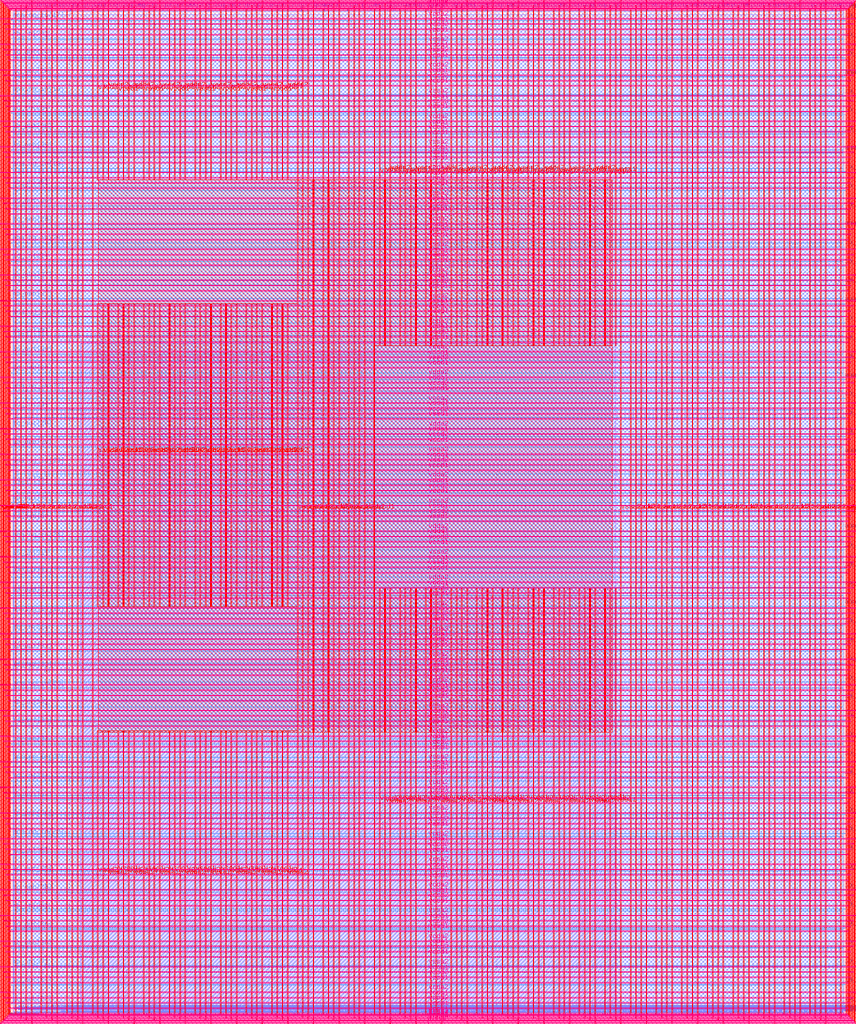
<source format=lef>
VERSION 5.7 ;
  NOWIREEXTENSIONATPIN ON ;
  DIVIDERCHAR "/" ;
  BUSBITCHARS "[]" ;
MACRO user_project_wrapper
  CLASS BLOCK ;
  FOREIGN user_project_wrapper ;
  ORIGIN 0.000 0.000 ;
  SIZE 2920.000 BY 3520.000 ;
  PIN analog_io[0]
    DIRECTION INOUT ;
    USE SIGNAL ;
    PORT
      LAYER met3 ;
        RECT 2917.600 1426.380 2924.800 1427.580 ;
    END
  END analog_io[0]
  PIN analog_io[10]
    DIRECTION INOUT ;
    USE SIGNAL ;
    PORT
      LAYER met2 ;
        RECT 2230.490 3517.600 2231.050 3524.800 ;
    END
  END analog_io[10]
  PIN analog_io[11]
    DIRECTION INOUT ;
    USE SIGNAL ;
    PORT
      LAYER met2 ;
        RECT 1905.730 3517.600 1906.290 3524.800 ;
    END
  END analog_io[11]
  PIN analog_io[12]
    DIRECTION INOUT ;
    USE SIGNAL ;
    PORT
      LAYER met2 ;
        RECT 1581.430 3517.600 1581.990 3524.800 ;
    END
  END analog_io[12]
  PIN analog_io[13]
    DIRECTION INOUT ;
    USE SIGNAL ;
    PORT
      LAYER met2 ;
        RECT 1257.130 3517.600 1257.690 3524.800 ;
    END
  END analog_io[13]
  PIN analog_io[14]
    DIRECTION INOUT ;
    USE SIGNAL ;
    PORT
      LAYER met2 ;
        RECT 932.370 3517.600 932.930 3524.800 ;
    END
  END analog_io[14]
  PIN analog_io[15]
    DIRECTION INOUT ;
    USE SIGNAL ;
    PORT
      LAYER met2 ;
        RECT 608.070 3517.600 608.630 3524.800 ;
    END
  END analog_io[15]
  PIN analog_io[16]
    DIRECTION INOUT ;
    USE SIGNAL ;
    PORT
      LAYER met2 ;
        RECT 283.770 3517.600 284.330 3524.800 ;
    END
  END analog_io[16]
  PIN analog_io[17]
    DIRECTION INOUT ;
    USE SIGNAL ;
    PORT
      LAYER met3 ;
        RECT -4.800 3486.100 2.400 3487.300 ;
    END
  END analog_io[17]
  PIN analog_io[18]
    DIRECTION INOUT ;
    USE SIGNAL ;
    PORT
      LAYER met3 ;
        RECT -4.800 3224.980 2.400 3226.180 ;
    END
  END analog_io[18]
  PIN analog_io[19]
    DIRECTION INOUT ;
    USE SIGNAL ;
    PORT
      LAYER met3 ;
        RECT -4.800 2964.540 2.400 2965.740 ;
    END
  END analog_io[19]
  PIN analog_io[1]
    DIRECTION INOUT ;
    USE SIGNAL ;
    PORT
      LAYER met3 ;
        RECT 2917.600 1692.260 2924.800 1693.460 ;
    END
  END analog_io[1]
  PIN analog_io[20]
    DIRECTION INOUT ;
    USE SIGNAL ;
    PORT
      LAYER met3 ;
        RECT -4.800 2703.420 2.400 2704.620 ;
    END
  END analog_io[20]
  PIN analog_io[21]
    DIRECTION INOUT ;
    USE SIGNAL ;
    PORT
      LAYER met3 ;
        RECT -4.800 2442.980 2.400 2444.180 ;
    END
  END analog_io[21]
  PIN analog_io[22]
    DIRECTION INOUT ;
    USE SIGNAL ;
    PORT
      LAYER met3 ;
        RECT -4.800 2182.540 2.400 2183.740 ;
    END
  END analog_io[22]
  PIN analog_io[23]
    DIRECTION INOUT ;
    USE SIGNAL ;
    PORT
      LAYER met3 ;
        RECT -4.800 1921.420 2.400 1922.620 ;
    END
  END analog_io[23]
  PIN analog_io[24]
    DIRECTION INOUT ;
    USE SIGNAL ;
    PORT
      LAYER met3 ;
        RECT -4.800 1660.980 2.400 1662.180 ;
    END
  END analog_io[24]
  PIN analog_io[25]
    DIRECTION INOUT ;
    USE SIGNAL ;
    PORT
      LAYER met3 ;
        RECT -4.800 1399.860 2.400 1401.060 ;
    END
  END analog_io[25]
  PIN analog_io[26]
    DIRECTION INOUT ;
    USE SIGNAL ;
    PORT
      LAYER met3 ;
        RECT -4.800 1139.420 2.400 1140.620 ;
    END
  END analog_io[26]
  PIN analog_io[27]
    DIRECTION INOUT ;
    USE SIGNAL ;
    PORT
      LAYER met3 ;
        RECT -4.800 878.980 2.400 880.180 ;
    END
  END analog_io[27]
  PIN analog_io[28]
    DIRECTION INOUT ;
    USE SIGNAL ;
    PORT
      LAYER met3 ;
        RECT -4.800 617.860 2.400 619.060 ;
    END
  END analog_io[28]
  PIN analog_io[2]
    DIRECTION INOUT ;
    USE SIGNAL ;
    PORT
      LAYER met3 ;
        RECT 2917.600 1958.140 2924.800 1959.340 ;
    END
  END analog_io[2]
  PIN analog_io[3]
    DIRECTION INOUT ;
    USE SIGNAL ;
    PORT
      LAYER met3 ;
        RECT 2917.600 2223.340 2924.800 2224.540 ;
    END
  END analog_io[3]
  PIN analog_io[4]
    DIRECTION INOUT ;
    USE SIGNAL ;
    PORT
      LAYER met3 ;
        RECT 2917.600 2489.220 2924.800 2490.420 ;
    END
  END analog_io[4]
  PIN analog_io[5]
    DIRECTION INOUT ;
    USE SIGNAL ;
    PORT
      LAYER met3 ;
        RECT 2917.600 2755.100 2924.800 2756.300 ;
    END
  END analog_io[5]
  PIN analog_io[6]
    DIRECTION INOUT ;
    USE SIGNAL ;
    PORT
      LAYER met3 ;
        RECT 2917.600 3020.300 2924.800 3021.500 ;
    END
  END analog_io[6]
  PIN analog_io[7]
    DIRECTION INOUT ;
    USE SIGNAL ;
    PORT
      LAYER met3 ;
        RECT 2917.600 3286.180 2924.800 3287.380 ;
    END
  END analog_io[7]
  PIN analog_io[8]
    DIRECTION INOUT ;
    USE SIGNAL ;
    PORT
      LAYER met2 ;
        RECT 2879.090 3517.600 2879.650 3524.800 ;
    END
  END analog_io[8]
  PIN analog_io[9]
    DIRECTION INOUT ;
    USE SIGNAL ;
    PORT
      LAYER met2 ;
        RECT 2554.790 3517.600 2555.350 3524.800 ;
    END
  END analog_io[9]
  PIN io_in[0]
    DIRECTION INPUT ;
    USE SIGNAL ;
    PORT
      LAYER met3 ;
        RECT 2917.600 32.380 2924.800 33.580 ;
    END
  END io_in[0]
  PIN io_in[10]
    DIRECTION INPUT ;
    USE SIGNAL ;
    PORT
      LAYER met3 ;
        RECT 2917.600 2289.980 2924.800 2291.180 ;
    END
  END io_in[10]
  PIN io_in[11]
    DIRECTION INPUT ;
    USE SIGNAL ;
    PORT
      LAYER met3 ;
        RECT 2917.600 2555.860 2924.800 2557.060 ;
    END
  END io_in[11]
  PIN io_in[12]
    DIRECTION INPUT ;
    USE SIGNAL ;
    PORT
      LAYER met3 ;
        RECT 2917.600 2821.060 2924.800 2822.260 ;
    END
  END io_in[12]
  PIN io_in[13]
    DIRECTION INPUT ;
    USE SIGNAL ;
    PORT
      LAYER met3 ;
        RECT 2917.600 3086.940 2924.800 3088.140 ;
    END
  END io_in[13]
  PIN io_in[14]
    DIRECTION INPUT ;
    USE SIGNAL ;
    PORT
      LAYER met3 ;
        RECT 2917.600 3352.820 2924.800 3354.020 ;
    END
  END io_in[14]
  PIN io_in[15]
    DIRECTION INPUT ;
    USE SIGNAL ;
    PORT
      LAYER met2 ;
        RECT 2798.130 3517.600 2798.690 3524.800 ;
    END
  END io_in[15]
  PIN io_in[16]
    DIRECTION INPUT ;
    USE SIGNAL ;
    PORT
      LAYER met2 ;
        RECT 2473.830 3517.600 2474.390 3524.800 ;
    END
  END io_in[16]
  PIN io_in[17]
    DIRECTION INPUT ;
    USE SIGNAL ;
    PORT
      LAYER met2 ;
        RECT 2149.070 3517.600 2149.630 3524.800 ;
    END
  END io_in[17]
  PIN io_in[18]
    DIRECTION INPUT ;
    USE SIGNAL ;
    PORT
      LAYER met2 ;
        RECT 1824.770 3517.600 1825.330 3524.800 ;
    END
  END io_in[18]
  PIN io_in[19]
    DIRECTION INPUT ;
    USE SIGNAL ;
    PORT
      LAYER met2 ;
        RECT 1500.470 3517.600 1501.030 3524.800 ;
    END
  END io_in[19]
  PIN io_in[1]
    DIRECTION INPUT ;
    USE SIGNAL ;
    PORT
      LAYER met3 ;
        RECT 2917.600 230.940 2924.800 232.140 ;
    END
  END io_in[1]
  PIN io_in[20]
    DIRECTION INPUT ;
    USE SIGNAL ;
    PORT
      LAYER met2 ;
        RECT 1175.710 3517.600 1176.270 3524.800 ;
    END
  END io_in[20]
  PIN io_in[21]
    DIRECTION INPUT ;
    USE SIGNAL ;
    PORT
      LAYER met2 ;
        RECT 851.410 3517.600 851.970 3524.800 ;
    END
  END io_in[21]
  PIN io_in[22]
    DIRECTION INPUT ;
    USE SIGNAL ;
    PORT
      LAYER met2 ;
        RECT 527.110 3517.600 527.670 3524.800 ;
    END
  END io_in[22]
  PIN io_in[23]
    DIRECTION INPUT ;
    USE SIGNAL ;
    PORT
      LAYER met2 ;
        RECT 202.350 3517.600 202.910 3524.800 ;
    END
  END io_in[23]
  PIN io_in[24]
    DIRECTION INPUT ;
    USE SIGNAL ;
    PORT
      LAYER met3 ;
        RECT -4.800 3420.820 2.400 3422.020 ;
    END
  END io_in[24]
  PIN io_in[25]
    DIRECTION INPUT ;
    USE SIGNAL ;
    PORT
      LAYER met3 ;
        RECT -4.800 3159.700 2.400 3160.900 ;
    END
  END io_in[25]
  PIN io_in[26]
    DIRECTION INPUT ;
    USE SIGNAL ;
    PORT
      LAYER met3 ;
        RECT -4.800 2899.260 2.400 2900.460 ;
    END
  END io_in[26]
  PIN io_in[27]
    DIRECTION INPUT ;
    USE SIGNAL ;
    PORT
      LAYER met3 ;
        RECT -4.800 2638.820 2.400 2640.020 ;
    END
  END io_in[27]
  PIN io_in[28]
    DIRECTION INPUT ;
    USE SIGNAL ;
    PORT
      LAYER met3 ;
        RECT -4.800 2377.700 2.400 2378.900 ;
    END
  END io_in[28]
  PIN io_in[29]
    DIRECTION INPUT ;
    USE SIGNAL ;
    PORT
      LAYER met3 ;
        RECT -4.800 2117.260 2.400 2118.460 ;
    END
  END io_in[29]
  PIN io_in[2]
    DIRECTION INPUT ;
    USE SIGNAL ;
    PORT
      LAYER met3 ;
        RECT 2917.600 430.180 2924.800 431.380 ;
    END
  END io_in[2]
  PIN io_in[30]
    DIRECTION INPUT ;
    USE SIGNAL ;
    PORT
      LAYER met3 ;
        RECT -4.800 1856.140 2.400 1857.340 ;
    END
  END io_in[30]
  PIN io_in[31]
    DIRECTION INPUT ;
    USE SIGNAL ;
    PORT
      LAYER met3 ;
        RECT -4.800 1595.700 2.400 1596.900 ;
    END
  END io_in[31]
  PIN io_in[32]
    DIRECTION INPUT ;
    USE SIGNAL ;
    PORT
      LAYER met3 ;
        RECT -4.800 1335.260 2.400 1336.460 ;
    END
  END io_in[32]
  PIN io_in[33]
    DIRECTION INPUT ;
    USE SIGNAL ;
    PORT
      LAYER met3 ;
        RECT -4.800 1074.140 2.400 1075.340 ;
    END
  END io_in[33]
  PIN io_in[34]
    DIRECTION INPUT ;
    USE SIGNAL ;
    PORT
      LAYER met3 ;
        RECT -4.800 813.700 2.400 814.900 ;
    END
  END io_in[34]
  PIN io_in[35]
    DIRECTION INPUT ;
    USE SIGNAL ;
    PORT
      LAYER met3 ;
        RECT -4.800 552.580 2.400 553.780 ;
    END
  END io_in[35]
  PIN io_in[36]
    DIRECTION INPUT ;
    USE SIGNAL ;
    PORT
      LAYER met3 ;
        RECT -4.800 357.420 2.400 358.620 ;
    END
  END io_in[36]
  PIN io_in[37]
    DIRECTION INPUT ;
    USE SIGNAL ;
    PORT
      LAYER met3 ;
        RECT -4.800 161.580 2.400 162.780 ;
    END
  END io_in[37]
  PIN io_in[3]
    DIRECTION INPUT ;
    USE SIGNAL ;
    PORT
      LAYER met3 ;
        RECT 2917.600 629.420 2924.800 630.620 ;
    END
  END io_in[3]
  PIN io_in[4]
    DIRECTION INPUT ;
    USE SIGNAL ;
    PORT
      LAYER met3 ;
        RECT 2917.600 828.660 2924.800 829.860 ;
    END
  END io_in[4]
  PIN io_in[5]
    DIRECTION INPUT ;
    USE SIGNAL ;
    PORT
      LAYER met3 ;
        RECT 2917.600 1027.900 2924.800 1029.100 ;
    END
  END io_in[5]
  PIN io_in[6]
    DIRECTION INPUT ;
    USE SIGNAL ;
    PORT
      LAYER met3 ;
        RECT 2917.600 1227.140 2924.800 1228.340 ;
    END
  END io_in[6]
  PIN io_in[7]
    DIRECTION INPUT ;
    USE SIGNAL ;
    PORT
      LAYER met3 ;
        RECT 2917.600 1493.020 2924.800 1494.220 ;
    END
  END io_in[7]
  PIN io_in[8]
    DIRECTION INPUT ;
    USE SIGNAL ;
    PORT
      LAYER met3 ;
        RECT 2917.600 1758.900 2924.800 1760.100 ;
    END
  END io_in[8]
  PIN io_in[9]
    DIRECTION INPUT ;
    USE SIGNAL ;
    PORT
      LAYER met3 ;
        RECT 2917.600 2024.100 2924.800 2025.300 ;
    END
  END io_in[9]
  PIN io_oeb[0]
    DIRECTION OUTPUT TRISTATE ;
    USE SIGNAL ;
    PORT
      LAYER met3 ;
        RECT 2917.600 164.980 2924.800 166.180 ;
    END
  END io_oeb[0]
  PIN io_oeb[10]
    DIRECTION OUTPUT TRISTATE ;
    USE SIGNAL ;
    PORT
      LAYER met3 ;
        RECT 2917.600 2422.580 2924.800 2423.780 ;
    END
  END io_oeb[10]
  PIN io_oeb[11]
    DIRECTION OUTPUT TRISTATE ;
    USE SIGNAL ;
    PORT
      LAYER met3 ;
        RECT 2917.600 2688.460 2924.800 2689.660 ;
    END
  END io_oeb[11]
  PIN io_oeb[12]
    DIRECTION OUTPUT TRISTATE ;
    USE SIGNAL ;
    PORT
      LAYER met3 ;
        RECT 2917.600 2954.340 2924.800 2955.540 ;
    END
  END io_oeb[12]
  PIN io_oeb[13]
    DIRECTION OUTPUT TRISTATE ;
    USE SIGNAL ;
    PORT
      LAYER met3 ;
        RECT 2917.600 3219.540 2924.800 3220.740 ;
    END
  END io_oeb[13]
  PIN io_oeb[14]
    DIRECTION OUTPUT TRISTATE ;
    USE SIGNAL ;
    PORT
      LAYER met3 ;
        RECT 2917.600 3485.420 2924.800 3486.620 ;
    END
  END io_oeb[14]
  PIN io_oeb[15]
    DIRECTION OUTPUT TRISTATE ;
    USE SIGNAL ;
    PORT
      LAYER met2 ;
        RECT 2635.750 3517.600 2636.310 3524.800 ;
    END
  END io_oeb[15]
  PIN io_oeb[16]
    DIRECTION OUTPUT TRISTATE ;
    USE SIGNAL ;
    PORT
      LAYER met2 ;
        RECT 2311.450 3517.600 2312.010 3524.800 ;
    END
  END io_oeb[16]
  PIN io_oeb[17]
    DIRECTION OUTPUT TRISTATE ;
    USE SIGNAL ;
    PORT
      LAYER met2 ;
        RECT 1987.150 3517.600 1987.710 3524.800 ;
    END
  END io_oeb[17]
  PIN io_oeb[18]
    DIRECTION OUTPUT TRISTATE ;
    USE SIGNAL ;
    PORT
      LAYER met2 ;
        RECT 1662.390 3517.600 1662.950 3524.800 ;
    END
  END io_oeb[18]
  PIN io_oeb[19]
    DIRECTION OUTPUT TRISTATE ;
    USE SIGNAL ;
    PORT
      LAYER met2 ;
        RECT 1338.090 3517.600 1338.650 3524.800 ;
    END
  END io_oeb[19]
  PIN io_oeb[1]
    DIRECTION OUTPUT TRISTATE ;
    USE SIGNAL ;
    PORT
      LAYER met3 ;
        RECT 2917.600 364.220 2924.800 365.420 ;
    END
  END io_oeb[1]
  PIN io_oeb[20]
    DIRECTION OUTPUT TRISTATE ;
    USE SIGNAL ;
    PORT
      LAYER met2 ;
        RECT 1013.790 3517.600 1014.350 3524.800 ;
    END
  END io_oeb[20]
  PIN io_oeb[21]
    DIRECTION OUTPUT TRISTATE ;
    USE SIGNAL ;
    PORT
      LAYER met2 ;
        RECT 689.030 3517.600 689.590 3524.800 ;
    END
  END io_oeb[21]
  PIN io_oeb[22]
    DIRECTION OUTPUT TRISTATE ;
    USE SIGNAL ;
    PORT
      LAYER met2 ;
        RECT 364.730 3517.600 365.290 3524.800 ;
    END
  END io_oeb[22]
  PIN io_oeb[23]
    DIRECTION OUTPUT TRISTATE ;
    USE SIGNAL ;
    PORT
      LAYER met2 ;
        RECT 40.430 3517.600 40.990 3524.800 ;
    END
  END io_oeb[23]
  PIN io_oeb[24]
    DIRECTION OUTPUT TRISTATE ;
    USE SIGNAL ;
    PORT
      LAYER met3 ;
        RECT -4.800 3290.260 2.400 3291.460 ;
    END
  END io_oeb[24]
  PIN io_oeb[25]
    DIRECTION OUTPUT TRISTATE ;
    USE SIGNAL ;
    PORT
      LAYER met3 ;
        RECT -4.800 3029.820 2.400 3031.020 ;
    END
  END io_oeb[25]
  PIN io_oeb[26]
    DIRECTION OUTPUT TRISTATE ;
    USE SIGNAL ;
    PORT
      LAYER met3 ;
        RECT -4.800 2768.700 2.400 2769.900 ;
    END
  END io_oeb[26]
  PIN io_oeb[27]
    DIRECTION OUTPUT TRISTATE ;
    USE SIGNAL ;
    PORT
      LAYER met3 ;
        RECT -4.800 2508.260 2.400 2509.460 ;
    END
  END io_oeb[27]
  PIN io_oeb[28]
    DIRECTION OUTPUT TRISTATE ;
    USE SIGNAL ;
    PORT
      LAYER met3 ;
        RECT -4.800 2247.140 2.400 2248.340 ;
    END
  END io_oeb[28]
  PIN io_oeb[29]
    DIRECTION OUTPUT TRISTATE ;
    USE SIGNAL ;
    PORT
      LAYER met3 ;
        RECT -4.800 1986.700 2.400 1987.900 ;
    END
  END io_oeb[29]
  PIN io_oeb[2]
    DIRECTION OUTPUT TRISTATE ;
    USE SIGNAL ;
    PORT
      LAYER met3 ;
        RECT 2917.600 563.460 2924.800 564.660 ;
    END
  END io_oeb[2]
  PIN io_oeb[30]
    DIRECTION OUTPUT TRISTATE ;
    USE SIGNAL ;
    PORT
      LAYER met3 ;
        RECT -4.800 1726.260 2.400 1727.460 ;
    END
  END io_oeb[30]
  PIN io_oeb[31]
    DIRECTION OUTPUT TRISTATE ;
    USE SIGNAL ;
    PORT
      LAYER met3 ;
        RECT -4.800 1465.140 2.400 1466.340 ;
    END
  END io_oeb[31]
  PIN io_oeb[32]
    DIRECTION OUTPUT TRISTATE ;
    USE SIGNAL ;
    PORT
      LAYER met3 ;
        RECT -4.800 1204.700 2.400 1205.900 ;
    END
  END io_oeb[32]
  PIN io_oeb[33]
    DIRECTION OUTPUT TRISTATE ;
    USE SIGNAL ;
    PORT
      LAYER met3 ;
        RECT -4.800 943.580 2.400 944.780 ;
    END
  END io_oeb[33]
  PIN io_oeb[34]
    DIRECTION OUTPUT TRISTATE ;
    USE SIGNAL ;
    PORT
      LAYER met3 ;
        RECT -4.800 683.140 2.400 684.340 ;
    END
  END io_oeb[34]
  PIN io_oeb[35]
    DIRECTION OUTPUT TRISTATE ;
    USE SIGNAL ;
    PORT
      LAYER met3 ;
        RECT -4.800 422.700 2.400 423.900 ;
    END
  END io_oeb[35]
  PIN io_oeb[36]
    DIRECTION OUTPUT TRISTATE ;
    USE SIGNAL ;
    PORT
      LAYER met3 ;
        RECT -4.800 226.860 2.400 228.060 ;
    END
  END io_oeb[36]
  PIN io_oeb[37]
    DIRECTION OUTPUT TRISTATE ;
    USE SIGNAL ;
    PORT
      LAYER met3 ;
        RECT -4.800 31.700 2.400 32.900 ;
    END
  END io_oeb[37]
  PIN io_oeb[3]
    DIRECTION OUTPUT TRISTATE ;
    USE SIGNAL ;
    PORT
      LAYER met3 ;
        RECT 2917.600 762.700 2924.800 763.900 ;
    END
  END io_oeb[3]
  PIN io_oeb[4]
    DIRECTION OUTPUT TRISTATE ;
    USE SIGNAL ;
    PORT
      LAYER met3 ;
        RECT 2917.600 961.940 2924.800 963.140 ;
    END
  END io_oeb[4]
  PIN io_oeb[5]
    DIRECTION OUTPUT TRISTATE ;
    USE SIGNAL ;
    PORT
      LAYER met3 ;
        RECT 2917.600 1161.180 2924.800 1162.380 ;
    END
  END io_oeb[5]
  PIN io_oeb[6]
    DIRECTION OUTPUT TRISTATE ;
    USE SIGNAL ;
    PORT
      LAYER met3 ;
        RECT 2917.600 1360.420 2924.800 1361.620 ;
    END
  END io_oeb[6]
  PIN io_oeb[7]
    DIRECTION OUTPUT TRISTATE ;
    USE SIGNAL ;
    PORT
      LAYER met3 ;
        RECT 2917.600 1625.620 2924.800 1626.820 ;
    END
  END io_oeb[7]
  PIN io_oeb[8]
    DIRECTION OUTPUT TRISTATE ;
    USE SIGNAL ;
    PORT
      LAYER met3 ;
        RECT 2917.600 1891.500 2924.800 1892.700 ;
    END
  END io_oeb[8]
  PIN io_oeb[9]
    DIRECTION OUTPUT TRISTATE ;
    USE SIGNAL ;
    PORT
      LAYER met3 ;
        RECT 2917.600 2157.380 2924.800 2158.580 ;
    END
  END io_oeb[9]
  PIN io_out[0]
    DIRECTION OUTPUT TRISTATE ;
    USE SIGNAL ;
    PORT
      LAYER met3 ;
        RECT 2917.600 98.340 2924.800 99.540 ;
    END
  END io_out[0]
  PIN io_out[10]
    DIRECTION OUTPUT TRISTATE ;
    USE SIGNAL ;
    PORT
      LAYER met3 ;
        RECT 2917.600 2356.620 2924.800 2357.820 ;
    END
  END io_out[10]
  PIN io_out[11]
    DIRECTION OUTPUT TRISTATE ;
    USE SIGNAL ;
    PORT
      LAYER met3 ;
        RECT 2917.600 2621.820 2924.800 2623.020 ;
    END
  END io_out[11]
  PIN io_out[12]
    DIRECTION OUTPUT TRISTATE ;
    USE SIGNAL ;
    PORT
      LAYER met3 ;
        RECT 2917.600 2887.700 2924.800 2888.900 ;
    END
  END io_out[12]
  PIN io_out[13]
    DIRECTION OUTPUT TRISTATE ;
    USE SIGNAL ;
    PORT
      LAYER met3 ;
        RECT 2917.600 3153.580 2924.800 3154.780 ;
    END
  END io_out[13]
  PIN io_out[14]
    DIRECTION OUTPUT TRISTATE ;
    USE SIGNAL ;
    PORT
      LAYER met3 ;
        RECT 2917.600 3418.780 2924.800 3419.980 ;
    END
  END io_out[14]
  PIN io_out[15]
    DIRECTION OUTPUT TRISTATE ;
    USE SIGNAL ;
    PORT
      LAYER met2 ;
        RECT 2717.170 3517.600 2717.730 3524.800 ;
    END
  END io_out[15]
  PIN io_out[16]
    DIRECTION OUTPUT TRISTATE ;
    USE SIGNAL ;
    PORT
      LAYER met2 ;
        RECT 2392.410 3517.600 2392.970 3524.800 ;
    END
  END io_out[16]
  PIN io_out[17]
    DIRECTION OUTPUT TRISTATE ;
    USE SIGNAL ;
    PORT
      LAYER met2 ;
        RECT 2068.110 3517.600 2068.670 3524.800 ;
    END
  END io_out[17]
  PIN io_out[18]
    DIRECTION OUTPUT TRISTATE ;
    USE SIGNAL ;
    PORT
      LAYER met2 ;
        RECT 1743.810 3517.600 1744.370 3524.800 ;
    END
  END io_out[18]
  PIN io_out[19]
    DIRECTION OUTPUT TRISTATE ;
    USE SIGNAL ;
    PORT
      LAYER met2 ;
        RECT 1419.050 3517.600 1419.610 3524.800 ;
    END
  END io_out[19]
  PIN io_out[1]
    DIRECTION OUTPUT TRISTATE ;
    USE SIGNAL ;
    PORT
      LAYER met3 ;
        RECT 2917.600 297.580 2924.800 298.780 ;
    END
  END io_out[1]
  PIN io_out[20]
    DIRECTION OUTPUT TRISTATE ;
    USE SIGNAL ;
    PORT
      LAYER met2 ;
        RECT 1094.750 3517.600 1095.310 3524.800 ;
    END
  END io_out[20]
  PIN io_out[21]
    DIRECTION OUTPUT TRISTATE ;
    USE SIGNAL ;
    PORT
      LAYER met2 ;
        RECT 770.450 3517.600 771.010 3524.800 ;
    END
  END io_out[21]
  PIN io_out[22]
    DIRECTION OUTPUT TRISTATE ;
    USE SIGNAL ;
    PORT
      LAYER met2 ;
        RECT 445.690 3517.600 446.250 3524.800 ;
    END
  END io_out[22]
  PIN io_out[23]
    DIRECTION OUTPUT TRISTATE ;
    USE SIGNAL ;
    PORT
      LAYER met2 ;
        RECT 121.390 3517.600 121.950 3524.800 ;
    END
  END io_out[23]
  PIN io_out[24]
    DIRECTION OUTPUT TRISTATE ;
    USE SIGNAL ;
    PORT
      LAYER met3 ;
        RECT -4.800 3355.540 2.400 3356.740 ;
    END
  END io_out[24]
  PIN io_out[25]
    DIRECTION OUTPUT TRISTATE ;
    USE SIGNAL ;
    PORT
      LAYER met3 ;
        RECT -4.800 3095.100 2.400 3096.300 ;
    END
  END io_out[25]
  PIN io_out[26]
    DIRECTION OUTPUT TRISTATE ;
    USE SIGNAL ;
    PORT
      LAYER met3 ;
        RECT -4.800 2833.980 2.400 2835.180 ;
    END
  END io_out[26]
  PIN io_out[27]
    DIRECTION OUTPUT TRISTATE ;
    USE SIGNAL ;
    PORT
      LAYER met3 ;
        RECT -4.800 2573.540 2.400 2574.740 ;
    END
  END io_out[27]
  PIN io_out[28]
    DIRECTION OUTPUT TRISTATE ;
    USE SIGNAL ;
    PORT
      LAYER met3 ;
        RECT -4.800 2312.420 2.400 2313.620 ;
    END
  END io_out[28]
  PIN io_out[29]
    DIRECTION OUTPUT TRISTATE ;
    USE SIGNAL ;
    PORT
      LAYER met3 ;
        RECT -4.800 2051.980 2.400 2053.180 ;
    END
  END io_out[29]
  PIN io_out[2]
    DIRECTION OUTPUT TRISTATE ;
    USE SIGNAL ;
    PORT
      LAYER met3 ;
        RECT 2917.600 496.820 2924.800 498.020 ;
    END
  END io_out[2]
  PIN io_out[30]
    DIRECTION OUTPUT TRISTATE ;
    USE SIGNAL ;
    PORT
      LAYER met3 ;
        RECT -4.800 1791.540 2.400 1792.740 ;
    END
  END io_out[30]
  PIN io_out[31]
    DIRECTION OUTPUT TRISTATE ;
    USE SIGNAL ;
    PORT
      LAYER met3 ;
        RECT -4.800 1530.420 2.400 1531.620 ;
    END
  END io_out[31]
  PIN io_out[32]
    DIRECTION OUTPUT TRISTATE ;
    USE SIGNAL ;
    PORT
      LAYER met3 ;
        RECT -4.800 1269.980 2.400 1271.180 ;
    END
  END io_out[32]
  PIN io_out[33]
    DIRECTION OUTPUT TRISTATE ;
    USE SIGNAL ;
    PORT
      LAYER met3 ;
        RECT -4.800 1008.860 2.400 1010.060 ;
    END
  END io_out[33]
  PIN io_out[34]
    DIRECTION OUTPUT TRISTATE ;
    USE SIGNAL ;
    PORT
      LAYER met3 ;
        RECT -4.800 748.420 2.400 749.620 ;
    END
  END io_out[34]
  PIN io_out[35]
    DIRECTION OUTPUT TRISTATE ;
    USE SIGNAL ;
    PORT
      LAYER met3 ;
        RECT -4.800 487.300 2.400 488.500 ;
    END
  END io_out[35]
  PIN io_out[36]
    DIRECTION OUTPUT TRISTATE ;
    USE SIGNAL ;
    PORT
      LAYER met3 ;
        RECT -4.800 292.140 2.400 293.340 ;
    END
  END io_out[36]
  PIN io_out[37]
    DIRECTION OUTPUT TRISTATE ;
    USE SIGNAL ;
    PORT
      LAYER met3 ;
        RECT -4.800 96.300 2.400 97.500 ;
    END
  END io_out[37]
  PIN io_out[3]
    DIRECTION OUTPUT TRISTATE ;
    USE SIGNAL ;
    PORT
      LAYER met3 ;
        RECT 2917.600 696.060 2924.800 697.260 ;
    END
  END io_out[3]
  PIN io_out[4]
    DIRECTION OUTPUT TRISTATE ;
    USE SIGNAL ;
    PORT
      LAYER met3 ;
        RECT 2917.600 895.300 2924.800 896.500 ;
    END
  END io_out[4]
  PIN io_out[5]
    DIRECTION OUTPUT TRISTATE ;
    USE SIGNAL ;
    PORT
      LAYER met3 ;
        RECT 2917.600 1094.540 2924.800 1095.740 ;
    END
  END io_out[5]
  PIN io_out[6]
    DIRECTION OUTPUT TRISTATE ;
    USE SIGNAL ;
    PORT
      LAYER met3 ;
        RECT 2917.600 1293.780 2924.800 1294.980 ;
    END
  END io_out[6]
  PIN io_out[7]
    DIRECTION OUTPUT TRISTATE ;
    USE SIGNAL ;
    PORT
      LAYER met3 ;
        RECT 2917.600 1559.660 2924.800 1560.860 ;
    END
  END io_out[7]
  PIN io_out[8]
    DIRECTION OUTPUT TRISTATE ;
    USE SIGNAL ;
    PORT
      LAYER met3 ;
        RECT 2917.600 1824.860 2924.800 1826.060 ;
    END
  END io_out[8]
  PIN io_out[9]
    DIRECTION OUTPUT TRISTATE ;
    USE SIGNAL ;
    PORT
      LAYER met3 ;
        RECT 2917.600 2090.740 2924.800 2091.940 ;
    END
  END io_out[9]
  PIN la_data_in[0]
    DIRECTION INPUT ;
    USE SIGNAL ;
    PORT
      LAYER met2 ;
        RECT 629.230 -4.800 629.790 2.400 ;
    END
  END la_data_in[0]
  PIN la_data_in[100]
    DIRECTION INPUT ;
    USE SIGNAL ;
    PORT
      LAYER met2 ;
        RECT 2402.530 -4.800 2403.090 2.400 ;
    END
  END la_data_in[100]
  PIN la_data_in[101]
    DIRECTION INPUT ;
    USE SIGNAL ;
    PORT
      LAYER met2 ;
        RECT 2420.010 -4.800 2420.570 2.400 ;
    END
  END la_data_in[101]
  PIN la_data_in[102]
    DIRECTION INPUT ;
    USE SIGNAL ;
    PORT
      LAYER met2 ;
        RECT 2437.950 -4.800 2438.510 2.400 ;
    END
  END la_data_in[102]
  PIN la_data_in[103]
    DIRECTION INPUT ;
    USE SIGNAL ;
    PORT
      LAYER met2 ;
        RECT 2455.430 -4.800 2455.990 2.400 ;
    END
  END la_data_in[103]
  PIN la_data_in[104]
    DIRECTION INPUT ;
    USE SIGNAL ;
    PORT
      LAYER met2 ;
        RECT 2473.370 -4.800 2473.930 2.400 ;
    END
  END la_data_in[104]
  PIN la_data_in[105]
    DIRECTION INPUT ;
    USE SIGNAL ;
    PORT
      LAYER met2 ;
        RECT 2490.850 -4.800 2491.410 2.400 ;
    END
  END la_data_in[105]
  PIN la_data_in[106]
    DIRECTION INPUT ;
    USE SIGNAL ;
    PORT
      LAYER met2 ;
        RECT 2508.790 -4.800 2509.350 2.400 ;
    END
  END la_data_in[106]
  PIN la_data_in[107]
    DIRECTION INPUT ;
    USE SIGNAL ;
    PORT
      LAYER met2 ;
        RECT 2526.730 -4.800 2527.290 2.400 ;
    END
  END la_data_in[107]
  PIN la_data_in[108]
    DIRECTION INPUT ;
    USE SIGNAL ;
    PORT
      LAYER met2 ;
        RECT 2544.210 -4.800 2544.770 2.400 ;
    END
  END la_data_in[108]
  PIN la_data_in[109]
    DIRECTION INPUT ;
    USE SIGNAL ;
    PORT
      LAYER met2 ;
        RECT 2562.150 -4.800 2562.710 2.400 ;
    END
  END la_data_in[109]
  PIN la_data_in[10]
    DIRECTION INPUT ;
    USE SIGNAL ;
    PORT
      LAYER met2 ;
        RECT 806.330 -4.800 806.890 2.400 ;
    END
  END la_data_in[10]
  PIN la_data_in[110]
    DIRECTION INPUT ;
    USE SIGNAL ;
    PORT
      LAYER met2 ;
        RECT 2579.630 -4.800 2580.190 2.400 ;
    END
  END la_data_in[110]
  PIN la_data_in[111]
    DIRECTION INPUT ;
    USE SIGNAL ;
    PORT
      LAYER met2 ;
        RECT 2597.570 -4.800 2598.130 2.400 ;
    END
  END la_data_in[111]
  PIN la_data_in[112]
    DIRECTION INPUT ;
    USE SIGNAL ;
    PORT
      LAYER met2 ;
        RECT 2615.050 -4.800 2615.610 2.400 ;
    END
  END la_data_in[112]
  PIN la_data_in[113]
    DIRECTION INPUT ;
    USE SIGNAL ;
    PORT
      LAYER met2 ;
        RECT 2632.990 -4.800 2633.550 2.400 ;
    END
  END la_data_in[113]
  PIN la_data_in[114]
    DIRECTION INPUT ;
    USE SIGNAL ;
    PORT
      LAYER met2 ;
        RECT 2650.470 -4.800 2651.030 2.400 ;
    END
  END la_data_in[114]
  PIN la_data_in[115]
    DIRECTION INPUT ;
    USE SIGNAL ;
    PORT
      LAYER met2 ;
        RECT 2668.410 -4.800 2668.970 2.400 ;
    END
  END la_data_in[115]
  PIN la_data_in[116]
    DIRECTION INPUT ;
    USE SIGNAL ;
    PORT
      LAYER met2 ;
        RECT 2685.890 -4.800 2686.450 2.400 ;
    END
  END la_data_in[116]
  PIN la_data_in[117]
    DIRECTION INPUT ;
    USE SIGNAL ;
    PORT
      LAYER met2 ;
        RECT 2703.830 -4.800 2704.390 2.400 ;
    END
  END la_data_in[117]
  PIN la_data_in[118]
    DIRECTION INPUT ;
    USE SIGNAL ;
    PORT
      LAYER met2 ;
        RECT 2721.770 -4.800 2722.330 2.400 ;
    END
  END la_data_in[118]
  PIN la_data_in[119]
    DIRECTION INPUT ;
    USE SIGNAL ;
    PORT
      LAYER met2 ;
        RECT 2739.250 -4.800 2739.810 2.400 ;
    END
  END la_data_in[119]
  PIN la_data_in[11]
    DIRECTION INPUT ;
    USE SIGNAL ;
    PORT
      LAYER met2 ;
        RECT 824.270 -4.800 824.830 2.400 ;
    END
  END la_data_in[11]
  PIN la_data_in[120]
    DIRECTION INPUT ;
    USE SIGNAL ;
    PORT
      LAYER met2 ;
        RECT 2757.190 -4.800 2757.750 2.400 ;
    END
  END la_data_in[120]
  PIN la_data_in[121]
    DIRECTION INPUT ;
    USE SIGNAL ;
    PORT
      LAYER met2 ;
        RECT 2774.670 -4.800 2775.230 2.400 ;
    END
  END la_data_in[121]
  PIN la_data_in[122]
    DIRECTION INPUT ;
    USE SIGNAL ;
    PORT
      LAYER met2 ;
        RECT 2792.610 -4.800 2793.170 2.400 ;
    END
  END la_data_in[122]
  PIN la_data_in[123]
    DIRECTION INPUT ;
    USE SIGNAL ;
    PORT
      LAYER met2 ;
        RECT 2810.090 -4.800 2810.650 2.400 ;
    END
  END la_data_in[123]
  PIN la_data_in[124]
    DIRECTION INPUT ;
    USE SIGNAL ;
    PORT
      LAYER met2 ;
        RECT 2828.030 -4.800 2828.590 2.400 ;
    END
  END la_data_in[124]
  PIN la_data_in[125]
    DIRECTION INPUT ;
    USE SIGNAL ;
    PORT
      LAYER met2 ;
        RECT 2845.510 -4.800 2846.070 2.400 ;
    END
  END la_data_in[125]
  PIN la_data_in[126]
    DIRECTION INPUT ;
    USE SIGNAL ;
    PORT
      LAYER met2 ;
        RECT 2863.450 -4.800 2864.010 2.400 ;
    END
  END la_data_in[126]
  PIN la_data_in[127]
    DIRECTION INPUT ;
    USE SIGNAL ;
    PORT
      LAYER met2 ;
        RECT 2881.390 -4.800 2881.950 2.400 ;
    END
  END la_data_in[127]
  PIN la_data_in[12]
    DIRECTION INPUT ;
    USE SIGNAL ;
    PORT
      LAYER met2 ;
        RECT 841.750 -4.800 842.310 2.400 ;
    END
  END la_data_in[12]
  PIN la_data_in[13]
    DIRECTION INPUT ;
    USE SIGNAL ;
    PORT
      LAYER met2 ;
        RECT 859.690 -4.800 860.250 2.400 ;
    END
  END la_data_in[13]
  PIN la_data_in[14]
    DIRECTION INPUT ;
    USE SIGNAL ;
    PORT
      LAYER met2 ;
        RECT 877.170 -4.800 877.730 2.400 ;
    END
  END la_data_in[14]
  PIN la_data_in[15]
    DIRECTION INPUT ;
    USE SIGNAL ;
    PORT
      LAYER met2 ;
        RECT 895.110 -4.800 895.670 2.400 ;
    END
  END la_data_in[15]
  PIN la_data_in[16]
    DIRECTION INPUT ;
    USE SIGNAL ;
    PORT
      LAYER met2 ;
        RECT 912.590 -4.800 913.150 2.400 ;
    END
  END la_data_in[16]
  PIN la_data_in[17]
    DIRECTION INPUT ;
    USE SIGNAL ;
    PORT
      LAYER met2 ;
        RECT 930.530 -4.800 931.090 2.400 ;
    END
  END la_data_in[17]
  PIN la_data_in[18]
    DIRECTION INPUT ;
    USE SIGNAL ;
    PORT
      LAYER met2 ;
        RECT 948.470 -4.800 949.030 2.400 ;
    END
  END la_data_in[18]
  PIN la_data_in[19]
    DIRECTION INPUT ;
    USE SIGNAL ;
    PORT
      LAYER met2 ;
        RECT 965.950 -4.800 966.510 2.400 ;
    END
  END la_data_in[19]
  PIN la_data_in[1]
    DIRECTION INPUT ;
    USE SIGNAL ;
    PORT
      LAYER met2 ;
        RECT 646.710 -4.800 647.270 2.400 ;
    END
  END la_data_in[1]
  PIN la_data_in[20]
    DIRECTION INPUT ;
    USE SIGNAL ;
    PORT
      LAYER met2 ;
        RECT 983.890 -4.800 984.450 2.400 ;
    END
  END la_data_in[20]
  PIN la_data_in[21]
    DIRECTION INPUT ;
    USE SIGNAL ;
    PORT
      LAYER met2 ;
        RECT 1001.370 -4.800 1001.930 2.400 ;
    END
  END la_data_in[21]
  PIN la_data_in[22]
    DIRECTION INPUT ;
    USE SIGNAL ;
    PORT
      LAYER met2 ;
        RECT 1019.310 -4.800 1019.870 2.400 ;
    END
  END la_data_in[22]
  PIN la_data_in[23]
    DIRECTION INPUT ;
    USE SIGNAL ;
    PORT
      LAYER met2 ;
        RECT 1036.790 -4.800 1037.350 2.400 ;
    END
  END la_data_in[23]
  PIN la_data_in[24]
    DIRECTION INPUT ;
    USE SIGNAL ;
    PORT
      LAYER met2 ;
        RECT 1054.730 -4.800 1055.290 2.400 ;
    END
  END la_data_in[24]
  PIN la_data_in[25]
    DIRECTION INPUT ;
    USE SIGNAL ;
    PORT
      LAYER met2 ;
        RECT 1072.210 -4.800 1072.770 2.400 ;
    END
  END la_data_in[25]
  PIN la_data_in[26]
    DIRECTION INPUT ;
    USE SIGNAL ;
    PORT
      LAYER met2 ;
        RECT 1090.150 -4.800 1090.710 2.400 ;
    END
  END la_data_in[26]
  PIN la_data_in[27]
    DIRECTION INPUT ;
    USE SIGNAL ;
    PORT
      LAYER met2 ;
        RECT 1107.630 -4.800 1108.190 2.400 ;
    END
  END la_data_in[27]
  PIN la_data_in[28]
    DIRECTION INPUT ;
    USE SIGNAL ;
    PORT
      LAYER met2 ;
        RECT 1125.570 -4.800 1126.130 2.400 ;
    END
  END la_data_in[28]
  PIN la_data_in[29]
    DIRECTION INPUT ;
    USE SIGNAL ;
    PORT
      LAYER met2 ;
        RECT 1143.510 -4.800 1144.070 2.400 ;
    END
  END la_data_in[29]
  PIN la_data_in[2]
    DIRECTION INPUT ;
    USE SIGNAL ;
    PORT
      LAYER met2 ;
        RECT 664.650 -4.800 665.210 2.400 ;
    END
  END la_data_in[2]
  PIN la_data_in[30]
    DIRECTION INPUT ;
    USE SIGNAL ;
    PORT
      LAYER met2 ;
        RECT 1160.990 -4.800 1161.550 2.400 ;
    END
  END la_data_in[30]
  PIN la_data_in[31]
    DIRECTION INPUT ;
    USE SIGNAL ;
    PORT
      LAYER met2 ;
        RECT 1178.930 -4.800 1179.490 2.400 ;
    END
  END la_data_in[31]
  PIN la_data_in[32]
    DIRECTION INPUT ;
    USE SIGNAL ;
    PORT
      LAYER met2 ;
        RECT 1196.410 -4.800 1196.970 2.400 ;
    END
  END la_data_in[32]
  PIN la_data_in[33]
    DIRECTION INPUT ;
    USE SIGNAL ;
    PORT
      LAYER met2 ;
        RECT 1214.350 -4.800 1214.910 2.400 ;
    END
  END la_data_in[33]
  PIN la_data_in[34]
    DIRECTION INPUT ;
    USE SIGNAL ;
    PORT
      LAYER met2 ;
        RECT 1231.830 -4.800 1232.390 2.400 ;
    END
  END la_data_in[34]
  PIN la_data_in[35]
    DIRECTION INPUT ;
    USE SIGNAL ;
    PORT
      LAYER met2 ;
        RECT 1249.770 -4.800 1250.330 2.400 ;
    END
  END la_data_in[35]
  PIN la_data_in[36]
    DIRECTION INPUT ;
    USE SIGNAL ;
    PORT
      LAYER met2 ;
        RECT 1267.250 -4.800 1267.810 2.400 ;
    END
  END la_data_in[36]
  PIN la_data_in[37]
    DIRECTION INPUT ;
    USE SIGNAL ;
    PORT
      LAYER met2 ;
        RECT 1285.190 -4.800 1285.750 2.400 ;
    END
  END la_data_in[37]
  PIN la_data_in[38]
    DIRECTION INPUT ;
    USE SIGNAL ;
    PORT
      LAYER met2 ;
        RECT 1303.130 -4.800 1303.690 2.400 ;
    END
  END la_data_in[38]
  PIN la_data_in[39]
    DIRECTION INPUT ;
    USE SIGNAL ;
    PORT
      LAYER met2 ;
        RECT 1320.610 -4.800 1321.170 2.400 ;
    END
  END la_data_in[39]
  PIN la_data_in[3]
    DIRECTION INPUT ;
    USE SIGNAL ;
    PORT
      LAYER met2 ;
        RECT 682.130 -4.800 682.690 2.400 ;
    END
  END la_data_in[3]
  PIN la_data_in[40]
    DIRECTION INPUT ;
    USE SIGNAL ;
    PORT
      LAYER met2 ;
        RECT 1338.550 -4.800 1339.110 2.400 ;
    END
  END la_data_in[40]
  PIN la_data_in[41]
    DIRECTION INPUT ;
    USE SIGNAL ;
    PORT
      LAYER met2 ;
        RECT 1356.030 -4.800 1356.590 2.400 ;
    END
  END la_data_in[41]
  PIN la_data_in[42]
    DIRECTION INPUT ;
    USE SIGNAL ;
    PORT
      LAYER met2 ;
        RECT 1373.970 -4.800 1374.530 2.400 ;
    END
  END la_data_in[42]
  PIN la_data_in[43]
    DIRECTION INPUT ;
    USE SIGNAL ;
    PORT
      LAYER met2 ;
        RECT 1391.450 -4.800 1392.010 2.400 ;
    END
  END la_data_in[43]
  PIN la_data_in[44]
    DIRECTION INPUT ;
    USE SIGNAL ;
    PORT
      LAYER met2 ;
        RECT 1409.390 -4.800 1409.950 2.400 ;
    END
  END la_data_in[44]
  PIN la_data_in[45]
    DIRECTION INPUT ;
    USE SIGNAL ;
    PORT
      LAYER met2 ;
        RECT 1426.870 -4.800 1427.430 2.400 ;
    END
  END la_data_in[45]
  PIN la_data_in[46]
    DIRECTION INPUT ;
    USE SIGNAL ;
    PORT
      LAYER met2 ;
        RECT 1444.810 -4.800 1445.370 2.400 ;
    END
  END la_data_in[46]
  PIN la_data_in[47]
    DIRECTION INPUT ;
    USE SIGNAL ;
    PORT
      LAYER met2 ;
        RECT 1462.750 -4.800 1463.310 2.400 ;
    END
  END la_data_in[47]
  PIN la_data_in[48]
    DIRECTION INPUT ;
    USE SIGNAL ;
    PORT
      LAYER met2 ;
        RECT 1480.230 -4.800 1480.790 2.400 ;
    END
  END la_data_in[48]
  PIN la_data_in[49]
    DIRECTION INPUT ;
    USE SIGNAL ;
    PORT
      LAYER met2 ;
        RECT 1498.170 -4.800 1498.730 2.400 ;
    END
  END la_data_in[49]
  PIN la_data_in[4]
    DIRECTION INPUT ;
    USE SIGNAL ;
    PORT
      LAYER met2 ;
        RECT 700.070 -4.800 700.630 2.400 ;
    END
  END la_data_in[4]
  PIN la_data_in[50]
    DIRECTION INPUT ;
    USE SIGNAL ;
    PORT
      LAYER met2 ;
        RECT 1515.650 -4.800 1516.210 2.400 ;
    END
  END la_data_in[50]
  PIN la_data_in[51]
    DIRECTION INPUT ;
    USE SIGNAL ;
    PORT
      LAYER met2 ;
        RECT 1533.590 -4.800 1534.150 2.400 ;
    END
  END la_data_in[51]
  PIN la_data_in[52]
    DIRECTION INPUT ;
    USE SIGNAL ;
    PORT
      LAYER met2 ;
        RECT 1551.070 -4.800 1551.630 2.400 ;
    END
  END la_data_in[52]
  PIN la_data_in[53]
    DIRECTION INPUT ;
    USE SIGNAL ;
    PORT
      LAYER met2 ;
        RECT 1569.010 -4.800 1569.570 2.400 ;
    END
  END la_data_in[53]
  PIN la_data_in[54]
    DIRECTION INPUT ;
    USE SIGNAL ;
    PORT
      LAYER met2 ;
        RECT 1586.490 -4.800 1587.050 2.400 ;
    END
  END la_data_in[54]
  PIN la_data_in[55]
    DIRECTION INPUT ;
    USE SIGNAL ;
    PORT
      LAYER met2 ;
        RECT 1604.430 -4.800 1604.990 2.400 ;
    END
  END la_data_in[55]
  PIN la_data_in[56]
    DIRECTION INPUT ;
    USE SIGNAL ;
    PORT
      LAYER met2 ;
        RECT 1621.910 -4.800 1622.470 2.400 ;
    END
  END la_data_in[56]
  PIN la_data_in[57]
    DIRECTION INPUT ;
    USE SIGNAL ;
    PORT
      LAYER met2 ;
        RECT 1639.850 -4.800 1640.410 2.400 ;
    END
  END la_data_in[57]
  PIN la_data_in[58]
    DIRECTION INPUT ;
    USE SIGNAL ;
    PORT
      LAYER met2 ;
        RECT 1657.790 -4.800 1658.350 2.400 ;
    END
  END la_data_in[58]
  PIN la_data_in[59]
    DIRECTION INPUT ;
    USE SIGNAL ;
    PORT
      LAYER met2 ;
        RECT 1675.270 -4.800 1675.830 2.400 ;
    END
  END la_data_in[59]
  PIN la_data_in[5]
    DIRECTION INPUT ;
    USE SIGNAL ;
    PORT
      LAYER met2 ;
        RECT 717.550 -4.800 718.110 2.400 ;
    END
  END la_data_in[5]
  PIN la_data_in[60]
    DIRECTION INPUT ;
    USE SIGNAL ;
    PORT
      LAYER met2 ;
        RECT 1693.210 -4.800 1693.770 2.400 ;
    END
  END la_data_in[60]
  PIN la_data_in[61]
    DIRECTION INPUT ;
    USE SIGNAL ;
    PORT
      LAYER met2 ;
        RECT 1710.690 -4.800 1711.250 2.400 ;
    END
  END la_data_in[61]
  PIN la_data_in[62]
    DIRECTION INPUT ;
    USE SIGNAL ;
    PORT
      LAYER met2 ;
        RECT 1728.630 -4.800 1729.190 2.400 ;
    END
  END la_data_in[62]
  PIN la_data_in[63]
    DIRECTION INPUT ;
    USE SIGNAL ;
    PORT
      LAYER met2 ;
        RECT 1746.110 -4.800 1746.670 2.400 ;
    END
  END la_data_in[63]
  PIN la_data_in[64]
    DIRECTION INPUT ;
    USE SIGNAL ;
    PORT
      LAYER met2 ;
        RECT 1764.050 -4.800 1764.610 2.400 ;
    END
  END la_data_in[64]
  PIN la_data_in[65]
    DIRECTION INPUT ;
    USE SIGNAL ;
    PORT
      LAYER met2 ;
        RECT 1781.530 -4.800 1782.090 2.400 ;
    END
  END la_data_in[65]
  PIN la_data_in[66]
    DIRECTION INPUT ;
    USE SIGNAL ;
    PORT
      LAYER met2 ;
        RECT 1799.470 -4.800 1800.030 2.400 ;
    END
  END la_data_in[66]
  PIN la_data_in[67]
    DIRECTION INPUT ;
    USE SIGNAL ;
    PORT
      LAYER met2 ;
        RECT 1817.410 -4.800 1817.970 2.400 ;
    END
  END la_data_in[67]
  PIN la_data_in[68]
    DIRECTION INPUT ;
    USE SIGNAL ;
    PORT
      LAYER met2 ;
        RECT 1834.890 -4.800 1835.450 2.400 ;
    END
  END la_data_in[68]
  PIN la_data_in[69]
    DIRECTION INPUT ;
    USE SIGNAL ;
    PORT
      LAYER met2 ;
        RECT 1852.830 -4.800 1853.390 2.400 ;
    END
  END la_data_in[69]
  PIN la_data_in[6]
    DIRECTION INPUT ;
    USE SIGNAL ;
    PORT
      LAYER met2 ;
        RECT 735.490 -4.800 736.050 2.400 ;
    END
  END la_data_in[6]
  PIN la_data_in[70]
    DIRECTION INPUT ;
    USE SIGNAL ;
    PORT
      LAYER met2 ;
        RECT 1870.310 -4.800 1870.870 2.400 ;
    END
  END la_data_in[70]
  PIN la_data_in[71]
    DIRECTION INPUT ;
    USE SIGNAL ;
    PORT
      LAYER met2 ;
        RECT 1888.250 -4.800 1888.810 2.400 ;
    END
  END la_data_in[71]
  PIN la_data_in[72]
    DIRECTION INPUT ;
    USE SIGNAL ;
    PORT
      LAYER met2 ;
        RECT 1905.730 -4.800 1906.290 2.400 ;
    END
  END la_data_in[72]
  PIN la_data_in[73]
    DIRECTION INPUT ;
    USE SIGNAL ;
    PORT
      LAYER met2 ;
        RECT 1923.670 -4.800 1924.230 2.400 ;
    END
  END la_data_in[73]
  PIN la_data_in[74]
    DIRECTION INPUT ;
    USE SIGNAL ;
    PORT
      LAYER met2 ;
        RECT 1941.150 -4.800 1941.710 2.400 ;
    END
  END la_data_in[74]
  PIN la_data_in[75]
    DIRECTION INPUT ;
    USE SIGNAL ;
    PORT
      LAYER met2 ;
        RECT 1959.090 -4.800 1959.650 2.400 ;
    END
  END la_data_in[75]
  PIN la_data_in[76]
    DIRECTION INPUT ;
    USE SIGNAL ;
    PORT
      LAYER met2 ;
        RECT 1976.570 -4.800 1977.130 2.400 ;
    END
  END la_data_in[76]
  PIN la_data_in[77]
    DIRECTION INPUT ;
    USE SIGNAL ;
    PORT
      LAYER met2 ;
        RECT 1994.510 -4.800 1995.070 2.400 ;
    END
  END la_data_in[77]
  PIN la_data_in[78]
    DIRECTION INPUT ;
    USE SIGNAL ;
    PORT
      LAYER met2 ;
        RECT 2012.450 -4.800 2013.010 2.400 ;
    END
  END la_data_in[78]
  PIN la_data_in[79]
    DIRECTION INPUT ;
    USE SIGNAL ;
    PORT
      LAYER met2 ;
        RECT 2029.930 -4.800 2030.490 2.400 ;
    END
  END la_data_in[79]
  PIN la_data_in[7]
    DIRECTION INPUT ;
    USE SIGNAL ;
    PORT
      LAYER met2 ;
        RECT 752.970 -4.800 753.530 2.400 ;
    END
  END la_data_in[7]
  PIN la_data_in[80]
    DIRECTION INPUT ;
    USE SIGNAL ;
    PORT
      LAYER met2 ;
        RECT 2047.870 -4.800 2048.430 2.400 ;
    END
  END la_data_in[80]
  PIN la_data_in[81]
    DIRECTION INPUT ;
    USE SIGNAL ;
    PORT
      LAYER met2 ;
        RECT 2065.350 -4.800 2065.910 2.400 ;
    END
  END la_data_in[81]
  PIN la_data_in[82]
    DIRECTION INPUT ;
    USE SIGNAL ;
    PORT
      LAYER met2 ;
        RECT 2083.290 -4.800 2083.850 2.400 ;
    END
  END la_data_in[82]
  PIN la_data_in[83]
    DIRECTION INPUT ;
    USE SIGNAL ;
    PORT
      LAYER met2 ;
        RECT 2100.770 -4.800 2101.330 2.400 ;
    END
  END la_data_in[83]
  PIN la_data_in[84]
    DIRECTION INPUT ;
    USE SIGNAL ;
    PORT
      LAYER met2 ;
        RECT 2118.710 -4.800 2119.270 2.400 ;
    END
  END la_data_in[84]
  PIN la_data_in[85]
    DIRECTION INPUT ;
    USE SIGNAL ;
    PORT
      LAYER met2 ;
        RECT 2136.190 -4.800 2136.750 2.400 ;
    END
  END la_data_in[85]
  PIN la_data_in[86]
    DIRECTION INPUT ;
    USE SIGNAL ;
    PORT
      LAYER met2 ;
        RECT 2154.130 -4.800 2154.690 2.400 ;
    END
  END la_data_in[86]
  PIN la_data_in[87]
    DIRECTION INPUT ;
    USE SIGNAL ;
    PORT
      LAYER met2 ;
        RECT 2172.070 -4.800 2172.630 2.400 ;
    END
  END la_data_in[87]
  PIN la_data_in[88]
    DIRECTION INPUT ;
    USE SIGNAL ;
    PORT
      LAYER met2 ;
        RECT 2189.550 -4.800 2190.110 2.400 ;
    END
  END la_data_in[88]
  PIN la_data_in[89]
    DIRECTION INPUT ;
    USE SIGNAL ;
    PORT
      LAYER met2 ;
        RECT 2207.490 -4.800 2208.050 2.400 ;
    END
  END la_data_in[89]
  PIN la_data_in[8]
    DIRECTION INPUT ;
    USE SIGNAL ;
    PORT
      LAYER met2 ;
        RECT 770.910 -4.800 771.470 2.400 ;
    END
  END la_data_in[8]
  PIN la_data_in[90]
    DIRECTION INPUT ;
    USE SIGNAL ;
    PORT
      LAYER met2 ;
        RECT 2224.970 -4.800 2225.530 2.400 ;
    END
  END la_data_in[90]
  PIN la_data_in[91]
    DIRECTION INPUT ;
    USE SIGNAL ;
    PORT
      LAYER met2 ;
        RECT 2242.910 -4.800 2243.470 2.400 ;
    END
  END la_data_in[91]
  PIN la_data_in[92]
    DIRECTION INPUT ;
    USE SIGNAL ;
    PORT
      LAYER met2 ;
        RECT 2260.390 -4.800 2260.950 2.400 ;
    END
  END la_data_in[92]
  PIN la_data_in[93]
    DIRECTION INPUT ;
    USE SIGNAL ;
    PORT
      LAYER met2 ;
        RECT 2278.330 -4.800 2278.890 2.400 ;
    END
  END la_data_in[93]
  PIN la_data_in[94]
    DIRECTION INPUT ;
    USE SIGNAL ;
    PORT
      LAYER met2 ;
        RECT 2295.810 -4.800 2296.370 2.400 ;
    END
  END la_data_in[94]
  PIN la_data_in[95]
    DIRECTION INPUT ;
    USE SIGNAL ;
    PORT
      LAYER met2 ;
        RECT 2313.750 -4.800 2314.310 2.400 ;
    END
  END la_data_in[95]
  PIN la_data_in[96]
    DIRECTION INPUT ;
    USE SIGNAL ;
    PORT
      LAYER met2 ;
        RECT 2331.230 -4.800 2331.790 2.400 ;
    END
  END la_data_in[96]
  PIN la_data_in[97]
    DIRECTION INPUT ;
    USE SIGNAL ;
    PORT
      LAYER met2 ;
        RECT 2349.170 -4.800 2349.730 2.400 ;
    END
  END la_data_in[97]
  PIN la_data_in[98]
    DIRECTION INPUT ;
    USE SIGNAL ;
    PORT
      LAYER met2 ;
        RECT 2367.110 -4.800 2367.670 2.400 ;
    END
  END la_data_in[98]
  PIN la_data_in[99]
    DIRECTION INPUT ;
    USE SIGNAL ;
    PORT
      LAYER met2 ;
        RECT 2384.590 -4.800 2385.150 2.400 ;
    END
  END la_data_in[99]
  PIN la_data_in[9]
    DIRECTION INPUT ;
    USE SIGNAL ;
    PORT
      LAYER met2 ;
        RECT 788.850 -4.800 789.410 2.400 ;
    END
  END la_data_in[9]
  PIN la_data_out[0]
    DIRECTION OUTPUT TRISTATE ;
    USE SIGNAL ;
    PORT
      LAYER met2 ;
        RECT 634.750 -4.800 635.310 2.400 ;
    END
  END la_data_out[0]
  PIN la_data_out[100]
    DIRECTION OUTPUT TRISTATE ;
    USE SIGNAL ;
    PORT
      LAYER met2 ;
        RECT 2408.510 -4.800 2409.070 2.400 ;
    END
  END la_data_out[100]
  PIN la_data_out[101]
    DIRECTION OUTPUT TRISTATE ;
    USE SIGNAL ;
    PORT
      LAYER met2 ;
        RECT 2425.990 -4.800 2426.550 2.400 ;
    END
  END la_data_out[101]
  PIN la_data_out[102]
    DIRECTION OUTPUT TRISTATE ;
    USE SIGNAL ;
    PORT
      LAYER met2 ;
        RECT 2443.930 -4.800 2444.490 2.400 ;
    END
  END la_data_out[102]
  PIN la_data_out[103]
    DIRECTION OUTPUT TRISTATE ;
    USE SIGNAL ;
    PORT
      LAYER met2 ;
        RECT 2461.410 -4.800 2461.970 2.400 ;
    END
  END la_data_out[103]
  PIN la_data_out[104]
    DIRECTION OUTPUT TRISTATE ;
    USE SIGNAL ;
    PORT
      LAYER met2 ;
        RECT 2479.350 -4.800 2479.910 2.400 ;
    END
  END la_data_out[104]
  PIN la_data_out[105]
    DIRECTION OUTPUT TRISTATE ;
    USE SIGNAL ;
    PORT
      LAYER met2 ;
        RECT 2496.830 -4.800 2497.390 2.400 ;
    END
  END la_data_out[105]
  PIN la_data_out[106]
    DIRECTION OUTPUT TRISTATE ;
    USE SIGNAL ;
    PORT
      LAYER met2 ;
        RECT 2514.770 -4.800 2515.330 2.400 ;
    END
  END la_data_out[106]
  PIN la_data_out[107]
    DIRECTION OUTPUT TRISTATE ;
    USE SIGNAL ;
    PORT
      LAYER met2 ;
        RECT 2532.250 -4.800 2532.810 2.400 ;
    END
  END la_data_out[107]
  PIN la_data_out[108]
    DIRECTION OUTPUT TRISTATE ;
    USE SIGNAL ;
    PORT
      LAYER met2 ;
        RECT 2550.190 -4.800 2550.750 2.400 ;
    END
  END la_data_out[108]
  PIN la_data_out[109]
    DIRECTION OUTPUT TRISTATE ;
    USE SIGNAL ;
    PORT
      LAYER met2 ;
        RECT 2567.670 -4.800 2568.230 2.400 ;
    END
  END la_data_out[109]
  PIN la_data_out[10]
    DIRECTION OUTPUT TRISTATE ;
    USE SIGNAL ;
    PORT
      LAYER met2 ;
        RECT 812.310 -4.800 812.870 2.400 ;
    END
  END la_data_out[10]
  PIN la_data_out[110]
    DIRECTION OUTPUT TRISTATE ;
    USE SIGNAL ;
    PORT
      LAYER met2 ;
        RECT 2585.610 -4.800 2586.170 2.400 ;
    END
  END la_data_out[110]
  PIN la_data_out[111]
    DIRECTION OUTPUT TRISTATE ;
    USE SIGNAL ;
    PORT
      LAYER met2 ;
        RECT 2603.550 -4.800 2604.110 2.400 ;
    END
  END la_data_out[111]
  PIN la_data_out[112]
    DIRECTION OUTPUT TRISTATE ;
    USE SIGNAL ;
    PORT
      LAYER met2 ;
        RECT 2621.030 -4.800 2621.590 2.400 ;
    END
  END la_data_out[112]
  PIN la_data_out[113]
    DIRECTION OUTPUT TRISTATE ;
    USE SIGNAL ;
    PORT
      LAYER met2 ;
        RECT 2638.970 -4.800 2639.530 2.400 ;
    END
  END la_data_out[113]
  PIN la_data_out[114]
    DIRECTION OUTPUT TRISTATE ;
    USE SIGNAL ;
    PORT
      LAYER met2 ;
        RECT 2656.450 -4.800 2657.010 2.400 ;
    END
  END la_data_out[114]
  PIN la_data_out[115]
    DIRECTION OUTPUT TRISTATE ;
    USE SIGNAL ;
    PORT
      LAYER met2 ;
        RECT 2674.390 -4.800 2674.950 2.400 ;
    END
  END la_data_out[115]
  PIN la_data_out[116]
    DIRECTION OUTPUT TRISTATE ;
    USE SIGNAL ;
    PORT
      LAYER met2 ;
        RECT 2691.870 -4.800 2692.430 2.400 ;
    END
  END la_data_out[116]
  PIN la_data_out[117]
    DIRECTION OUTPUT TRISTATE ;
    USE SIGNAL ;
    PORT
      LAYER met2 ;
        RECT 2709.810 -4.800 2710.370 2.400 ;
    END
  END la_data_out[117]
  PIN la_data_out[118]
    DIRECTION OUTPUT TRISTATE ;
    USE SIGNAL ;
    PORT
      LAYER met2 ;
        RECT 2727.290 -4.800 2727.850 2.400 ;
    END
  END la_data_out[118]
  PIN la_data_out[119]
    DIRECTION OUTPUT TRISTATE ;
    USE SIGNAL ;
    PORT
      LAYER met2 ;
        RECT 2745.230 -4.800 2745.790 2.400 ;
    END
  END la_data_out[119]
  PIN la_data_out[11]
    DIRECTION OUTPUT TRISTATE ;
    USE SIGNAL ;
    PORT
      LAYER met2 ;
        RECT 830.250 -4.800 830.810 2.400 ;
    END
  END la_data_out[11]
  PIN la_data_out[120]
    DIRECTION OUTPUT TRISTATE ;
    USE SIGNAL ;
    PORT
      LAYER met2 ;
        RECT 2763.170 -4.800 2763.730 2.400 ;
    END
  END la_data_out[120]
  PIN la_data_out[121]
    DIRECTION OUTPUT TRISTATE ;
    USE SIGNAL ;
    PORT
      LAYER met2 ;
        RECT 2780.650 -4.800 2781.210 2.400 ;
    END
  END la_data_out[121]
  PIN la_data_out[122]
    DIRECTION OUTPUT TRISTATE ;
    USE SIGNAL ;
    PORT
      LAYER met2 ;
        RECT 2798.590 -4.800 2799.150 2.400 ;
    END
  END la_data_out[122]
  PIN la_data_out[123]
    DIRECTION OUTPUT TRISTATE ;
    USE SIGNAL ;
    PORT
      LAYER met2 ;
        RECT 2816.070 -4.800 2816.630 2.400 ;
    END
  END la_data_out[123]
  PIN la_data_out[124]
    DIRECTION OUTPUT TRISTATE ;
    USE SIGNAL ;
    PORT
      LAYER met2 ;
        RECT 2834.010 -4.800 2834.570 2.400 ;
    END
  END la_data_out[124]
  PIN la_data_out[125]
    DIRECTION OUTPUT TRISTATE ;
    USE SIGNAL ;
    PORT
      LAYER met2 ;
        RECT 2851.490 -4.800 2852.050 2.400 ;
    END
  END la_data_out[125]
  PIN la_data_out[126]
    DIRECTION OUTPUT TRISTATE ;
    USE SIGNAL ;
    PORT
      LAYER met2 ;
        RECT 2869.430 -4.800 2869.990 2.400 ;
    END
  END la_data_out[126]
  PIN la_data_out[127]
    DIRECTION OUTPUT TRISTATE ;
    USE SIGNAL ;
    PORT
      LAYER met2 ;
        RECT 2886.910 -4.800 2887.470 2.400 ;
    END
  END la_data_out[127]
  PIN la_data_out[12]
    DIRECTION OUTPUT TRISTATE ;
    USE SIGNAL ;
    PORT
      LAYER met2 ;
        RECT 847.730 -4.800 848.290 2.400 ;
    END
  END la_data_out[12]
  PIN la_data_out[13]
    DIRECTION OUTPUT TRISTATE ;
    USE SIGNAL ;
    PORT
      LAYER met2 ;
        RECT 865.670 -4.800 866.230 2.400 ;
    END
  END la_data_out[13]
  PIN la_data_out[14]
    DIRECTION OUTPUT TRISTATE ;
    USE SIGNAL ;
    PORT
      LAYER met2 ;
        RECT 883.150 -4.800 883.710 2.400 ;
    END
  END la_data_out[14]
  PIN la_data_out[15]
    DIRECTION OUTPUT TRISTATE ;
    USE SIGNAL ;
    PORT
      LAYER met2 ;
        RECT 901.090 -4.800 901.650 2.400 ;
    END
  END la_data_out[15]
  PIN la_data_out[16]
    DIRECTION OUTPUT TRISTATE ;
    USE SIGNAL ;
    PORT
      LAYER met2 ;
        RECT 918.570 -4.800 919.130 2.400 ;
    END
  END la_data_out[16]
  PIN la_data_out[17]
    DIRECTION OUTPUT TRISTATE ;
    USE SIGNAL ;
    PORT
      LAYER met2 ;
        RECT 936.510 -4.800 937.070 2.400 ;
    END
  END la_data_out[17]
  PIN la_data_out[18]
    DIRECTION OUTPUT TRISTATE ;
    USE SIGNAL ;
    PORT
      LAYER met2 ;
        RECT 953.990 -4.800 954.550 2.400 ;
    END
  END la_data_out[18]
  PIN la_data_out[19]
    DIRECTION OUTPUT TRISTATE ;
    USE SIGNAL ;
    PORT
      LAYER met2 ;
        RECT 971.930 -4.800 972.490 2.400 ;
    END
  END la_data_out[19]
  PIN la_data_out[1]
    DIRECTION OUTPUT TRISTATE ;
    USE SIGNAL ;
    PORT
      LAYER met2 ;
        RECT 652.690 -4.800 653.250 2.400 ;
    END
  END la_data_out[1]
  PIN la_data_out[20]
    DIRECTION OUTPUT TRISTATE ;
    USE SIGNAL ;
    PORT
      LAYER met2 ;
        RECT 989.410 -4.800 989.970 2.400 ;
    END
  END la_data_out[20]
  PIN la_data_out[21]
    DIRECTION OUTPUT TRISTATE ;
    USE SIGNAL ;
    PORT
      LAYER met2 ;
        RECT 1007.350 -4.800 1007.910 2.400 ;
    END
  END la_data_out[21]
  PIN la_data_out[22]
    DIRECTION OUTPUT TRISTATE ;
    USE SIGNAL ;
    PORT
      LAYER met2 ;
        RECT 1025.290 -4.800 1025.850 2.400 ;
    END
  END la_data_out[22]
  PIN la_data_out[23]
    DIRECTION OUTPUT TRISTATE ;
    USE SIGNAL ;
    PORT
      LAYER met2 ;
        RECT 1042.770 -4.800 1043.330 2.400 ;
    END
  END la_data_out[23]
  PIN la_data_out[24]
    DIRECTION OUTPUT TRISTATE ;
    USE SIGNAL ;
    PORT
      LAYER met2 ;
        RECT 1060.710 -4.800 1061.270 2.400 ;
    END
  END la_data_out[24]
  PIN la_data_out[25]
    DIRECTION OUTPUT TRISTATE ;
    USE SIGNAL ;
    PORT
      LAYER met2 ;
        RECT 1078.190 -4.800 1078.750 2.400 ;
    END
  END la_data_out[25]
  PIN la_data_out[26]
    DIRECTION OUTPUT TRISTATE ;
    USE SIGNAL ;
    PORT
      LAYER met2 ;
        RECT 1096.130 -4.800 1096.690 2.400 ;
    END
  END la_data_out[26]
  PIN la_data_out[27]
    DIRECTION OUTPUT TRISTATE ;
    USE SIGNAL ;
    PORT
      LAYER met2 ;
        RECT 1113.610 -4.800 1114.170 2.400 ;
    END
  END la_data_out[27]
  PIN la_data_out[28]
    DIRECTION OUTPUT TRISTATE ;
    USE SIGNAL ;
    PORT
      LAYER met2 ;
        RECT 1131.550 -4.800 1132.110 2.400 ;
    END
  END la_data_out[28]
  PIN la_data_out[29]
    DIRECTION OUTPUT TRISTATE ;
    USE SIGNAL ;
    PORT
      LAYER met2 ;
        RECT 1149.030 -4.800 1149.590 2.400 ;
    END
  END la_data_out[29]
  PIN la_data_out[2]
    DIRECTION OUTPUT TRISTATE ;
    USE SIGNAL ;
    PORT
      LAYER met2 ;
        RECT 670.630 -4.800 671.190 2.400 ;
    END
  END la_data_out[2]
  PIN la_data_out[30]
    DIRECTION OUTPUT TRISTATE ;
    USE SIGNAL ;
    PORT
      LAYER met2 ;
        RECT 1166.970 -4.800 1167.530 2.400 ;
    END
  END la_data_out[30]
  PIN la_data_out[31]
    DIRECTION OUTPUT TRISTATE ;
    USE SIGNAL ;
    PORT
      LAYER met2 ;
        RECT 1184.910 -4.800 1185.470 2.400 ;
    END
  END la_data_out[31]
  PIN la_data_out[32]
    DIRECTION OUTPUT TRISTATE ;
    USE SIGNAL ;
    PORT
      LAYER met2 ;
        RECT 1202.390 -4.800 1202.950 2.400 ;
    END
  END la_data_out[32]
  PIN la_data_out[33]
    DIRECTION OUTPUT TRISTATE ;
    USE SIGNAL ;
    PORT
      LAYER met2 ;
        RECT 1220.330 -4.800 1220.890 2.400 ;
    END
  END la_data_out[33]
  PIN la_data_out[34]
    DIRECTION OUTPUT TRISTATE ;
    USE SIGNAL ;
    PORT
      LAYER met2 ;
        RECT 1237.810 -4.800 1238.370 2.400 ;
    END
  END la_data_out[34]
  PIN la_data_out[35]
    DIRECTION OUTPUT TRISTATE ;
    USE SIGNAL ;
    PORT
      LAYER met2 ;
        RECT 1255.750 -4.800 1256.310 2.400 ;
    END
  END la_data_out[35]
  PIN la_data_out[36]
    DIRECTION OUTPUT TRISTATE ;
    USE SIGNAL ;
    PORT
      LAYER met2 ;
        RECT 1273.230 -4.800 1273.790 2.400 ;
    END
  END la_data_out[36]
  PIN la_data_out[37]
    DIRECTION OUTPUT TRISTATE ;
    USE SIGNAL ;
    PORT
      LAYER met2 ;
        RECT 1291.170 -4.800 1291.730 2.400 ;
    END
  END la_data_out[37]
  PIN la_data_out[38]
    DIRECTION OUTPUT TRISTATE ;
    USE SIGNAL ;
    PORT
      LAYER met2 ;
        RECT 1308.650 -4.800 1309.210 2.400 ;
    END
  END la_data_out[38]
  PIN la_data_out[39]
    DIRECTION OUTPUT TRISTATE ;
    USE SIGNAL ;
    PORT
      LAYER met2 ;
        RECT 1326.590 -4.800 1327.150 2.400 ;
    END
  END la_data_out[39]
  PIN la_data_out[3]
    DIRECTION OUTPUT TRISTATE ;
    USE SIGNAL ;
    PORT
      LAYER met2 ;
        RECT 688.110 -4.800 688.670 2.400 ;
    END
  END la_data_out[3]
  PIN la_data_out[40]
    DIRECTION OUTPUT TRISTATE ;
    USE SIGNAL ;
    PORT
      LAYER met2 ;
        RECT 1344.070 -4.800 1344.630 2.400 ;
    END
  END la_data_out[40]
  PIN la_data_out[41]
    DIRECTION OUTPUT TRISTATE ;
    USE SIGNAL ;
    PORT
      LAYER met2 ;
        RECT 1362.010 -4.800 1362.570 2.400 ;
    END
  END la_data_out[41]
  PIN la_data_out[42]
    DIRECTION OUTPUT TRISTATE ;
    USE SIGNAL ;
    PORT
      LAYER met2 ;
        RECT 1379.950 -4.800 1380.510 2.400 ;
    END
  END la_data_out[42]
  PIN la_data_out[43]
    DIRECTION OUTPUT TRISTATE ;
    USE SIGNAL ;
    PORT
      LAYER met2 ;
        RECT 1397.430 -4.800 1397.990 2.400 ;
    END
  END la_data_out[43]
  PIN la_data_out[44]
    DIRECTION OUTPUT TRISTATE ;
    USE SIGNAL ;
    PORT
      LAYER met2 ;
        RECT 1415.370 -4.800 1415.930 2.400 ;
    END
  END la_data_out[44]
  PIN la_data_out[45]
    DIRECTION OUTPUT TRISTATE ;
    USE SIGNAL ;
    PORT
      LAYER met2 ;
        RECT 1432.850 -4.800 1433.410 2.400 ;
    END
  END la_data_out[45]
  PIN la_data_out[46]
    DIRECTION OUTPUT TRISTATE ;
    USE SIGNAL ;
    PORT
      LAYER met2 ;
        RECT 1450.790 -4.800 1451.350 2.400 ;
    END
  END la_data_out[46]
  PIN la_data_out[47]
    DIRECTION OUTPUT TRISTATE ;
    USE SIGNAL ;
    PORT
      LAYER met2 ;
        RECT 1468.270 -4.800 1468.830 2.400 ;
    END
  END la_data_out[47]
  PIN la_data_out[48]
    DIRECTION OUTPUT TRISTATE ;
    USE SIGNAL ;
    PORT
      LAYER met2 ;
        RECT 1486.210 -4.800 1486.770 2.400 ;
    END
  END la_data_out[48]
  PIN la_data_out[49]
    DIRECTION OUTPUT TRISTATE ;
    USE SIGNAL ;
    PORT
      LAYER met2 ;
        RECT 1503.690 -4.800 1504.250 2.400 ;
    END
  END la_data_out[49]
  PIN la_data_out[4]
    DIRECTION OUTPUT TRISTATE ;
    USE SIGNAL ;
    PORT
      LAYER met2 ;
        RECT 706.050 -4.800 706.610 2.400 ;
    END
  END la_data_out[4]
  PIN la_data_out[50]
    DIRECTION OUTPUT TRISTATE ;
    USE SIGNAL ;
    PORT
      LAYER met2 ;
        RECT 1521.630 -4.800 1522.190 2.400 ;
    END
  END la_data_out[50]
  PIN la_data_out[51]
    DIRECTION OUTPUT TRISTATE ;
    USE SIGNAL ;
    PORT
      LAYER met2 ;
        RECT 1539.570 -4.800 1540.130 2.400 ;
    END
  END la_data_out[51]
  PIN la_data_out[52]
    DIRECTION OUTPUT TRISTATE ;
    USE SIGNAL ;
    PORT
      LAYER met2 ;
        RECT 1557.050 -4.800 1557.610 2.400 ;
    END
  END la_data_out[52]
  PIN la_data_out[53]
    DIRECTION OUTPUT TRISTATE ;
    USE SIGNAL ;
    PORT
      LAYER met2 ;
        RECT 1574.990 -4.800 1575.550 2.400 ;
    END
  END la_data_out[53]
  PIN la_data_out[54]
    DIRECTION OUTPUT TRISTATE ;
    USE SIGNAL ;
    PORT
      LAYER met2 ;
        RECT 1592.470 -4.800 1593.030 2.400 ;
    END
  END la_data_out[54]
  PIN la_data_out[55]
    DIRECTION OUTPUT TRISTATE ;
    USE SIGNAL ;
    PORT
      LAYER met2 ;
        RECT 1610.410 -4.800 1610.970 2.400 ;
    END
  END la_data_out[55]
  PIN la_data_out[56]
    DIRECTION OUTPUT TRISTATE ;
    USE SIGNAL ;
    PORT
      LAYER met2 ;
        RECT 1627.890 -4.800 1628.450 2.400 ;
    END
  END la_data_out[56]
  PIN la_data_out[57]
    DIRECTION OUTPUT TRISTATE ;
    USE SIGNAL ;
    PORT
      LAYER met2 ;
        RECT 1645.830 -4.800 1646.390 2.400 ;
    END
  END la_data_out[57]
  PIN la_data_out[58]
    DIRECTION OUTPUT TRISTATE ;
    USE SIGNAL ;
    PORT
      LAYER met2 ;
        RECT 1663.310 -4.800 1663.870 2.400 ;
    END
  END la_data_out[58]
  PIN la_data_out[59]
    DIRECTION OUTPUT TRISTATE ;
    USE SIGNAL ;
    PORT
      LAYER met2 ;
        RECT 1681.250 -4.800 1681.810 2.400 ;
    END
  END la_data_out[59]
  PIN la_data_out[5]
    DIRECTION OUTPUT TRISTATE ;
    USE SIGNAL ;
    PORT
      LAYER met2 ;
        RECT 723.530 -4.800 724.090 2.400 ;
    END
  END la_data_out[5]
  PIN la_data_out[60]
    DIRECTION OUTPUT TRISTATE ;
    USE SIGNAL ;
    PORT
      LAYER met2 ;
        RECT 1699.190 -4.800 1699.750 2.400 ;
    END
  END la_data_out[60]
  PIN la_data_out[61]
    DIRECTION OUTPUT TRISTATE ;
    USE SIGNAL ;
    PORT
      LAYER met2 ;
        RECT 1716.670 -4.800 1717.230 2.400 ;
    END
  END la_data_out[61]
  PIN la_data_out[62]
    DIRECTION OUTPUT TRISTATE ;
    USE SIGNAL ;
    PORT
      LAYER met2 ;
        RECT 1734.610 -4.800 1735.170 2.400 ;
    END
  END la_data_out[62]
  PIN la_data_out[63]
    DIRECTION OUTPUT TRISTATE ;
    USE SIGNAL ;
    PORT
      LAYER met2 ;
        RECT 1752.090 -4.800 1752.650 2.400 ;
    END
  END la_data_out[63]
  PIN la_data_out[64]
    DIRECTION OUTPUT TRISTATE ;
    USE SIGNAL ;
    PORT
      LAYER met2 ;
        RECT 1770.030 -4.800 1770.590 2.400 ;
    END
  END la_data_out[64]
  PIN la_data_out[65]
    DIRECTION OUTPUT TRISTATE ;
    USE SIGNAL ;
    PORT
      LAYER met2 ;
        RECT 1787.510 -4.800 1788.070 2.400 ;
    END
  END la_data_out[65]
  PIN la_data_out[66]
    DIRECTION OUTPUT TRISTATE ;
    USE SIGNAL ;
    PORT
      LAYER met2 ;
        RECT 1805.450 -4.800 1806.010 2.400 ;
    END
  END la_data_out[66]
  PIN la_data_out[67]
    DIRECTION OUTPUT TRISTATE ;
    USE SIGNAL ;
    PORT
      LAYER met2 ;
        RECT 1822.930 -4.800 1823.490 2.400 ;
    END
  END la_data_out[67]
  PIN la_data_out[68]
    DIRECTION OUTPUT TRISTATE ;
    USE SIGNAL ;
    PORT
      LAYER met2 ;
        RECT 1840.870 -4.800 1841.430 2.400 ;
    END
  END la_data_out[68]
  PIN la_data_out[69]
    DIRECTION OUTPUT TRISTATE ;
    USE SIGNAL ;
    PORT
      LAYER met2 ;
        RECT 1858.350 -4.800 1858.910 2.400 ;
    END
  END la_data_out[69]
  PIN la_data_out[6]
    DIRECTION OUTPUT TRISTATE ;
    USE SIGNAL ;
    PORT
      LAYER met2 ;
        RECT 741.470 -4.800 742.030 2.400 ;
    END
  END la_data_out[6]
  PIN la_data_out[70]
    DIRECTION OUTPUT TRISTATE ;
    USE SIGNAL ;
    PORT
      LAYER met2 ;
        RECT 1876.290 -4.800 1876.850 2.400 ;
    END
  END la_data_out[70]
  PIN la_data_out[71]
    DIRECTION OUTPUT TRISTATE ;
    USE SIGNAL ;
    PORT
      LAYER met2 ;
        RECT 1894.230 -4.800 1894.790 2.400 ;
    END
  END la_data_out[71]
  PIN la_data_out[72]
    DIRECTION OUTPUT TRISTATE ;
    USE SIGNAL ;
    PORT
      LAYER met2 ;
        RECT 1911.710 -4.800 1912.270 2.400 ;
    END
  END la_data_out[72]
  PIN la_data_out[73]
    DIRECTION OUTPUT TRISTATE ;
    USE SIGNAL ;
    PORT
      LAYER met2 ;
        RECT 1929.650 -4.800 1930.210 2.400 ;
    END
  END la_data_out[73]
  PIN la_data_out[74]
    DIRECTION OUTPUT TRISTATE ;
    USE SIGNAL ;
    PORT
      LAYER met2 ;
        RECT 1947.130 -4.800 1947.690 2.400 ;
    END
  END la_data_out[74]
  PIN la_data_out[75]
    DIRECTION OUTPUT TRISTATE ;
    USE SIGNAL ;
    PORT
      LAYER met2 ;
        RECT 1965.070 -4.800 1965.630 2.400 ;
    END
  END la_data_out[75]
  PIN la_data_out[76]
    DIRECTION OUTPUT TRISTATE ;
    USE SIGNAL ;
    PORT
      LAYER met2 ;
        RECT 1982.550 -4.800 1983.110 2.400 ;
    END
  END la_data_out[76]
  PIN la_data_out[77]
    DIRECTION OUTPUT TRISTATE ;
    USE SIGNAL ;
    PORT
      LAYER met2 ;
        RECT 2000.490 -4.800 2001.050 2.400 ;
    END
  END la_data_out[77]
  PIN la_data_out[78]
    DIRECTION OUTPUT TRISTATE ;
    USE SIGNAL ;
    PORT
      LAYER met2 ;
        RECT 2017.970 -4.800 2018.530 2.400 ;
    END
  END la_data_out[78]
  PIN la_data_out[79]
    DIRECTION OUTPUT TRISTATE ;
    USE SIGNAL ;
    PORT
      LAYER met2 ;
        RECT 2035.910 -4.800 2036.470 2.400 ;
    END
  END la_data_out[79]
  PIN la_data_out[7]
    DIRECTION OUTPUT TRISTATE ;
    USE SIGNAL ;
    PORT
      LAYER met2 ;
        RECT 758.950 -4.800 759.510 2.400 ;
    END
  END la_data_out[7]
  PIN la_data_out[80]
    DIRECTION OUTPUT TRISTATE ;
    USE SIGNAL ;
    PORT
      LAYER met2 ;
        RECT 2053.850 -4.800 2054.410 2.400 ;
    END
  END la_data_out[80]
  PIN la_data_out[81]
    DIRECTION OUTPUT TRISTATE ;
    USE SIGNAL ;
    PORT
      LAYER met2 ;
        RECT 2071.330 -4.800 2071.890 2.400 ;
    END
  END la_data_out[81]
  PIN la_data_out[82]
    DIRECTION OUTPUT TRISTATE ;
    USE SIGNAL ;
    PORT
      LAYER met2 ;
        RECT 2089.270 -4.800 2089.830 2.400 ;
    END
  END la_data_out[82]
  PIN la_data_out[83]
    DIRECTION OUTPUT TRISTATE ;
    USE SIGNAL ;
    PORT
      LAYER met2 ;
        RECT 2106.750 -4.800 2107.310 2.400 ;
    END
  END la_data_out[83]
  PIN la_data_out[84]
    DIRECTION OUTPUT TRISTATE ;
    USE SIGNAL ;
    PORT
      LAYER met2 ;
        RECT 2124.690 -4.800 2125.250 2.400 ;
    END
  END la_data_out[84]
  PIN la_data_out[85]
    DIRECTION OUTPUT TRISTATE ;
    USE SIGNAL ;
    PORT
      LAYER met2 ;
        RECT 2142.170 -4.800 2142.730 2.400 ;
    END
  END la_data_out[85]
  PIN la_data_out[86]
    DIRECTION OUTPUT TRISTATE ;
    USE SIGNAL ;
    PORT
      LAYER met2 ;
        RECT 2160.110 -4.800 2160.670 2.400 ;
    END
  END la_data_out[86]
  PIN la_data_out[87]
    DIRECTION OUTPUT TRISTATE ;
    USE SIGNAL ;
    PORT
      LAYER met2 ;
        RECT 2177.590 -4.800 2178.150 2.400 ;
    END
  END la_data_out[87]
  PIN la_data_out[88]
    DIRECTION OUTPUT TRISTATE ;
    USE SIGNAL ;
    PORT
      LAYER met2 ;
        RECT 2195.530 -4.800 2196.090 2.400 ;
    END
  END la_data_out[88]
  PIN la_data_out[89]
    DIRECTION OUTPUT TRISTATE ;
    USE SIGNAL ;
    PORT
      LAYER met2 ;
        RECT 2213.010 -4.800 2213.570 2.400 ;
    END
  END la_data_out[89]
  PIN la_data_out[8]
    DIRECTION OUTPUT TRISTATE ;
    USE SIGNAL ;
    PORT
      LAYER met2 ;
        RECT 776.890 -4.800 777.450 2.400 ;
    END
  END la_data_out[8]
  PIN la_data_out[90]
    DIRECTION OUTPUT TRISTATE ;
    USE SIGNAL ;
    PORT
      LAYER met2 ;
        RECT 2230.950 -4.800 2231.510 2.400 ;
    END
  END la_data_out[90]
  PIN la_data_out[91]
    DIRECTION OUTPUT TRISTATE ;
    USE SIGNAL ;
    PORT
      LAYER met2 ;
        RECT 2248.890 -4.800 2249.450 2.400 ;
    END
  END la_data_out[91]
  PIN la_data_out[92]
    DIRECTION OUTPUT TRISTATE ;
    USE SIGNAL ;
    PORT
      LAYER met2 ;
        RECT 2266.370 -4.800 2266.930 2.400 ;
    END
  END la_data_out[92]
  PIN la_data_out[93]
    DIRECTION OUTPUT TRISTATE ;
    USE SIGNAL ;
    PORT
      LAYER met2 ;
        RECT 2284.310 -4.800 2284.870 2.400 ;
    END
  END la_data_out[93]
  PIN la_data_out[94]
    DIRECTION OUTPUT TRISTATE ;
    USE SIGNAL ;
    PORT
      LAYER met2 ;
        RECT 2301.790 -4.800 2302.350 2.400 ;
    END
  END la_data_out[94]
  PIN la_data_out[95]
    DIRECTION OUTPUT TRISTATE ;
    USE SIGNAL ;
    PORT
      LAYER met2 ;
        RECT 2319.730 -4.800 2320.290 2.400 ;
    END
  END la_data_out[95]
  PIN la_data_out[96]
    DIRECTION OUTPUT TRISTATE ;
    USE SIGNAL ;
    PORT
      LAYER met2 ;
        RECT 2337.210 -4.800 2337.770 2.400 ;
    END
  END la_data_out[96]
  PIN la_data_out[97]
    DIRECTION OUTPUT TRISTATE ;
    USE SIGNAL ;
    PORT
      LAYER met2 ;
        RECT 2355.150 -4.800 2355.710 2.400 ;
    END
  END la_data_out[97]
  PIN la_data_out[98]
    DIRECTION OUTPUT TRISTATE ;
    USE SIGNAL ;
    PORT
      LAYER met2 ;
        RECT 2372.630 -4.800 2373.190 2.400 ;
    END
  END la_data_out[98]
  PIN la_data_out[99]
    DIRECTION OUTPUT TRISTATE ;
    USE SIGNAL ;
    PORT
      LAYER met2 ;
        RECT 2390.570 -4.800 2391.130 2.400 ;
    END
  END la_data_out[99]
  PIN la_data_out[9]
    DIRECTION OUTPUT TRISTATE ;
    USE SIGNAL ;
    PORT
      LAYER met2 ;
        RECT 794.370 -4.800 794.930 2.400 ;
    END
  END la_data_out[9]
  PIN la_oenb[0]
    DIRECTION INPUT ;
    USE SIGNAL ;
    PORT
      LAYER met2 ;
        RECT 640.730 -4.800 641.290 2.400 ;
    END
  END la_oenb[0]
  PIN la_oenb[100]
    DIRECTION INPUT ;
    USE SIGNAL ;
    PORT
      LAYER met2 ;
        RECT 2414.030 -4.800 2414.590 2.400 ;
    END
  END la_oenb[100]
  PIN la_oenb[101]
    DIRECTION INPUT ;
    USE SIGNAL ;
    PORT
      LAYER met2 ;
        RECT 2431.970 -4.800 2432.530 2.400 ;
    END
  END la_oenb[101]
  PIN la_oenb[102]
    DIRECTION INPUT ;
    USE SIGNAL ;
    PORT
      LAYER met2 ;
        RECT 2449.450 -4.800 2450.010 2.400 ;
    END
  END la_oenb[102]
  PIN la_oenb[103]
    DIRECTION INPUT ;
    USE SIGNAL ;
    PORT
      LAYER met2 ;
        RECT 2467.390 -4.800 2467.950 2.400 ;
    END
  END la_oenb[103]
  PIN la_oenb[104]
    DIRECTION INPUT ;
    USE SIGNAL ;
    PORT
      LAYER met2 ;
        RECT 2485.330 -4.800 2485.890 2.400 ;
    END
  END la_oenb[104]
  PIN la_oenb[105]
    DIRECTION INPUT ;
    USE SIGNAL ;
    PORT
      LAYER met2 ;
        RECT 2502.810 -4.800 2503.370 2.400 ;
    END
  END la_oenb[105]
  PIN la_oenb[106]
    DIRECTION INPUT ;
    USE SIGNAL ;
    PORT
      LAYER met2 ;
        RECT 2520.750 -4.800 2521.310 2.400 ;
    END
  END la_oenb[106]
  PIN la_oenb[107]
    DIRECTION INPUT ;
    USE SIGNAL ;
    PORT
      LAYER met2 ;
        RECT 2538.230 -4.800 2538.790 2.400 ;
    END
  END la_oenb[107]
  PIN la_oenb[108]
    DIRECTION INPUT ;
    USE SIGNAL ;
    PORT
      LAYER met2 ;
        RECT 2556.170 -4.800 2556.730 2.400 ;
    END
  END la_oenb[108]
  PIN la_oenb[109]
    DIRECTION INPUT ;
    USE SIGNAL ;
    PORT
      LAYER met2 ;
        RECT 2573.650 -4.800 2574.210 2.400 ;
    END
  END la_oenb[109]
  PIN la_oenb[10]
    DIRECTION INPUT ;
    USE SIGNAL ;
    PORT
      LAYER met2 ;
        RECT 818.290 -4.800 818.850 2.400 ;
    END
  END la_oenb[10]
  PIN la_oenb[110]
    DIRECTION INPUT ;
    USE SIGNAL ;
    PORT
      LAYER met2 ;
        RECT 2591.590 -4.800 2592.150 2.400 ;
    END
  END la_oenb[110]
  PIN la_oenb[111]
    DIRECTION INPUT ;
    USE SIGNAL ;
    PORT
      LAYER met2 ;
        RECT 2609.070 -4.800 2609.630 2.400 ;
    END
  END la_oenb[111]
  PIN la_oenb[112]
    DIRECTION INPUT ;
    USE SIGNAL ;
    PORT
      LAYER met2 ;
        RECT 2627.010 -4.800 2627.570 2.400 ;
    END
  END la_oenb[112]
  PIN la_oenb[113]
    DIRECTION INPUT ;
    USE SIGNAL ;
    PORT
      LAYER met2 ;
        RECT 2644.950 -4.800 2645.510 2.400 ;
    END
  END la_oenb[113]
  PIN la_oenb[114]
    DIRECTION INPUT ;
    USE SIGNAL ;
    PORT
      LAYER met2 ;
        RECT 2662.430 -4.800 2662.990 2.400 ;
    END
  END la_oenb[114]
  PIN la_oenb[115]
    DIRECTION INPUT ;
    USE SIGNAL ;
    PORT
      LAYER met2 ;
        RECT 2680.370 -4.800 2680.930 2.400 ;
    END
  END la_oenb[115]
  PIN la_oenb[116]
    DIRECTION INPUT ;
    USE SIGNAL ;
    PORT
      LAYER met2 ;
        RECT 2697.850 -4.800 2698.410 2.400 ;
    END
  END la_oenb[116]
  PIN la_oenb[117]
    DIRECTION INPUT ;
    USE SIGNAL ;
    PORT
      LAYER met2 ;
        RECT 2715.790 -4.800 2716.350 2.400 ;
    END
  END la_oenb[117]
  PIN la_oenb[118]
    DIRECTION INPUT ;
    USE SIGNAL ;
    PORT
      LAYER met2 ;
        RECT 2733.270 -4.800 2733.830 2.400 ;
    END
  END la_oenb[118]
  PIN la_oenb[119]
    DIRECTION INPUT ;
    USE SIGNAL ;
    PORT
      LAYER met2 ;
        RECT 2751.210 -4.800 2751.770 2.400 ;
    END
  END la_oenb[119]
  PIN la_oenb[11]
    DIRECTION INPUT ;
    USE SIGNAL ;
    PORT
      LAYER met2 ;
        RECT 835.770 -4.800 836.330 2.400 ;
    END
  END la_oenb[11]
  PIN la_oenb[120]
    DIRECTION INPUT ;
    USE SIGNAL ;
    PORT
      LAYER met2 ;
        RECT 2768.690 -4.800 2769.250 2.400 ;
    END
  END la_oenb[120]
  PIN la_oenb[121]
    DIRECTION INPUT ;
    USE SIGNAL ;
    PORT
      LAYER met2 ;
        RECT 2786.630 -4.800 2787.190 2.400 ;
    END
  END la_oenb[121]
  PIN la_oenb[122]
    DIRECTION INPUT ;
    USE SIGNAL ;
    PORT
      LAYER met2 ;
        RECT 2804.110 -4.800 2804.670 2.400 ;
    END
  END la_oenb[122]
  PIN la_oenb[123]
    DIRECTION INPUT ;
    USE SIGNAL ;
    PORT
      LAYER met2 ;
        RECT 2822.050 -4.800 2822.610 2.400 ;
    END
  END la_oenb[123]
  PIN la_oenb[124]
    DIRECTION INPUT ;
    USE SIGNAL ;
    PORT
      LAYER met2 ;
        RECT 2839.990 -4.800 2840.550 2.400 ;
    END
  END la_oenb[124]
  PIN la_oenb[125]
    DIRECTION INPUT ;
    USE SIGNAL ;
    PORT
      LAYER met2 ;
        RECT 2857.470 -4.800 2858.030 2.400 ;
    END
  END la_oenb[125]
  PIN la_oenb[126]
    DIRECTION INPUT ;
    USE SIGNAL ;
    PORT
      LAYER met2 ;
        RECT 2875.410 -4.800 2875.970 2.400 ;
    END
  END la_oenb[126]
  PIN la_oenb[127]
    DIRECTION INPUT ;
    USE SIGNAL ;
    PORT
      LAYER met2 ;
        RECT 2892.890 -4.800 2893.450 2.400 ;
    END
  END la_oenb[127]
  PIN la_oenb[12]
    DIRECTION INPUT ;
    USE SIGNAL ;
    PORT
      LAYER met2 ;
        RECT 853.710 -4.800 854.270 2.400 ;
    END
  END la_oenb[12]
  PIN la_oenb[13]
    DIRECTION INPUT ;
    USE SIGNAL ;
    PORT
      LAYER met2 ;
        RECT 871.190 -4.800 871.750 2.400 ;
    END
  END la_oenb[13]
  PIN la_oenb[14]
    DIRECTION INPUT ;
    USE SIGNAL ;
    PORT
      LAYER met2 ;
        RECT 889.130 -4.800 889.690 2.400 ;
    END
  END la_oenb[14]
  PIN la_oenb[15]
    DIRECTION INPUT ;
    USE SIGNAL ;
    PORT
      LAYER met2 ;
        RECT 907.070 -4.800 907.630 2.400 ;
    END
  END la_oenb[15]
  PIN la_oenb[16]
    DIRECTION INPUT ;
    USE SIGNAL ;
    PORT
      LAYER met2 ;
        RECT 924.550 -4.800 925.110 2.400 ;
    END
  END la_oenb[16]
  PIN la_oenb[17]
    DIRECTION INPUT ;
    USE SIGNAL ;
    PORT
      LAYER met2 ;
        RECT 942.490 -4.800 943.050 2.400 ;
    END
  END la_oenb[17]
  PIN la_oenb[18]
    DIRECTION INPUT ;
    USE SIGNAL ;
    PORT
      LAYER met2 ;
        RECT 959.970 -4.800 960.530 2.400 ;
    END
  END la_oenb[18]
  PIN la_oenb[19]
    DIRECTION INPUT ;
    USE SIGNAL ;
    PORT
      LAYER met2 ;
        RECT 977.910 -4.800 978.470 2.400 ;
    END
  END la_oenb[19]
  PIN la_oenb[1]
    DIRECTION INPUT ;
    USE SIGNAL ;
    PORT
      LAYER met2 ;
        RECT 658.670 -4.800 659.230 2.400 ;
    END
  END la_oenb[1]
  PIN la_oenb[20]
    DIRECTION INPUT ;
    USE SIGNAL ;
    PORT
      LAYER met2 ;
        RECT 995.390 -4.800 995.950 2.400 ;
    END
  END la_oenb[20]
  PIN la_oenb[21]
    DIRECTION INPUT ;
    USE SIGNAL ;
    PORT
      LAYER met2 ;
        RECT 1013.330 -4.800 1013.890 2.400 ;
    END
  END la_oenb[21]
  PIN la_oenb[22]
    DIRECTION INPUT ;
    USE SIGNAL ;
    PORT
      LAYER met2 ;
        RECT 1030.810 -4.800 1031.370 2.400 ;
    END
  END la_oenb[22]
  PIN la_oenb[23]
    DIRECTION INPUT ;
    USE SIGNAL ;
    PORT
      LAYER met2 ;
        RECT 1048.750 -4.800 1049.310 2.400 ;
    END
  END la_oenb[23]
  PIN la_oenb[24]
    DIRECTION INPUT ;
    USE SIGNAL ;
    PORT
      LAYER met2 ;
        RECT 1066.690 -4.800 1067.250 2.400 ;
    END
  END la_oenb[24]
  PIN la_oenb[25]
    DIRECTION INPUT ;
    USE SIGNAL ;
    PORT
      LAYER met2 ;
        RECT 1084.170 -4.800 1084.730 2.400 ;
    END
  END la_oenb[25]
  PIN la_oenb[26]
    DIRECTION INPUT ;
    USE SIGNAL ;
    PORT
      LAYER met2 ;
        RECT 1102.110 -4.800 1102.670 2.400 ;
    END
  END la_oenb[26]
  PIN la_oenb[27]
    DIRECTION INPUT ;
    USE SIGNAL ;
    PORT
      LAYER met2 ;
        RECT 1119.590 -4.800 1120.150 2.400 ;
    END
  END la_oenb[27]
  PIN la_oenb[28]
    DIRECTION INPUT ;
    USE SIGNAL ;
    PORT
      LAYER met2 ;
        RECT 1137.530 -4.800 1138.090 2.400 ;
    END
  END la_oenb[28]
  PIN la_oenb[29]
    DIRECTION INPUT ;
    USE SIGNAL ;
    PORT
      LAYER met2 ;
        RECT 1155.010 -4.800 1155.570 2.400 ;
    END
  END la_oenb[29]
  PIN la_oenb[2]
    DIRECTION INPUT ;
    USE SIGNAL ;
    PORT
      LAYER met2 ;
        RECT 676.150 -4.800 676.710 2.400 ;
    END
  END la_oenb[2]
  PIN la_oenb[30]
    DIRECTION INPUT ;
    USE SIGNAL ;
    PORT
      LAYER met2 ;
        RECT 1172.950 -4.800 1173.510 2.400 ;
    END
  END la_oenb[30]
  PIN la_oenb[31]
    DIRECTION INPUT ;
    USE SIGNAL ;
    PORT
      LAYER met2 ;
        RECT 1190.430 -4.800 1190.990 2.400 ;
    END
  END la_oenb[31]
  PIN la_oenb[32]
    DIRECTION INPUT ;
    USE SIGNAL ;
    PORT
      LAYER met2 ;
        RECT 1208.370 -4.800 1208.930 2.400 ;
    END
  END la_oenb[32]
  PIN la_oenb[33]
    DIRECTION INPUT ;
    USE SIGNAL ;
    PORT
      LAYER met2 ;
        RECT 1225.850 -4.800 1226.410 2.400 ;
    END
  END la_oenb[33]
  PIN la_oenb[34]
    DIRECTION INPUT ;
    USE SIGNAL ;
    PORT
      LAYER met2 ;
        RECT 1243.790 -4.800 1244.350 2.400 ;
    END
  END la_oenb[34]
  PIN la_oenb[35]
    DIRECTION INPUT ;
    USE SIGNAL ;
    PORT
      LAYER met2 ;
        RECT 1261.730 -4.800 1262.290 2.400 ;
    END
  END la_oenb[35]
  PIN la_oenb[36]
    DIRECTION INPUT ;
    USE SIGNAL ;
    PORT
      LAYER met2 ;
        RECT 1279.210 -4.800 1279.770 2.400 ;
    END
  END la_oenb[36]
  PIN la_oenb[37]
    DIRECTION INPUT ;
    USE SIGNAL ;
    PORT
      LAYER met2 ;
        RECT 1297.150 -4.800 1297.710 2.400 ;
    END
  END la_oenb[37]
  PIN la_oenb[38]
    DIRECTION INPUT ;
    USE SIGNAL ;
    PORT
      LAYER met2 ;
        RECT 1314.630 -4.800 1315.190 2.400 ;
    END
  END la_oenb[38]
  PIN la_oenb[39]
    DIRECTION INPUT ;
    USE SIGNAL ;
    PORT
      LAYER met2 ;
        RECT 1332.570 -4.800 1333.130 2.400 ;
    END
  END la_oenb[39]
  PIN la_oenb[3]
    DIRECTION INPUT ;
    USE SIGNAL ;
    PORT
      LAYER met2 ;
        RECT 694.090 -4.800 694.650 2.400 ;
    END
  END la_oenb[3]
  PIN la_oenb[40]
    DIRECTION INPUT ;
    USE SIGNAL ;
    PORT
      LAYER met2 ;
        RECT 1350.050 -4.800 1350.610 2.400 ;
    END
  END la_oenb[40]
  PIN la_oenb[41]
    DIRECTION INPUT ;
    USE SIGNAL ;
    PORT
      LAYER met2 ;
        RECT 1367.990 -4.800 1368.550 2.400 ;
    END
  END la_oenb[41]
  PIN la_oenb[42]
    DIRECTION INPUT ;
    USE SIGNAL ;
    PORT
      LAYER met2 ;
        RECT 1385.470 -4.800 1386.030 2.400 ;
    END
  END la_oenb[42]
  PIN la_oenb[43]
    DIRECTION INPUT ;
    USE SIGNAL ;
    PORT
      LAYER met2 ;
        RECT 1403.410 -4.800 1403.970 2.400 ;
    END
  END la_oenb[43]
  PIN la_oenb[44]
    DIRECTION INPUT ;
    USE SIGNAL ;
    PORT
      LAYER met2 ;
        RECT 1421.350 -4.800 1421.910 2.400 ;
    END
  END la_oenb[44]
  PIN la_oenb[45]
    DIRECTION INPUT ;
    USE SIGNAL ;
    PORT
      LAYER met2 ;
        RECT 1438.830 -4.800 1439.390 2.400 ;
    END
  END la_oenb[45]
  PIN la_oenb[46]
    DIRECTION INPUT ;
    USE SIGNAL ;
    PORT
      LAYER met2 ;
        RECT 1456.770 -4.800 1457.330 2.400 ;
    END
  END la_oenb[46]
  PIN la_oenb[47]
    DIRECTION INPUT ;
    USE SIGNAL ;
    PORT
      LAYER met2 ;
        RECT 1474.250 -4.800 1474.810 2.400 ;
    END
  END la_oenb[47]
  PIN la_oenb[48]
    DIRECTION INPUT ;
    USE SIGNAL ;
    PORT
      LAYER met2 ;
        RECT 1492.190 -4.800 1492.750 2.400 ;
    END
  END la_oenb[48]
  PIN la_oenb[49]
    DIRECTION INPUT ;
    USE SIGNAL ;
    PORT
      LAYER met2 ;
        RECT 1509.670 -4.800 1510.230 2.400 ;
    END
  END la_oenb[49]
  PIN la_oenb[4]
    DIRECTION INPUT ;
    USE SIGNAL ;
    PORT
      LAYER met2 ;
        RECT 712.030 -4.800 712.590 2.400 ;
    END
  END la_oenb[4]
  PIN la_oenb[50]
    DIRECTION INPUT ;
    USE SIGNAL ;
    PORT
      LAYER met2 ;
        RECT 1527.610 -4.800 1528.170 2.400 ;
    END
  END la_oenb[50]
  PIN la_oenb[51]
    DIRECTION INPUT ;
    USE SIGNAL ;
    PORT
      LAYER met2 ;
        RECT 1545.090 -4.800 1545.650 2.400 ;
    END
  END la_oenb[51]
  PIN la_oenb[52]
    DIRECTION INPUT ;
    USE SIGNAL ;
    PORT
      LAYER met2 ;
        RECT 1563.030 -4.800 1563.590 2.400 ;
    END
  END la_oenb[52]
  PIN la_oenb[53]
    DIRECTION INPUT ;
    USE SIGNAL ;
    PORT
      LAYER met2 ;
        RECT 1580.970 -4.800 1581.530 2.400 ;
    END
  END la_oenb[53]
  PIN la_oenb[54]
    DIRECTION INPUT ;
    USE SIGNAL ;
    PORT
      LAYER met2 ;
        RECT 1598.450 -4.800 1599.010 2.400 ;
    END
  END la_oenb[54]
  PIN la_oenb[55]
    DIRECTION INPUT ;
    USE SIGNAL ;
    PORT
      LAYER met2 ;
        RECT 1616.390 -4.800 1616.950 2.400 ;
    END
  END la_oenb[55]
  PIN la_oenb[56]
    DIRECTION INPUT ;
    USE SIGNAL ;
    PORT
      LAYER met2 ;
        RECT 1633.870 -4.800 1634.430 2.400 ;
    END
  END la_oenb[56]
  PIN la_oenb[57]
    DIRECTION INPUT ;
    USE SIGNAL ;
    PORT
      LAYER met2 ;
        RECT 1651.810 -4.800 1652.370 2.400 ;
    END
  END la_oenb[57]
  PIN la_oenb[58]
    DIRECTION INPUT ;
    USE SIGNAL ;
    PORT
      LAYER met2 ;
        RECT 1669.290 -4.800 1669.850 2.400 ;
    END
  END la_oenb[58]
  PIN la_oenb[59]
    DIRECTION INPUT ;
    USE SIGNAL ;
    PORT
      LAYER met2 ;
        RECT 1687.230 -4.800 1687.790 2.400 ;
    END
  END la_oenb[59]
  PIN la_oenb[5]
    DIRECTION INPUT ;
    USE SIGNAL ;
    PORT
      LAYER met2 ;
        RECT 729.510 -4.800 730.070 2.400 ;
    END
  END la_oenb[5]
  PIN la_oenb[60]
    DIRECTION INPUT ;
    USE SIGNAL ;
    PORT
      LAYER met2 ;
        RECT 1704.710 -4.800 1705.270 2.400 ;
    END
  END la_oenb[60]
  PIN la_oenb[61]
    DIRECTION INPUT ;
    USE SIGNAL ;
    PORT
      LAYER met2 ;
        RECT 1722.650 -4.800 1723.210 2.400 ;
    END
  END la_oenb[61]
  PIN la_oenb[62]
    DIRECTION INPUT ;
    USE SIGNAL ;
    PORT
      LAYER met2 ;
        RECT 1740.130 -4.800 1740.690 2.400 ;
    END
  END la_oenb[62]
  PIN la_oenb[63]
    DIRECTION INPUT ;
    USE SIGNAL ;
    PORT
      LAYER met2 ;
        RECT 1758.070 -4.800 1758.630 2.400 ;
    END
  END la_oenb[63]
  PIN la_oenb[64]
    DIRECTION INPUT ;
    USE SIGNAL ;
    PORT
      LAYER met2 ;
        RECT 1776.010 -4.800 1776.570 2.400 ;
    END
  END la_oenb[64]
  PIN la_oenb[65]
    DIRECTION INPUT ;
    USE SIGNAL ;
    PORT
      LAYER met2 ;
        RECT 1793.490 -4.800 1794.050 2.400 ;
    END
  END la_oenb[65]
  PIN la_oenb[66]
    DIRECTION INPUT ;
    USE SIGNAL ;
    PORT
      LAYER met2 ;
        RECT 1811.430 -4.800 1811.990 2.400 ;
    END
  END la_oenb[66]
  PIN la_oenb[67]
    DIRECTION INPUT ;
    USE SIGNAL ;
    PORT
      LAYER met2 ;
        RECT 1828.910 -4.800 1829.470 2.400 ;
    END
  END la_oenb[67]
  PIN la_oenb[68]
    DIRECTION INPUT ;
    USE SIGNAL ;
    PORT
      LAYER met2 ;
        RECT 1846.850 -4.800 1847.410 2.400 ;
    END
  END la_oenb[68]
  PIN la_oenb[69]
    DIRECTION INPUT ;
    USE SIGNAL ;
    PORT
      LAYER met2 ;
        RECT 1864.330 -4.800 1864.890 2.400 ;
    END
  END la_oenb[69]
  PIN la_oenb[6]
    DIRECTION INPUT ;
    USE SIGNAL ;
    PORT
      LAYER met2 ;
        RECT 747.450 -4.800 748.010 2.400 ;
    END
  END la_oenb[6]
  PIN la_oenb[70]
    DIRECTION INPUT ;
    USE SIGNAL ;
    PORT
      LAYER met2 ;
        RECT 1882.270 -4.800 1882.830 2.400 ;
    END
  END la_oenb[70]
  PIN la_oenb[71]
    DIRECTION INPUT ;
    USE SIGNAL ;
    PORT
      LAYER met2 ;
        RECT 1899.750 -4.800 1900.310 2.400 ;
    END
  END la_oenb[71]
  PIN la_oenb[72]
    DIRECTION INPUT ;
    USE SIGNAL ;
    PORT
      LAYER met2 ;
        RECT 1917.690 -4.800 1918.250 2.400 ;
    END
  END la_oenb[72]
  PIN la_oenb[73]
    DIRECTION INPUT ;
    USE SIGNAL ;
    PORT
      LAYER met2 ;
        RECT 1935.630 -4.800 1936.190 2.400 ;
    END
  END la_oenb[73]
  PIN la_oenb[74]
    DIRECTION INPUT ;
    USE SIGNAL ;
    PORT
      LAYER met2 ;
        RECT 1953.110 -4.800 1953.670 2.400 ;
    END
  END la_oenb[74]
  PIN la_oenb[75]
    DIRECTION INPUT ;
    USE SIGNAL ;
    PORT
      LAYER met2 ;
        RECT 1971.050 -4.800 1971.610 2.400 ;
    END
  END la_oenb[75]
  PIN la_oenb[76]
    DIRECTION INPUT ;
    USE SIGNAL ;
    PORT
      LAYER met2 ;
        RECT 1988.530 -4.800 1989.090 2.400 ;
    END
  END la_oenb[76]
  PIN la_oenb[77]
    DIRECTION INPUT ;
    USE SIGNAL ;
    PORT
      LAYER met2 ;
        RECT 2006.470 -4.800 2007.030 2.400 ;
    END
  END la_oenb[77]
  PIN la_oenb[78]
    DIRECTION INPUT ;
    USE SIGNAL ;
    PORT
      LAYER met2 ;
        RECT 2023.950 -4.800 2024.510 2.400 ;
    END
  END la_oenb[78]
  PIN la_oenb[79]
    DIRECTION INPUT ;
    USE SIGNAL ;
    PORT
      LAYER met2 ;
        RECT 2041.890 -4.800 2042.450 2.400 ;
    END
  END la_oenb[79]
  PIN la_oenb[7]
    DIRECTION INPUT ;
    USE SIGNAL ;
    PORT
      LAYER met2 ;
        RECT 764.930 -4.800 765.490 2.400 ;
    END
  END la_oenb[7]
  PIN la_oenb[80]
    DIRECTION INPUT ;
    USE SIGNAL ;
    PORT
      LAYER met2 ;
        RECT 2059.370 -4.800 2059.930 2.400 ;
    END
  END la_oenb[80]
  PIN la_oenb[81]
    DIRECTION INPUT ;
    USE SIGNAL ;
    PORT
      LAYER met2 ;
        RECT 2077.310 -4.800 2077.870 2.400 ;
    END
  END la_oenb[81]
  PIN la_oenb[82]
    DIRECTION INPUT ;
    USE SIGNAL ;
    PORT
      LAYER met2 ;
        RECT 2094.790 -4.800 2095.350 2.400 ;
    END
  END la_oenb[82]
  PIN la_oenb[83]
    DIRECTION INPUT ;
    USE SIGNAL ;
    PORT
      LAYER met2 ;
        RECT 2112.730 -4.800 2113.290 2.400 ;
    END
  END la_oenb[83]
  PIN la_oenb[84]
    DIRECTION INPUT ;
    USE SIGNAL ;
    PORT
      LAYER met2 ;
        RECT 2130.670 -4.800 2131.230 2.400 ;
    END
  END la_oenb[84]
  PIN la_oenb[85]
    DIRECTION INPUT ;
    USE SIGNAL ;
    PORT
      LAYER met2 ;
        RECT 2148.150 -4.800 2148.710 2.400 ;
    END
  END la_oenb[85]
  PIN la_oenb[86]
    DIRECTION INPUT ;
    USE SIGNAL ;
    PORT
      LAYER met2 ;
        RECT 2166.090 -4.800 2166.650 2.400 ;
    END
  END la_oenb[86]
  PIN la_oenb[87]
    DIRECTION INPUT ;
    USE SIGNAL ;
    PORT
      LAYER met2 ;
        RECT 2183.570 -4.800 2184.130 2.400 ;
    END
  END la_oenb[87]
  PIN la_oenb[88]
    DIRECTION INPUT ;
    USE SIGNAL ;
    PORT
      LAYER met2 ;
        RECT 2201.510 -4.800 2202.070 2.400 ;
    END
  END la_oenb[88]
  PIN la_oenb[89]
    DIRECTION INPUT ;
    USE SIGNAL ;
    PORT
      LAYER met2 ;
        RECT 2218.990 -4.800 2219.550 2.400 ;
    END
  END la_oenb[89]
  PIN la_oenb[8]
    DIRECTION INPUT ;
    USE SIGNAL ;
    PORT
      LAYER met2 ;
        RECT 782.870 -4.800 783.430 2.400 ;
    END
  END la_oenb[8]
  PIN la_oenb[90]
    DIRECTION INPUT ;
    USE SIGNAL ;
    PORT
      LAYER met2 ;
        RECT 2236.930 -4.800 2237.490 2.400 ;
    END
  END la_oenb[90]
  PIN la_oenb[91]
    DIRECTION INPUT ;
    USE SIGNAL ;
    PORT
      LAYER met2 ;
        RECT 2254.410 -4.800 2254.970 2.400 ;
    END
  END la_oenb[91]
  PIN la_oenb[92]
    DIRECTION INPUT ;
    USE SIGNAL ;
    PORT
      LAYER met2 ;
        RECT 2272.350 -4.800 2272.910 2.400 ;
    END
  END la_oenb[92]
  PIN la_oenb[93]
    DIRECTION INPUT ;
    USE SIGNAL ;
    PORT
      LAYER met2 ;
        RECT 2290.290 -4.800 2290.850 2.400 ;
    END
  END la_oenb[93]
  PIN la_oenb[94]
    DIRECTION INPUT ;
    USE SIGNAL ;
    PORT
      LAYER met2 ;
        RECT 2307.770 -4.800 2308.330 2.400 ;
    END
  END la_oenb[94]
  PIN la_oenb[95]
    DIRECTION INPUT ;
    USE SIGNAL ;
    PORT
      LAYER met2 ;
        RECT 2325.710 -4.800 2326.270 2.400 ;
    END
  END la_oenb[95]
  PIN la_oenb[96]
    DIRECTION INPUT ;
    USE SIGNAL ;
    PORT
      LAYER met2 ;
        RECT 2343.190 -4.800 2343.750 2.400 ;
    END
  END la_oenb[96]
  PIN la_oenb[97]
    DIRECTION INPUT ;
    USE SIGNAL ;
    PORT
      LAYER met2 ;
        RECT 2361.130 -4.800 2361.690 2.400 ;
    END
  END la_oenb[97]
  PIN la_oenb[98]
    DIRECTION INPUT ;
    USE SIGNAL ;
    PORT
      LAYER met2 ;
        RECT 2378.610 -4.800 2379.170 2.400 ;
    END
  END la_oenb[98]
  PIN la_oenb[99]
    DIRECTION INPUT ;
    USE SIGNAL ;
    PORT
      LAYER met2 ;
        RECT 2396.550 -4.800 2397.110 2.400 ;
    END
  END la_oenb[99]
  PIN la_oenb[9]
    DIRECTION INPUT ;
    USE SIGNAL ;
    PORT
      LAYER met2 ;
        RECT 800.350 -4.800 800.910 2.400 ;
    END
  END la_oenb[9]
  PIN user_clock2
    DIRECTION INPUT ;
    USE SIGNAL ;
    PORT
      LAYER met2 ;
        RECT 2898.870 -4.800 2899.430 2.400 ;
    END
  END user_clock2
  PIN user_irq[0]
    DIRECTION OUTPUT TRISTATE ;
    USE SIGNAL ;
    PORT
      LAYER met2 ;
        RECT 2904.850 -4.800 2905.410 2.400 ;
    END
  END user_irq[0]
  PIN user_irq[1]
    DIRECTION OUTPUT TRISTATE ;
    USE SIGNAL ;
    PORT
      LAYER met2 ;
        RECT 2910.830 -4.800 2911.390 2.400 ;
    END
  END user_irq[1]
  PIN user_irq[2]
    DIRECTION OUTPUT TRISTATE ;
    USE SIGNAL ;
    PORT
      LAYER met2 ;
        RECT 2916.810 -4.800 2917.370 2.400 ;
    END
  END user_irq[2]
  PIN vccd1
    DIRECTION INPUT ;
    USE POWER ;
    PORT
      LAYER met5 ;
        RECT -10.030 -4.670 2929.650 -1.570 ;
    END
    PORT
      LAYER met5 ;
        RECT -14.830 14.330 2934.450 17.430 ;
    END
    PORT
      LAYER met5 ;
        RECT -14.830 194.330 2934.450 197.430 ;
    END
    PORT
      LAYER met5 ;
        RECT -14.830 374.330 2934.450 377.430 ;
    END
    PORT
      LAYER met5 ;
        RECT -14.830 554.330 2934.450 557.430 ;
    END
    PORT
      LAYER met5 ;
        RECT -14.830 734.330 2934.450 737.430 ;
    END
    PORT
      LAYER met5 ;
        RECT -14.830 914.330 2934.450 917.430 ;
    END
    PORT
      LAYER met5 ;
        RECT -14.830 1094.330 2934.450 1097.430 ;
    END
    PORT
      LAYER met5 ;
        RECT -14.830 1274.330 2934.450 1277.430 ;
    END
    PORT
      LAYER met5 ;
        RECT -14.830 1454.330 2934.450 1457.430 ;
    END
    PORT
      LAYER met5 ;
        RECT -14.830 1634.330 2934.450 1637.430 ;
    END
    PORT
      LAYER met5 ;
        RECT -14.830 1814.330 2934.450 1817.430 ;
    END
    PORT
      LAYER met5 ;
        RECT -14.830 1994.330 2934.450 1997.430 ;
    END
    PORT
      LAYER met5 ;
        RECT -14.830 2174.330 2934.450 2177.430 ;
    END
    PORT
      LAYER met5 ;
        RECT -14.830 2354.330 2934.450 2357.430 ;
    END
    PORT
      LAYER met5 ;
        RECT -14.830 2534.330 2934.450 2537.430 ;
    END
    PORT
      LAYER met5 ;
        RECT -14.830 2714.330 2934.450 2717.430 ;
    END
    PORT
      LAYER met5 ;
        RECT -14.830 2894.330 2934.450 2897.430 ;
    END
    PORT
      LAYER met5 ;
        RECT -14.830 3074.330 2934.450 3077.430 ;
    END
    PORT
      LAYER met5 ;
        RECT -14.830 3254.330 2934.450 3257.430 ;
    END
    PORT
      LAYER met5 ;
        RECT -14.830 3434.330 2934.450 3437.430 ;
    END
    PORT
      LAYER met5 ;
        RECT -10.030 3521.250 2929.650 3524.350 ;
    END
    PORT
      LAYER met4 ;
        RECT 368.970 -9.470 372.070 990.000 ;
    END
    PORT
      LAYER met4 ;
        RECT 548.970 -9.470 552.070 990.000 ;
    END
    PORT
      LAYER met4 ;
        RECT 728.970 -9.470 732.070 990.000 ;
    END
    PORT
      LAYER met4 ;
        RECT 908.970 -9.470 912.070 990.000 ;
    END
    PORT
      LAYER met4 ;
        RECT 1448.970 -9.470 1452.070 1490.000 ;
    END
    PORT
      LAYER met4 ;
        RECT 1628.970 -9.470 1632.070 1490.000 ;
    END
    PORT
      LAYER met4 ;
        RECT 1808.970 -9.470 1812.070 1490.000 ;
    END
    PORT
      LAYER met4 ;
        RECT 1988.970 -9.470 1992.070 1490.000 ;
    END
    PORT
      LAYER met4 ;
        RECT 368.970 1426.540 372.070 2490.000 ;
    END
    PORT
      LAYER met4 ;
        RECT 548.970 1426.540 552.070 2490.000 ;
    END
    PORT
      LAYER met4 ;
        RECT 728.970 1426.540 732.070 2490.000 ;
    END
    PORT
      LAYER met4 ;
        RECT 908.970 1426.540 912.070 2490.000 ;
    END
    PORT
      LAYER met4 ;
        RECT -10.030 -4.670 -6.930 3524.350 ;
    END
    PORT
      LAYER met4 ;
        RECT 2926.550 -4.670 2929.650 3524.350 ;
    END
    PORT
      LAYER met4 ;
        RECT 8.970 -9.470 12.070 3529.150 ;
    END
    PORT
      LAYER met4 ;
        RECT 188.970 -9.470 192.070 3529.150 ;
    END
    PORT
      LAYER met4 ;
        RECT 368.970 2926.540 372.070 3529.150 ;
    END
    PORT
      LAYER met4 ;
        RECT 548.970 2926.540 552.070 3529.150 ;
    END
    PORT
      LAYER met4 ;
        RECT 728.970 2926.540 732.070 3529.150 ;
    END
    PORT
      LAYER met4 ;
        RECT 908.970 2926.540 912.070 3529.150 ;
    END
    PORT
      LAYER met4 ;
        RECT 1088.970 -9.470 1092.070 3529.150 ;
    END
    PORT
      LAYER met4 ;
        RECT 1268.970 -9.470 1272.070 3529.150 ;
    END
    PORT
      LAYER met4 ;
        RECT 1448.970 2343.785 1452.070 3529.150 ;
    END
    PORT
      LAYER met4 ;
        RECT 1628.970 2343.785 1632.070 3529.150 ;
    END
    PORT
      LAYER met4 ;
        RECT 1808.970 2343.785 1812.070 3529.150 ;
    END
    PORT
      LAYER met4 ;
        RECT 1988.970 2343.785 1992.070 3529.150 ;
    END
    PORT
      LAYER met4 ;
        RECT 2168.970 -9.470 2172.070 3529.150 ;
    END
    PORT
      LAYER met4 ;
        RECT 2348.970 -9.470 2352.070 3529.150 ;
    END
    PORT
      LAYER met4 ;
        RECT 2528.970 -9.470 2532.070 3529.150 ;
    END
    PORT
      LAYER met4 ;
        RECT 2708.970 -9.470 2712.070 3529.150 ;
    END
    PORT
      LAYER met4 ;
        RECT 2888.970 -9.470 2892.070 3529.150 ;
    END
  END vccd1
  PIN vccd2
    DIRECTION INPUT ;
    USE POWER ;
    PORT
      LAYER met5 ;
        RECT -19.630 -14.270 2939.250 -11.170 ;
    END
    PORT
      LAYER met5 ;
        RECT -24.430 32.930 2944.050 36.030 ;
    END
    PORT
      LAYER met5 ;
        RECT -24.430 212.930 2944.050 216.030 ;
    END
    PORT
      LAYER met5 ;
        RECT -24.430 392.930 2944.050 396.030 ;
    END
    PORT
      LAYER met5 ;
        RECT -24.430 572.930 2944.050 576.030 ;
    END
    PORT
      LAYER met5 ;
        RECT -24.430 752.930 2944.050 756.030 ;
    END
    PORT
      LAYER met5 ;
        RECT -24.430 932.930 2944.050 936.030 ;
    END
    PORT
      LAYER met5 ;
        RECT -24.430 1112.930 2944.050 1116.030 ;
    END
    PORT
      LAYER met5 ;
        RECT -24.430 1292.930 2944.050 1296.030 ;
    END
    PORT
      LAYER met5 ;
        RECT -24.430 1472.930 2944.050 1476.030 ;
    END
    PORT
      LAYER met5 ;
        RECT -24.430 1652.930 2944.050 1656.030 ;
    END
    PORT
      LAYER met5 ;
        RECT -24.430 1832.930 2944.050 1836.030 ;
    END
    PORT
      LAYER met5 ;
        RECT -24.430 2012.930 2944.050 2016.030 ;
    END
    PORT
      LAYER met5 ;
        RECT -24.430 2192.930 2944.050 2196.030 ;
    END
    PORT
      LAYER met5 ;
        RECT -24.430 2372.930 2944.050 2376.030 ;
    END
    PORT
      LAYER met5 ;
        RECT -24.430 2552.930 2944.050 2556.030 ;
    END
    PORT
      LAYER met5 ;
        RECT -24.430 2732.930 2944.050 2736.030 ;
    END
    PORT
      LAYER met5 ;
        RECT -24.430 2912.930 2944.050 2916.030 ;
    END
    PORT
      LAYER met5 ;
        RECT -24.430 3092.930 2944.050 3096.030 ;
    END
    PORT
      LAYER met5 ;
        RECT -24.430 3272.930 2944.050 3276.030 ;
    END
    PORT
      LAYER met5 ;
        RECT -24.430 3452.930 2944.050 3456.030 ;
    END
    PORT
      LAYER met5 ;
        RECT -19.630 3530.850 2939.250 3533.950 ;
    END
    PORT
      LAYER met4 ;
        RECT 387.570 -19.070 390.670 990.000 ;
    END
    PORT
      LAYER met4 ;
        RECT 567.570 -19.070 570.670 990.000 ;
    END
    PORT
      LAYER met4 ;
        RECT 747.570 -19.070 750.670 990.000 ;
    END
    PORT
      LAYER met4 ;
        RECT 927.570 -19.070 930.670 990.000 ;
    END
    PORT
      LAYER met4 ;
        RECT 1287.570 -19.070 1290.670 1490.000 ;
    END
    PORT
      LAYER met4 ;
        RECT 1467.570 -19.070 1470.670 1490.000 ;
    END
    PORT
      LAYER met4 ;
        RECT 1647.570 -19.070 1650.670 1490.000 ;
    END
    PORT
      LAYER met4 ;
        RECT 1827.570 -19.070 1830.670 1490.000 ;
    END
    PORT
      LAYER met4 ;
        RECT 2007.570 -19.070 2010.670 1490.000 ;
    END
    PORT
      LAYER met4 ;
        RECT 387.570 1426.540 390.670 2490.000 ;
    END
    PORT
      LAYER met4 ;
        RECT 567.570 1426.540 570.670 2490.000 ;
    END
    PORT
      LAYER met4 ;
        RECT 747.570 1426.540 750.670 2490.000 ;
    END
    PORT
      LAYER met4 ;
        RECT 927.570 1426.540 930.670 2490.000 ;
    END
    PORT
      LAYER met4 ;
        RECT -19.630 -14.270 -16.530 3533.950 ;
    END
    PORT
      LAYER met4 ;
        RECT 2936.150 -14.270 2939.250 3533.950 ;
    END
    PORT
      LAYER met4 ;
        RECT 27.570 -19.070 30.670 3538.750 ;
    END
    PORT
      LAYER met4 ;
        RECT 207.570 -19.070 210.670 3538.750 ;
    END
    PORT
      LAYER met4 ;
        RECT 387.570 2926.540 390.670 3538.750 ;
    END
    PORT
      LAYER met4 ;
        RECT 567.570 2926.540 570.670 3538.750 ;
    END
    PORT
      LAYER met4 ;
        RECT 747.570 2926.540 750.670 3538.750 ;
    END
    PORT
      LAYER met4 ;
        RECT 927.570 2926.540 930.670 3538.750 ;
    END
    PORT
      LAYER met4 ;
        RECT 1107.570 -19.070 1110.670 3538.750 ;
    END
    PORT
      LAYER met4 ;
        RECT 1287.570 2343.785 1290.670 3538.750 ;
    END
    PORT
      LAYER met4 ;
        RECT 1467.570 2343.785 1470.670 3538.750 ;
    END
    PORT
      LAYER met4 ;
        RECT 1647.570 2343.785 1650.670 3538.750 ;
    END
    PORT
      LAYER met4 ;
        RECT 1827.570 2343.785 1830.670 3538.750 ;
    END
    PORT
      LAYER met4 ;
        RECT 2007.570 2343.785 2010.670 3538.750 ;
    END
    PORT
      LAYER met4 ;
        RECT 2187.570 -19.070 2190.670 3538.750 ;
    END
    PORT
      LAYER met4 ;
        RECT 2367.570 -19.070 2370.670 3538.750 ;
    END
    PORT
      LAYER met4 ;
        RECT 2547.570 -19.070 2550.670 3538.750 ;
    END
    PORT
      LAYER met4 ;
        RECT 2727.570 -19.070 2730.670 3538.750 ;
    END
    PORT
      LAYER met4 ;
        RECT 2907.570 -19.070 2910.670 3538.750 ;
    END
  END vccd2
  PIN vdda1
    DIRECTION INPUT ;
    USE POWER ;
    PORT
      LAYER met5 ;
        RECT -29.230 -23.870 2948.850 -20.770 ;
    END
    PORT
      LAYER met5 ;
        RECT -34.030 51.530 2953.650 54.630 ;
    END
    PORT
      LAYER met5 ;
        RECT -34.030 231.530 2953.650 234.630 ;
    END
    PORT
      LAYER met5 ;
        RECT -34.030 411.530 2953.650 414.630 ;
    END
    PORT
      LAYER met5 ;
        RECT -34.030 591.530 2953.650 594.630 ;
    END
    PORT
      LAYER met5 ;
        RECT -34.030 771.530 2953.650 774.630 ;
    END
    PORT
      LAYER met5 ;
        RECT -34.030 951.530 2953.650 954.630 ;
    END
    PORT
      LAYER met5 ;
        RECT -34.030 1131.530 2953.650 1134.630 ;
    END
    PORT
      LAYER met5 ;
        RECT -34.030 1311.530 2953.650 1314.630 ;
    END
    PORT
      LAYER met5 ;
        RECT -34.030 1491.530 2953.650 1494.630 ;
    END
    PORT
      LAYER met5 ;
        RECT -34.030 1671.530 2953.650 1674.630 ;
    END
    PORT
      LAYER met5 ;
        RECT -34.030 1851.530 2953.650 1854.630 ;
    END
    PORT
      LAYER met5 ;
        RECT -34.030 2031.530 2953.650 2034.630 ;
    END
    PORT
      LAYER met5 ;
        RECT -34.030 2211.530 2953.650 2214.630 ;
    END
    PORT
      LAYER met5 ;
        RECT -34.030 2391.530 2953.650 2394.630 ;
    END
    PORT
      LAYER met5 ;
        RECT -34.030 2571.530 2953.650 2574.630 ;
    END
    PORT
      LAYER met5 ;
        RECT -34.030 2751.530 2953.650 2754.630 ;
    END
    PORT
      LAYER met5 ;
        RECT -34.030 2931.530 2953.650 2934.630 ;
    END
    PORT
      LAYER met5 ;
        RECT -34.030 3111.530 2953.650 3114.630 ;
    END
    PORT
      LAYER met5 ;
        RECT -34.030 3291.530 2953.650 3294.630 ;
    END
    PORT
      LAYER met5 ;
        RECT -34.030 3471.530 2953.650 3474.630 ;
    END
    PORT
      LAYER met5 ;
        RECT -29.230 3540.450 2948.850 3543.550 ;
    END
    PORT
      LAYER met4 ;
        RECT 406.170 -28.670 409.270 990.000 ;
    END
    PORT
      LAYER met4 ;
        RECT 586.170 -28.670 589.270 990.000 ;
    END
    PORT
      LAYER met4 ;
        RECT 766.170 -28.670 769.270 990.000 ;
    END
    PORT
      LAYER met4 ;
        RECT 946.170 -28.670 949.270 990.000 ;
    END
    PORT
      LAYER met4 ;
        RECT 1306.170 -28.670 1309.270 1490.000 ;
    END
    PORT
      LAYER met4 ;
        RECT 1486.170 -28.670 1489.270 1490.000 ;
    END
    PORT
      LAYER met4 ;
        RECT 1666.170 -28.670 1669.270 1490.000 ;
    END
    PORT
      LAYER met4 ;
        RECT 1846.170 -28.670 1849.270 1490.000 ;
    END
    PORT
      LAYER met4 ;
        RECT 2026.170 -28.670 2029.270 1490.000 ;
    END
    PORT
      LAYER met4 ;
        RECT 406.170 1426.540 409.270 2490.000 ;
    END
    PORT
      LAYER met4 ;
        RECT 586.170 1426.540 589.270 2490.000 ;
    END
    PORT
      LAYER met4 ;
        RECT 766.170 1426.540 769.270 2490.000 ;
    END
    PORT
      LAYER met4 ;
        RECT 946.170 1426.540 949.270 2490.000 ;
    END
    PORT
      LAYER met4 ;
        RECT -29.230 -23.870 -26.130 3543.550 ;
    END
    PORT
      LAYER met4 ;
        RECT 2945.750 -23.870 2948.850 3543.550 ;
    END
    PORT
      LAYER met4 ;
        RECT 46.170 -28.670 49.270 3548.350 ;
    END
    PORT
      LAYER met4 ;
        RECT 226.170 -28.670 229.270 3548.350 ;
    END
    PORT
      LAYER met4 ;
        RECT 406.170 2926.540 409.270 3548.350 ;
    END
    PORT
      LAYER met4 ;
        RECT 586.170 2926.540 589.270 3548.350 ;
    END
    PORT
      LAYER met4 ;
        RECT 766.170 2926.540 769.270 3548.350 ;
    END
    PORT
      LAYER met4 ;
        RECT 946.170 2926.540 949.270 3548.350 ;
    END
    PORT
      LAYER met4 ;
        RECT 1126.170 -28.670 1129.270 3548.350 ;
    END
    PORT
      LAYER met4 ;
        RECT 1306.170 2343.785 1309.270 3548.350 ;
    END
    PORT
      LAYER met4 ;
        RECT 1486.170 2343.785 1489.270 3548.350 ;
    END
    PORT
      LAYER met4 ;
        RECT 1666.170 2343.785 1669.270 3548.350 ;
    END
    PORT
      LAYER met4 ;
        RECT 1846.170 2343.785 1849.270 3548.350 ;
    END
    PORT
      LAYER met4 ;
        RECT 2026.170 2343.785 2029.270 3548.350 ;
    END
    PORT
      LAYER met4 ;
        RECT 2206.170 -28.670 2209.270 3548.350 ;
    END
    PORT
      LAYER met4 ;
        RECT 2386.170 -28.670 2389.270 3548.350 ;
    END
    PORT
      LAYER met4 ;
        RECT 2566.170 -28.670 2569.270 3548.350 ;
    END
    PORT
      LAYER met4 ;
        RECT 2746.170 -28.670 2749.270 3548.350 ;
    END
  END vdda1
  PIN vdda2
    DIRECTION INPUT ;
    USE POWER ;
    PORT
      LAYER met5 ;
        RECT -38.830 -33.470 2958.450 -30.370 ;
    END
    PORT
      LAYER met5 ;
        RECT -43.630 70.130 2963.250 73.230 ;
    END
    PORT
      LAYER met5 ;
        RECT -43.630 250.130 2963.250 253.230 ;
    END
    PORT
      LAYER met5 ;
        RECT -43.630 430.130 2963.250 433.230 ;
    END
    PORT
      LAYER met5 ;
        RECT -43.630 610.130 2963.250 613.230 ;
    END
    PORT
      LAYER met5 ;
        RECT -43.630 790.130 2963.250 793.230 ;
    END
    PORT
      LAYER met5 ;
        RECT -43.630 970.130 2963.250 973.230 ;
    END
    PORT
      LAYER met5 ;
        RECT -43.630 1150.130 2963.250 1153.230 ;
    END
    PORT
      LAYER met5 ;
        RECT -43.630 1330.130 2963.250 1333.230 ;
    END
    PORT
      LAYER met5 ;
        RECT -43.630 1510.130 2963.250 1513.230 ;
    END
    PORT
      LAYER met5 ;
        RECT -43.630 1690.130 2963.250 1693.230 ;
    END
    PORT
      LAYER met5 ;
        RECT -43.630 1870.130 2963.250 1873.230 ;
    END
    PORT
      LAYER met5 ;
        RECT -43.630 2050.130 2963.250 2053.230 ;
    END
    PORT
      LAYER met5 ;
        RECT -43.630 2230.130 2963.250 2233.230 ;
    END
    PORT
      LAYER met5 ;
        RECT -43.630 2410.130 2963.250 2413.230 ;
    END
    PORT
      LAYER met5 ;
        RECT -43.630 2590.130 2963.250 2593.230 ;
    END
    PORT
      LAYER met5 ;
        RECT -43.630 2770.130 2963.250 2773.230 ;
    END
    PORT
      LAYER met5 ;
        RECT -43.630 2950.130 2963.250 2953.230 ;
    END
    PORT
      LAYER met5 ;
        RECT -43.630 3130.130 2963.250 3133.230 ;
    END
    PORT
      LAYER met5 ;
        RECT -43.630 3310.130 2963.250 3313.230 ;
    END
    PORT
      LAYER met5 ;
        RECT -43.630 3490.130 2963.250 3493.230 ;
    END
    PORT
      LAYER met5 ;
        RECT -38.830 3550.050 2958.450 3553.150 ;
    END
    PORT
      LAYER met4 ;
        RECT 424.770 -38.270 427.870 990.000 ;
    END
    PORT
      LAYER met4 ;
        RECT 604.770 -38.270 607.870 990.000 ;
    END
    PORT
      LAYER met4 ;
        RECT 784.770 -38.270 787.870 990.000 ;
    END
    PORT
      LAYER met4 ;
        RECT 964.770 -38.270 967.870 990.000 ;
    END
    PORT
      LAYER met4 ;
        RECT 1324.770 -38.270 1327.870 1490.000 ;
    END
    PORT
      LAYER met4 ;
        RECT 1504.770 -38.270 1507.870 1490.000 ;
    END
    PORT
      LAYER met4 ;
        RECT 1684.770 -38.270 1687.870 1490.000 ;
    END
    PORT
      LAYER met4 ;
        RECT 1864.770 -38.270 1867.870 1490.000 ;
    END
    PORT
      LAYER met4 ;
        RECT 2044.770 -38.270 2047.870 1490.000 ;
    END
    PORT
      LAYER met4 ;
        RECT 424.770 1426.540 427.870 2490.000 ;
    END
    PORT
      LAYER met4 ;
        RECT 604.770 1426.540 607.870 2490.000 ;
    END
    PORT
      LAYER met4 ;
        RECT 784.770 1426.540 787.870 2490.000 ;
    END
    PORT
      LAYER met4 ;
        RECT 964.770 1426.540 967.870 2490.000 ;
    END
    PORT
      LAYER met4 ;
        RECT -38.830 -33.470 -35.730 3553.150 ;
    END
    PORT
      LAYER met4 ;
        RECT 2955.350 -33.470 2958.450 3553.150 ;
    END
    PORT
      LAYER met4 ;
        RECT 64.770 -38.270 67.870 3557.950 ;
    END
    PORT
      LAYER met4 ;
        RECT 244.770 -38.270 247.870 3557.950 ;
    END
    PORT
      LAYER met4 ;
        RECT 424.770 2926.540 427.870 3557.950 ;
    END
    PORT
      LAYER met4 ;
        RECT 604.770 2926.540 607.870 3557.950 ;
    END
    PORT
      LAYER met4 ;
        RECT 784.770 2926.540 787.870 3557.950 ;
    END
    PORT
      LAYER met4 ;
        RECT 964.770 2926.540 967.870 3557.950 ;
    END
    PORT
      LAYER met4 ;
        RECT 1144.770 -38.270 1147.870 3557.950 ;
    END
    PORT
      LAYER met4 ;
        RECT 1324.770 2343.785 1327.870 3557.950 ;
    END
    PORT
      LAYER met4 ;
        RECT 1504.770 2343.785 1507.870 3557.950 ;
    END
    PORT
      LAYER met4 ;
        RECT 1684.770 2343.785 1687.870 3557.950 ;
    END
    PORT
      LAYER met4 ;
        RECT 1864.770 2343.785 1867.870 3557.950 ;
    END
    PORT
      LAYER met4 ;
        RECT 2044.770 2343.785 2047.870 3557.950 ;
    END
    PORT
      LAYER met4 ;
        RECT 2224.770 -38.270 2227.870 3557.950 ;
    END
    PORT
      LAYER met4 ;
        RECT 2404.770 -38.270 2407.870 3557.950 ;
    END
    PORT
      LAYER met4 ;
        RECT 2584.770 -38.270 2587.870 3557.950 ;
    END
    PORT
      LAYER met4 ;
        RECT 2764.770 -38.270 2767.870 3557.950 ;
    END
  END vdda2
  PIN vssa1
    DIRECTION INPUT ;
    USE GROUND ;
    PORT
      LAYER met5 ;
        RECT -34.030 -28.670 2953.650 -25.570 ;
    END
    PORT
      LAYER met5 ;
        RECT -34.030 141.530 2953.650 144.630 ;
    END
    PORT
      LAYER met5 ;
        RECT -34.030 321.530 2953.650 324.630 ;
    END
    PORT
      LAYER met5 ;
        RECT -34.030 501.530 2953.650 504.630 ;
    END
    PORT
      LAYER met5 ;
        RECT -34.030 681.530 2953.650 684.630 ;
    END
    PORT
      LAYER met5 ;
        RECT -34.030 861.530 2953.650 864.630 ;
    END
    PORT
      LAYER met5 ;
        RECT -34.030 1041.530 2953.650 1044.630 ;
    END
    PORT
      LAYER met5 ;
        RECT -34.030 1221.530 2953.650 1224.630 ;
    END
    PORT
      LAYER met5 ;
        RECT -34.030 1401.530 2953.650 1404.630 ;
    END
    PORT
      LAYER met5 ;
        RECT -34.030 1581.530 2953.650 1584.630 ;
    END
    PORT
      LAYER met5 ;
        RECT -34.030 1761.530 2953.650 1764.630 ;
    END
    PORT
      LAYER met5 ;
        RECT -34.030 1941.530 2953.650 1944.630 ;
    END
    PORT
      LAYER met5 ;
        RECT -34.030 2121.530 2953.650 2124.630 ;
    END
    PORT
      LAYER met5 ;
        RECT -34.030 2301.530 2953.650 2304.630 ;
    END
    PORT
      LAYER met5 ;
        RECT -34.030 2481.530 2953.650 2484.630 ;
    END
    PORT
      LAYER met5 ;
        RECT -34.030 2661.530 2953.650 2664.630 ;
    END
    PORT
      LAYER met5 ;
        RECT -34.030 2841.530 2953.650 2844.630 ;
    END
    PORT
      LAYER met5 ;
        RECT -34.030 3021.530 2953.650 3024.630 ;
    END
    PORT
      LAYER met5 ;
        RECT -34.030 3201.530 2953.650 3204.630 ;
    END
    PORT
      LAYER met5 ;
        RECT -34.030 3381.530 2953.650 3384.630 ;
    END
    PORT
      LAYER met5 ;
        RECT -34.030 3545.250 2953.650 3548.350 ;
    END
    PORT
      LAYER met4 ;
        RECT 316.170 -28.670 319.270 990.000 ;
    END
    PORT
      LAYER met4 ;
        RECT 496.170 -28.670 499.270 990.000 ;
    END
    PORT
      LAYER met4 ;
        RECT 676.170 -28.670 679.270 990.000 ;
    END
    PORT
      LAYER met4 ;
        RECT 856.170 -28.670 859.270 990.000 ;
    END
    PORT
      LAYER met4 ;
        RECT 1396.170 -28.670 1399.270 1490.000 ;
    END
    PORT
      LAYER met4 ;
        RECT 1576.170 -28.670 1579.270 1490.000 ;
    END
    PORT
      LAYER met4 ;
        RECT 1756.170 -28.670 1759.270 1490.000 ;
    END
    PORT
      LAYER met4 ;
        RECT 1936.170 -28.670 1939.270 1490.000 ;
    END
    PORT
      LAYER met4 ;
        RECT 2116.170 -28.670 2119.270 1490.000 ;
    END
    PORT
      LAYER met4 ;
        RECT 316.170 1426.540 319.270 2490.000 ;
    END
    PORT
      LAYER met4 ;
        RECT 496.170 1426.540 499.270 2490.000 ;
    END
    PORT
      LAYER met4 ;
        RECT 676.170 1426.540 679.270 2490.000 ;
    END
    PORT
      LAYER met4 ;
        RECT 856.170 1426.540 859.270 2490.000 ;
    END
    PORT
      LAYER met4 ;
        RECT -34.030 -28.670 -30.930 3548.350 ;
    END
    PORT
      LAYER met4 ;
        RECT 136.170 -28.670 139.270 3548.350 ;
    END
    PORT
      LAYER met4 ;
        RECT 316.170 2926.540 319.270 3548.350 ;
    END
    PORT
      LAYER met4 ;
        RECT 496.170 2926.540 499.270 3548.350 ;
    END
    PORT
      LAYER met4 ;
        RECT 676.170 2926.540 679.270 3548.350 ;
    END
    PORT
      LAYER met4 ;
        RECT 856.170 2926.540 859.270 3548.350 ;
    END
    PORT
      LAYER met4 ;
        RECT 1036.170 -28.670 1039.270 3548.350 ;
    END
    PORT
      LAYER met4 ;
        RECT 1216.170 -28.670 1219.270 3548.350 ;
    END
    PORT
      LAYER met4 ;
        RECT 1396.170 2343.785 1399.270 3548.350 ;
    END
    PORT
      LAYER met4 ;
        RECT 1576.170 2343.785 1579.270 3548.350 ;
    END
    PORT
      LAYER met4 ;
        RECT 1756.170 2343.785 1759.270 3548.350 ;
    END
    PORT
      LAYER met4 ;
        RECT 1936.170 2343.785 1939.270 3548.350 ;
    END
    PORT
      LAYER met4 ;
        RECT 2116.170 2343.785 2119.270 3548.350 ;
    END
    PORT
      LAYER met4 ;
        RECT 2296.170 -28.670 2299.270 3548.350 ;
    END
    PORT
      LAYER met4 ;
        RECT 2476.170 -28.670 2479.270 3548.350 ;
    END
    PORT
      LAYER met4 ;
        RECT 2656.170 -28.670 2659.270 3548.350 ;
    END
    PORT
      LAYER met4 ;
        RECT 2836.170 -28.670 2839.270 3548.350 ;
    END
    PORT
      LAYER met4 ;
        RECT 2950.550 -28.670 2953.650 3548.350 ;
    END
  END vssa1
  PIN vssa2
    DIRECTION INPUT ;
    USE GROUND ;
    PORT
      LAYER met5 ;
        RECT -43.630 -38.270 2963.250 -35.170 ;
    END
    PORT
      LAYER met5 ;
        RECT -43.630 160.130 2963.250 163.230 ;
    END
    PORT
      LAYER met5 ;
        RECT -43.630 340.130 2963.250 343.230 ;
    END
    PORT
      LAYER met5 ;
        RECT -43.630 520.130 2963.250 523.230 ;
    END
    PORT
      LAYER met5 ;
        RECT -43.630 700.130 2963.250 703.230 ;
    END
    PORT
      LAYER met5 ;
        RECT -43.630 880.130 2963.250 883.230 ;
    END
    PORT
      LAYER met5 ;
        RECT -43.630 1060.130 2963.250 1063.230 ;
    END
    PORT
      LAYER met5 ;
        RECT -43.630 1240.130 2963.250 1243.230 ;
    END
    PORT
      LAYER met5 ;
        RECT -43.630 1420.130 2963.250 1423.230 ;
    END
    PORT
      LAYER met5 ;
        RECT -43.630 1600.130 2963.250 1603.230 ;
    END
    PORT
      LAYER met5 ;
        RECT -43.630 1780.130 2963.250 1783.230 ;
    END
    PORT
      LAYER met5 ;
        RECT -43.630 1960.130 2963.250 1963.230 ;
    END
    PORT
      LAYER met5 ;
        RECT -43.630 2140.130 2963.250 2143.230 ;
    END
    PORT
      LAYER met5 ;
        RECT -43.630 2320.130 2963.250 2323.230 ;
    END
    PORT
      LAYER met5 ;
        RECT -43.630 2500.130 2963.250 2503.230 ;
    END
    PORT
      LAYER met5 ;
        RECT -43.630 2680.130 2963.250 2683.230 ;
    END
    PORT
      LAYER met5 ;
        RECT -43.630 2860.130 2963.250 2863.230 ;
    END
    PORT
      LAYER met5 ;
        RECT -43.630 3040.130 2963.250 3043.230 ;
    END
    PORT
      LAYER met5 ;
        RECT -43.630 3220.130 2963.250 3223.230 ;
    END
    PORT
      LAYER met5 ;
        RECT -43.630 3400.130 2963.250 3403.230 ;
    END
    PORT
      LAYER met5 ;
        RECT -43.630 3554.850 2963.250 3557.950 ;
    END
    PORT
      LAYER met4 ;
        RECT 334.770 -38.270 337.870 990.000 ;
    END
    PORT
      LAYER met4 ;
        RECT 514.770 -38.270 517.870 990.000 ;
    END
    PORT
      LAYER met4 ;
        RECT 694.770 -38.270 697.870 990.000 ;
    END
    PORT
      LAYER met4 ;
        RECT 874.770 -38.270 877.870 990.000 ;
    END
    PORT
      LAYER met4 ;
        RECT 1414.770 -38.270 1417.870 1490.000 ;
    END
    PORT
      LAYER met4 ;
        RECT 1594.770 -38.270 1597.870 1490.000 ;
    END
    PORT
      LAYER met4 ;
        RECT 1774.770 -38.270 1777.870 1490.000 ;
    END
    PORT
      LAYER met4 ;
        RECT 1954.770 -38.270 1957.870 1490.000 ;
    END
    PORT
      LAYER met4 ;
        RECT 334.770 1426.540 337.870 2490.000 ;
    END
    PORT
      LAYER met4 ;
        RECT 514.770 1426.540 517.870 2490.000 ;
    END
    PORT
      LAYER met4 ;
        RECT 694.770 1426.540 697.870 2490.000 ;
    END
    PORT
      LAYER met4 ;
        RECT 874.770 1426.540 877.870 2490.000 ;
    END
    PORT
      LAYER met4 ;
        RECT -43.630 -38.270 -40.530 3557.950 ;
    END
    PORT
      LAYER met4 ;
        RECT 154.770 -38.270 157.870 3557.950 ;
    END
    PORT
      LAYER met4 ;
        RECT 334.770 2926.540 337.870 3557.950 ;
    END
    PORT
      LAYER met4 ;
        RECT 514.770 2926.540 517.870 3557.950 ;
    END
    PORT
      LAYER met4 ;
        RECT 694.770 2926.540 697.870 3557.950 ;
    END
    PORT
      LAYER met4 ;
        RECT 874.770 2926.540 877.870 3557.950 ;
    END
    PORT
      LAYER met4 ;
        RECT 1054.770 -38.270 1057.870 3557.950 ;
    END
    PORT
      LAYER met4 ;
        RECT 1234.770 -38.270 1237.870 3557.950 ;
    END
    PORT
      LAYER met4 ;
        RECT 1414.770 2343.785 1417.870 3557.950 ;
    END
    PORT
      LAYER met4 ;
        RECT 1594.770 2343.785 1597.870 3557.950 ;
    END
    PORT
      LAYER met4 ;
        RECT 1774.770 2343.785 1777.870 3557.950 ;
    END
    PORT
      LAYER met4 ;
        RECT 1954.770 2343.785 1957.870 3557.950 ;
    END
    PORT
      LAYER met4 ;
        RECT 2134.770 -38.270 2137.870 3557.950 ;
    END
    PORT
      LAYER met4 ;
        RECT 2314.770 -38.270 2317.870 3557.950 ;
    END
    PORT
      LAYER met4 ;
        RECT 2494.770 -38.270 2497.870 3557.950 ;
    END
    PORT
      LAYER met4 ;
        RECT 2674.770 -38.270 2677.870 3557.950 ;
    END
    PORT
      LAYER met4 ;
        RECT 2854.770 -38.270 2857.870 3557.950 ;
    END
    PORT
      LAYER met4 ;
        RECT 2960.150 -38.270 2963.250 3557.950 ;
    END
  END vssa2
  PIN vssd1
    DIRECTION INPUT ;
    USE GROUND ;
    PORT
      LAYER met5 ;
        RECT -14.830 -9.470 2934.450 -6.370 ;
    END
    PORT
      LAYER met5 ;
        RECT -14.830 104.330 2934.450 107.430 ;
    END
    PORT
      LAYER met5 ;
        RECT -14.830 284.330 2934.450 287.430 ;
    END
    PORT
      LAYER met5 ;
        RECT -14.830 464.330 2934.450 467.430 ;
    END
    PORT
      LAYER met5 ;
        RECT -14.830 644.330 2934.450 647.430 ;
    END
    PORT
      LAYER met5 ;
        RECT -14.830 824.330 2934.450 827.430 ;
    END
    PORT
      LAYER met5 ;
        RECT -14.830 1004.330 2934.450 1007.430 ;
    END
    PORT
      LAYER met5 ;
        RECT -14.830 1184.330 2934.450 1187.430 ;
    END
    PORT
      LAYER met5 ;
        RECT -14.830 1364.330 2934.450 1367.430 ;
    END
    PORT
      LAYER met5 ;
        RECT -14.830 1544.330 2934.450 1547.430 ;
    END
    PORT
      LAYER met5 ;
        RECT -14.830 1724.330 2934.450 1727.430 ;
    END
    PORT
      LAYER met5 ;
        RECT -14.830 1904.330 2934.450 1907.430 ;
    END
    PORT
      LAYER met5 ;
        RECT -14.830 2084.330 2934.450 2087.430 ;
    END
    PORT
      LAYER met5 ;
        RECT -14.830 2264.330 2934.450 2267.430 ;
    END
    PORT
      LAYER met5 ;
        RECT -14.830 2444.330 2934.450 2447.430 ;
    END
    PORT
      LAYER met5 ;
        RECT -14.830 2624.330 2934.450 2627.430 ;
    END
    PORT
      LAYER met5 ;
        RECT -14.830 2804.330 2934.450 2807.430 ;
    END
    PORT
      LAYER met5 ;
        RECT -14.830 2984.330 2934.450 2987.430 ;
    END
    PORT
      LAYER met5 ;
        RECT -14.830 3164.330 2934.450 3167.430 ;
    END
    PORT
      LAYER met5 ;
        RECT -14.830 3344.330 2934.450 3347.430 ;
    END
    PORT
      LAYER met5 ;
        RECT -14.830 3526.050 2934.450 3529.150 ;
    END
    PORT
      LAYER met4 ;
        RECT 458.970 -9.470 462.070 990.000 ;
    END
    PORT
      LAYER met4 ;
        RECT 638.970 -9.470 642.070 990.000 ;
    END
    PORT
      LAYER met4 ;
        RECT 818.970 -9.470 822.070 990.000 ;
    END
    PORT
      LAYER met4 ;
        RECT 1358.970 -9.470 1362.070 1490.000 ;
    END
    PORT
      LAYER met4 ;
        RECT 1538.970 -9.470 1542.070 1490.000 ;
    END
    PORT
      LAYER met4 ;
        RECT 1718.970 -9.470 1722.070 1490.000 ;
    END
    PORT
      LAYER met4 ;
        RECT 1898.970 -9.470 1902.070 1490.000 ;
    END
    PORT
      LAYER met4 ;
        RECT 2078.970 -9.470 2082.070 1490.000 ;
    END
    PORT
      LAYER met4 ;
        RECT 458.970 1426.540 462.070 2490.000 ;
    END
    PORT
      LAYER met4 ;
        RECT 638.970 1426.540 642.070 2490.000 ;
    END
    PORT
      LAYER met4 ;
        RECT 818.970 1426.540 822.070 2490.000 ;
    END
    PORT
      LAYER met4 ;
        RECT -14.830 -9.470 -11.730 3529.150 ;
    END
    PORT
      LAYER met4 ;
        RECT 98.970 -9.470 102.070 3529.150 ;
    END
    PORT
      LAYER met4 ;
        RECT 278.970 -9.470 282.070 3529.150 ;
    END
    PORT
      LAYER met4 ;
        RECT 458.970 2926.540 462.070 3529.150 ;
    END
    PORT
      LAYER met4 ;
        RECT 638.970 2926.540 642.070 3529.150 ;
    END
    PORT
      LAYER met4 ;
        RECT 818.970 2926.540 822.070 3529.150 ;
    END
    PORT
      LAYER met4 ;
        RECT 998.970 -9.470 1002.070 3529.150 ;
    END
    PORT
      LAYER met4 ;
        RECT 1178.970 -9.470 1182.070 3529.150 ;
    END
    PORT
      LAYER met4 ;
        RECT 1358.970 2343.785 1362.070 3529.150 ;
    END
    PORT
      LAYER met4 ;
        RECT 1538.970 2343.785 1542.070 3529.150 ;
    END
    PORT
      LAYER met4 ;
        RECT 1718.970 2343.785 1722.070 3529.150 ;
    END
    PORT
      LAYER met4 ;
        RECT 1898.970 2343.785 1902.070 3529.150 ;
    END
    PORT
      LAYER met4 ;
        RECT 2078.970 2343.785 2082.070 3529.150 ;
    END
    PORT
      LAYER met4 ;
        RECT 2258.970 -9.470 2262.070 3529.150 ;
    END
    PORT
      LAYER met4 ;
        RECT 2438.970 -9.470 2442.070 3529.150 ;
    END
    PORT
      LAYER met4 ;
        RECT 2618.970 -9.470 2622.070 3529.150 ;
    END
    PORT
      LAYER met4 ;
        RECT 2798.970 -9.470 2802.070 3529.150 ;
    END
    PORT
      LAYER met4 ;
        RECT 2931.350 -9.470 2934.450 3529.150 ;
    END
  END vssd1
  PIN vssd2
    DIRECTION INPUT ;
    USE GROUND ;
    PORT
      LAYER met5 ;
        RECT -24.430 -19.070 2944.050 -15.970 ;
    END
    PORT
      LAYER met5 ;
        RECT -24.430 122.930 2944.050 126.030 ;
    END
    PORT
      LAYER met5 ;
        RECT -24.430 302.930 2944.050 306.030 ;
    END
    PORT
      LAYER met5 ;
        RECT -24.430 482.930 2944.050 486.030 ;
    END
    PORT
      LAYER met5 ;
        RECT -24.430 662.930 2944.050 666.030 ;
    END
    PORT
      LAYER met5 ;
        RECT -24.430 842.930 2944.050 846.030 ;
    END
    PORT
      LAYER met5 ;
        RECT -24.430 1022.930 2944.050 1026.030 ;
    END
    PORT
      LAYER met5 ;
        RECT -24.430 1202.930 2944.050 1206.030 ;
    END
    PORT
      LAYER met5 ;
        RECT -24.430 1382.930 2944.050 1386.030 ;
    END
    PORT
      LAYER met5 ;
        RECT -24.430 1562.930 2944.050 1566.030 ;
    END
    PORT
      LAYER met5 ;
        RECT -24.430 1742.930 2944.050 1746.030 ;
    END
    PORT
      LAYER met5 ;
        RECT -24.430 1922.930 2944.050 1926.030 ;
    END
    PORT
      LAYER met5 ;
        RECT -24.430 2102.930 2944.050 2106.030 ;
    END
    PORT
      LAYER met5 ;
        RECT -24.430 2282.930 2944.050 2286.030 ;
    END
    PORT
      LAYER met5 ;
        RECT -24.430 2462.930 2944.050 2466.030 ;
    END
    PORT
      LAYER met5 ;
        RECT -24.430 2642.930 2944.050 2646.030 ;
    END
    PORT
      LAYER met5 ;
        RECT -24.430 2822.930 2944.050 2826.030 ;
    END
    PORT
      LAYER met5 ;
        RECT -24.430 3002.930 2944.050 3006.030 ;
    END
    PORT
      LAYER met5 ;
        RECT -24.430 3182.930 2944.050 3186.030 ;
    END
    PORT
      LAYER met5 ;
        RECT -24.430 3362.930 2944.050 3366.030 ;
    END
    PORT
      LAYER met5 ;
        RECT -24.430 3535.650 2944.050 3538.750 ;
    END
    PORT
      LAYER met4 ;
        RECT 297.570 -19.070 300.670 990.000 ;
    END
    PORT
      LAYER met4 ;
        RECT 477.570 -19.070 480.670 990.000 ;
    END
    PORT
      LAYER met4 ;
        RECT 657.570 -19.070 660.670 990.000 ;
    END
    PORT
      LAYER met4 ;
        RECT 837.570 -19.070 840.670 990.000 ;
    END
    PORT
      LAYER met4 ;
        RECT 1377.570 -19.070 1380.670 1490.000 ;
    END
    PORT
      LAYER met4 ;
        RECT 1557.570 -19.070 1560.670 1490.000 ;
    END
    PORT
      LAYER met4 ;
        RECT 1737.570 -19.070 1740.670 1490.000 ;
    END
    PORT
      LAYER met4 ;
        RECT 1917.570 -19.070 1920.670 1490.000 ;
    END
    PORT
      LAYER met4 ;
        RECT 2097.570 -19.070 2100.670 1490.000 ;
    END
    PORT
      LAYER met4 ;
        RECT 297.570 1426.540 300.670 2490.000 ;
    END
    PORT
      LAYER met4 ;
        RECT 477.570 1426.540 480.670 2490.000 ;
    END
    PORT
      LAYER met4 ;
        RECT 657.570 1426.540 660.670 2490.000 ;
    END
    PORT
      LAYER met4 ;
        RECT 837.570 1426.540 840.670 2490.000 ;
    END
    PORT
      LAYER met4 ;
        RECT -24.430 -19.070 -21.330 3538.750 ;
    END
    PORT
      LAYER met4 ;
        RECT 117.570 -19.070 120.670 3538.750 ;
    END
    PORT
      LAYER met4 ;
        RECT 297.570 2926.540 300.670 3538.750 ;
    END
    PORT
      LAYER met4 ;
        RECT 477.570 2926.540 480.670 3538.750 ;
    END
    PORT
      LAYER met4 ;
        RECT 657.570 2926.540 660.670 3538.750 ;
    END
    PORT
      LAYER met4 ;
        RECT 837.570 2926.540 840.670 3538.750 ;
    END
    PORT
      LAYER met4 ;
        RECT 1017.570 -19.070 1020.670 3538.750 ;
    END
    PORT
      LAYER met4 ;
        RECT 1197.570 -19.070 1200.670 3538.750 ;
    END
    PORT
      LAYER met4 ;
        RECT 1377.570 2343.785 1380.670 3538.750 ;
    END
    PORT
      LAYER met4 ;
        RECT 1557.570 2343.785 1560.670 3538.750 ;
    END
    PORT
      LAYER met4 ;
        RECT 1737.570 2343.785 1740.670 3538.750 ;
    END
    PORT
      LAYER met4 ;
        RECT 1917.570 2343.785 1920.670 3538.750 ;
    END
    PORT
      LAYER met4 ;
        RECT 2097.570 2343.785 2100.670 3538.750 ;
    END
    PORT
      LAYER met4 ;
        RECT 2277.570 -19.070 2280.670 3538.750 ;
    END
    PORT
      LAYER met4 ;
        RECT 2457.570 -19.070 2460.670 3538.750 ;
    END
    PORT
      LAYER met4 ;
        RECT 2637.570 -19.070 2640.670 3538.750 ;
    END
    PORT
      LAYER met4 ;
        RECT 2817.570 -19.070 2820.670 3538.750 ;
    END
    PORT
      LAYER met4 ;
        RECT 2940.950 -19.070 2944.050 3538.750 ;
    END
  END vssd2
  PIN wb_clk_i
    DIRECTION INPUT ;
    USE SIGNAL ;
    PORT
      LAYER met2 ;
        RECT 2.710 -4.800 3.270 2.400 ;
    END
  END wb_clk_i
  PIN wb_rst_i
    DIRECTION INPUT ;
    USE SIGNAL ;
    PORT
      LAYER met2 ;
        RECT 8.230 -4.800 8.790 2.400 ;
    END
  END wb_rst_i
  PIN wbs_ack_o
    DIRECTION OUTPUT TRISTATE ;
    USE SIGNAL ;
    PORT
      LAYER met2 ;
        RECT 14.210 -4.800 14.770 2.400 ;
    END
  END wbs_ack_o
  PIN wbs_adr_i[0]
    DIRECTION INPUT ;
    USE SIGNAL ;
    PORT
      LAYER met2 ;
        RECT 38.130 -4.800 38.690 2.400 ;
    END
  END wbs_adr_i[0]
  PIN wbs_adr_i[10]
    DIRECTION INPUT ;
    USE SIGNAL ;
    PORT
      LAYER met2 ;
        RECT 239.150 -4.800 239.710 2.400 ;
    END
  END wbs_adr_i[10]
  PIN wbs_adr_i[11]
    DIRECTION INPUT ;
    USE SIGNAL ;
    PORT
      LAYER met2 ;
        RECT 256.630 -4.800 257.190 2.400 ;
    END
  END wbs_adr_i[11]
  PIN wbs_adr_i[12]
    DIRECTION INPUT ;
    USE SIGNAL ;
    PORT
      LAYER met2 ;
        RECT 274.570 -4.800 275.130 2.400 ;
    END
  END wbs_adr_i[12]
  PIN wbs_adr_i[13]
    DIRECTION INPUT ;
    USE SIGNAL ;
    PORT
      LAYER met2 ;
        RECT 292.050 -4.800 292.610 2.400 ;
    END
  END wbs_adr_i[13]
  PIN wbs_adr_i[14]
    DIRECTION INPUT ;
    USE SIGNAL ;
    PORT
      LAYER met2 ;
        RECT 309.990 -4.800 310.550 2.400 ;
    END
  END wbs_adr_i[14]
  PIN wbs_adr_i[15]
    DIRECTION INPUT ;
    USE SIGNAL ;
    PORT
      LAYER met2 ;
        RECT 327.470 -4.800 328.030 2.400 ;
    END
  END wbs_adr_i[15]
  PIN wbs_adr_i[16]
    DIRECTION INPUT ;
    USE SIGNAL ;
    PORT
      LAYER met2 ;
        RECT 345.410 -4.800 345.970 2.400 ;
    END
  END wbs_adr_i[16]
  PIN wbs_adr_i[17]
    DIRECTION INPUT ;
    USE SIGNAL ;
    PORT
      LAYER met2 ;
        RECT 362.890 -4.800 363.450 2.400 ;
    END
  END wbs_adr_i[17]
  PIN wbs_adr_i[18]
    DIRECTION INPUT ;
    USE SIGNAL ;
    PORT
      LAYER met2 ;
        RECT 380.830 -4.800 381.390 2.400 ;
    END
  END wbs_adr_i[18]
  PIN wbs_adr_i[19]
    DIRECTION INPUT ;
    USE SIGNAL ;
    PORT
      LAYER met2 ;
        RECT 398.310 -4.800 398.870 2.400 ;
    END
  END wbs_adr_i[19]
  PIN wbs_adr_i[1]
    DIRECTION INPUT ;
    USE SIGNAL ;
    PORT
      LAYER met2 ;
        RECT 61.590 -4.800 62.150 2.400 ;
    END
  END wbs_adr_i[1]
  PIN wbs_adr_i[20]
    DIRECTION INPUT ;
    USE SIGNAL ;
    PORT
      LAYER met2 ;
        RECT 416.250 -4.800 416.810 2.400 ;
    END
  END wbs_adr_i[20]
  PIN wbs_adr_i[21]
    DIRECTION INPUT ;
    USE SIGNAL ;
    PORT
      LAYER met2 ;
        RECT 434.190 -4.800 434.750 2.400 ;
    END
  END wbs_adr_i[21]
  PIN wbs_adr_i[22]
    DIRECTION INPUT ;
    USE SIGNAL ;
    PORT
      LAYER met2 ;
        RECT 451.670 -4.800 452.230 2.400 ;
    END
  END wbs_adr_i[22]
  PIN wbs_adr_i[23]
    DIRECTION INPUT ;
    USE SIGNAL ;
    PORT
      LAYER met2 ;
        RECT 469.610 -4.800 470.170 2.400 ;
    END
  END wbs_adr_i[23]
  PIN wbs_adr_i[24]
    DIRECTION INPUT ;
    USE SIGNAL ;
    PORT
      LAYER met2 ;
        RECT 487.090 -4.800 487.650 2.400 ;
    END
  END wbs_adr_i[24]
  PIN wbs_adr_i[25]
    DIRECTION INPUT ;
    USE SIGNAL ;
    PORT
      LAYER met2 ;
        RECT 505.030 -4.800 505.590 2.400 ;
    END
  END wbs_adr_i[25]
  PIN wbs_adr_i[26]
    DIRECTION INPUT ;
    USE SIGNAL ;
    PORT
      LAYER met2 ;
        RECT 522.510 -4.800 523.070 2.400 ;
    END
  END wbs_adr_i[26]
  PIN wbs_adr_i[27]
    DIRECTION INPUT ;
    USE SIGNAL ;
    PORT
      LAYER met2 ;
        RECT 540.450 -4.800 541.010 2.400 ;
    END
  END wbs_adr_i[27]
  PIN wbs_adr_i[28]
    DIRECTION INPUT ;
    USE SIGNAL ;
    PORT
      LAYER met2 ;
        RECT 557.930 -4.800 558.490 2.400 ;
    END
  END wbs_adr_i[28]
  PIN wbs_adr_i[29]
    DIRECTION INPUT ;
    USE SIGNAL ;
    PORT
      LAYER met2 ;
        RECT 575.870 -4.800 576.430 2.400 ;
    END
  END wbs_adr_i[29]
  PIN wbs_adr_i[2]
    DIRECTION INPUT ;
    USE SIGNAL ;
    PORT
      LAYER met2 ;
        RECT 85.050 -4.800 85.610 2.400 ;
    END
  END wbs_adr_i[2]
  PIN wbs_adr_i[30]
    DIRECTION INPUT ;
    USE SIGNAL ;
    PORT
      LAYER met2 ;
        RECT 593.810 -4.800 594.370 2.400 ;
    END
  END wbs_adr_i[30]
  PIN wbs_adr_i[31]
    DIRECTION INPUT ;
    USE SIGNAL ;
    PORT
      LAYER met2 ;
        RECT 611.290 -4.800 611.850 2.400 ;
    END
  END wbs_adr_i[31]
  PIN wbs_adr_i[3]
    DIRECTION INPUT ;
    USE SIGNAL ;
    PORT
      LAYER met2 ;
        RECT 108.970 -4.800 109.530 2.400 ;
    END
  END wbs_adr_i[3]
  PIN wbs_adr_i[4]
    DIRECTION INPUT ;
    USE SIGNAL ;
    PORT
      LAYER met2 ;
        RECT 132.430 -4.800 132.990 2.400 ;
    END
  END wbs_adr_i[4]
  PIN wbs_adr_i[5]
    DIRECTION INPUT ;
    USE SIGNAL ;
    PORT
      LAYER met2 ;
        RECT 150.370 -4.800 150.930 2.400 ;
    END
  END wbs_adr_i[5]
  PIN wbs_adr_i[6]
    DIRECTION INPUT ;
    USE SIGNAL ;
    PORT
      LAYER met2 ;
        RECT 167.850 -4.800 168.410 2.400 ;
    END
  END wbs_adr_i[6]
  PIN wbs_adr_i[7]
    DIRECTION INPUT ;
    USE SIGNAL ;
    PORT
      LAYER met2 ;
        RECT 185.790 -4.800 186.350 2.400 ;
    END
  END wbs_adr_i[7]
  PIN wbs_adr_i[8]
    DIRECTION INPUT ;
    USE SIGNAL ;
    PORT
      LAYER met2 ;
        RECT 203.270 -4.800 203.830 2.400 ;
    END
  END wbs_adr_i[8]
  PIN wbs_adr_i[9]
    DIRECTION INPUT ;
    USE SIGNAL ;
    PORT
      LAYER met2 ;
        RECT 221.210 -4.800 221.770 2.400 ;
    END
  END wbs_adr_i[9]
  PIN wbs_cyc_i
    DIRECTION INPUT ;
    USE SIGNAL ;
    PORT
      LAYER met2 ;
        RECT 20.190 -4.800 20.750 2.400 ;
    END
  END wbs_cyc_i
  PIN wbs_dat_i[0]
    DIRECTION INPUT ;
    USE SIGNAL ;
    PORT
      LAYER met2 ;
        RECT 43.650 -4.800 44.210 2.400 ;
    END
  END wbs_dat_i[0]
  PIN wbs_dat_i[10]
    DIRECTION INPUT ;
    USE SIGNAL ;
    PORT
      LAYER met2 ;
        RECT 244.670 -4.800 245.230 2.400 ;
    END
  END wbs_dat_i[10]
  PIN wbs_dat_i[11]
    DIRECTION INPUT ;
    USE SIGNAL ;
    PORT
      LAYER met2 ;
        RECT 262.610 -4.800 263.170 2.400 ;
    END
  END wbs_dat_i[11]
  PIN wbs_dat_i[12]
    DIRECTION INPUT ;
    USE SIGNAL ;
    PORT
      LAYER met2 ;
        RECT 280.090 -4.800 280.650 2.400 ;
    END
  END wbs_dat_i[12]
  PIN wbs_dat_i[13]
    DIRECTION INPUT ;
    USE SIGNAL ;
    PORT
      LAYER met2 ;
        RECT 298.030 -4.800 298.590 2.400 ;
    END
  END wbs_dat_i[13]
  PIN wbs_dat_i[14]
    DIRECTION INPUT ;
    USE SIGNAL ;
    PORT
      LAYER met2 ;
        RECT 315.970 -4.800 316.530 2.400 ;
    END
  END wbs_dat_i[14]
  PIN wbs_dat_i[15]
    DIRECTION INPUT ;
    USE SIGNAL ;
    PORT
      LAYER met2 ;
        RECT 333.450 -4.800 334.010 2.400 ;
    END
  END wbs_dat_i[15]
  PIN wbs_dat_i[16]
    DIRECTION INPUT ;
    USE SIGNAL ;
    PORT
      LAYER met2 ;
        RECT 351.390 -4.800 351.950 2.400 ;
    END
  END wbs_dat_i[16]
  PIN wbs_dat_i[17]
    DIRECTION INPUT ;
    USE SIGNAL ;
    PORT
      LAYER met2 ;
        RECT 368.870 -4.800 369.430 2.400 ;
    END
  END wbs_dat_i[17]
  PIN wbs_dat_i[18]
    DIRECTION INPUT ;
    USE SIGNAL ;
    PORT
      LAYER met2 ;
        RECT 386.810 -4.800 387.370 2.400 ;
    END
  END wbs_dat_i[18]
  PIN wbs_dat_i[19]
    DIRECTION INPUT ;
    USE SIGNAL ;
    PORT
      LAYER met2 ;
        RECT 404.290 -4.800 404.850 2.400 ;
    END
  END wbs_dat_i[19]
  PIN wbs_dat_i[1]
    DIRECTION INPUT ;
    USE SIGNAL ;
    PORT
      LAYER met2 ;
        RECT 67.570 -4.800 68.130 2.400 ;
    END
  END wbs_dat_i[1]
  PIN wbs_dat_i[20]
    DIRECTION INPUT ;
    USE SIGNAL ;
    PORT
      LAYER met2 ;
        RECT 422.230 -4.800 422.790 2.400 ;
    END
  END wbs_dat_i[20]
  PIN wbs_dat_i[21]
    DIRECTION INPUT ;
    USE SIGNAL ;
    PORT
      LAYER met2 ;
        RECT 439.710 -4.800 440.270 2.400 ;
    END
  END wbs_dat_i[21]
  PIN wbs_dat_i[22]
    DIRECTION INPUT ;
    USE SIGNAL ;
    PORT
      LAYER met2 ;
        RECT 457.650 -4.800 458.210 2.400 ;
    END
  END wbs_dat_i[22]
  PIN wbs_dat_i[23]
    DIRECTION INPUT ;
    USE SIGNAL ;
    PORT
      LAYER met2 ;
        RECT 475.590 -4.800 476.150 2.400 ;
    END
  END wbs_dat_i[23]
  PIN wbs_dat_i[24]
    DIRECTION INPUT ;
    USE SIGNAL ;
    PORT
      LAYER met2 ;
        RECT 493.070 -4.800 493.630 2.400 ;
    END
  END wbs_dat_i[24]
  PIN wbs_dat_i[25]
    DIRECTION INPUT ;
    USE SIGNAL ;
    PORT
      LAYER met2 ;
        RECT 511.010 -4.800 511.570 2.400 ;
    END
  END wbs_dat_i[25]
  PIN wbs_dat_i[26]
    DIRECTION INPUT ;
    USE SIGNAL ;
    PORT
      LAYER met2 ;
        RECT 528.490 -4.800 529.050 2.400 ;
    END
  END wbs_dat_i[26]
  PIN wbs_dat_i[27]
    DIRECTION INPUT ;
    USE SIGNAL ;
    PORT
      LAYER met2 ;
        RECT 546.430 -4.800 546.990 2.400 ;
    END
  END wbs_dat_i[27]
  PIN wbs_dat_i[28]
    DIRECTION INPUT ;
    USE SIGNAL ;
    PORT
      LAYER met2 ;
        RECT 563.910 -4.800 564.470 2.400 ;
    END
  END wbs_dat_i[28]
  PIN wbs_dat_i[29]
    DIRECTION INPUT ;
    USE SIGNAL ;
    PORT
      LAYER met2 ;
        RECT 581.850 -4.800 582.410 2.400 ;
    END
  END wbs_dat_i[29]
  PIN wbs_dat_i[2]
    DIRECTION INPUT ;
    USE SIGNAL ;
    PORT
      LAYER met2 ;
        RECT 91.030 -4.800 91.590 2.400 ;
    END
  END wbs_dat_i[2]
  PIN wbs_dat_i[30]
    DIRECTION INPUT ;
    USE SIGNAL ;
    PORT
      LAYER met2 ;
        RECT 599.330 -4.800 599.890 2.400 ;
    END
  END wbs_dat_i[30]
  PIN wbs_dat_i[31]
    DIRECTION INPUT ;
    USE SIGNAL ;
    PORT
      LAYER met2 ;
        RECT 617.270 -4.800 617.830 2.400 ;
    END
  END wbs_dat_i[31]
  PIN wbs_dat_i[3]
    DIRECTION INPUT ;
    USE SIGNAL ;
    PORT
      LAYER met2 ;
        RECT 114.950 -4.800 115.510 2.400 ;
    END
  END wbs_dat_i[3]
  PIN wbs_dat_i[4]
    DIRECTION INPUT ;
    USE SIGNAL ;
    PORT
      LAYER met2 ;
        RECT 138.410 -4.800 138.970 2.400 ;
    END
  END wbs_dat_i[4]
  PIN wbs_dat_i[5]
    DIRECTION INPUT ;
    USE SIGNAL ;
    PORT
      LAYER met2 ;
        RECT 156.350 -4.800 156.910 2.400 ;
    END
  END wbs_dat_i[5]
  PIN wbs_dat_i[6]
    DIRECTION INPUT ;
    USE SIGNAL ;
    PORT
      LAYER met2 ;
        RECT 173.830 -4.800 174.390 2.400 ;
    END
  END wbs_dat_i[6]
  PIN wbs_dat_i[7]
    DIRECTION INPUT ;
    USE SIGNAL ;
    PORT
      LAYER met2 ;
        RECT 191.770 -4.800 192.330 2.400 ;
    END
  END wbs_dat_i[7]
  PIN wbs_dat_i[8]
    DIRECTION INPUT ;
    USE SIGNAL ;
    PORT
      LAYER met2 ;
        RECT 209.250 -4.800 209.810 2.400 ;
    END
  END wbs_dat_i[8]
  PIN wbs_dat_i[9]
    DIRECTION INPUT ;
    USE SIGNAL ;
    PORT
      LAYER met2 ;
        RECT 227.190 -4.800 227.750 2.400 ;
    END
  END wbs_dat_i[9]
  PIN wbs_dat_o[0]
    DIRECTION OUTPUT TRISTATE ;
    USE SIGNAL ;
    PORT
      LAYER met2 ;
        RECT 49.630 -4.800 50.190 2.400 ;
    END
  END wbs_dat_o[0]
  PIN wbs_dat_o[10]
    DIRECTION OUTPUT TRISTATE ;
    USE SIGNAL ;
    PORT
      LAYER met2 ;
        RECT 250.650 -4.800 251.210 2.400 ;
    END
  END wbs_dat_o[10]
  PIN wbs_dat_o[11]
    DIRECTION OUTPUT TRISTATE ;
    USE SIGNAL ;
    PORT
      LAYER met2 ;
        RECT 268.590 -4.800 269.150 2.400 ;
    END
  END wbs_dat_o[11]
  PIN wbs_dat_o[12]
    DIRECTION OUTPUT TRISTATE ;
    USE SIGNAL ;
    PORT
      LAYER met2 ;
        RECT 286.070 -4.800 286.630 2.400 ;
    END
  END wbs_dat_o[12]
  PIN wbs_dat_o[13]
    DIRECTION OUTPUT TRISTATE ;
    USE SIGNAL ;
    PORT
      LAYER met2 ;
        RECT 304.010 -4.800 304.570 2.400 ;
    END
  END wbs_dat_o[13]
  PIN wbs_dat_o[14]
    DIRECTION OUTPUT TRISTATE ;
    USE SIGNAL ;
    PORT
      LAYER met2 ;
        RECT 321.490 -4.800 322.050 2.400 ;
    END
  END wbs_dat_o[14]
  PIN wbs_dat_o[15]
    DIRECTION OUTPUT TRISTATE ;
    USE SIGNAL ;
    PORT
      LAYER met2 ;
        RECT 339.430 -4.800 339.990 2.400 ;
    END
  END wbs_dat_o[15]
  PIN wbs_dat_o[16]
    DIRECTION OUTPUT TRISTATE ;
    USE SIGNAL ;
    PORT
      LAYER met2 ;
        RECT 357.370 -4.800 357.930 2.400 ;
    END
  END wbs_dat_o[16]
  PIN wbs_dat_o[17]
    DIRECTION OUTPUT TRISTATE ;
    USE SIGNAL ;
    PORT
      LAYER met2 ;
        RECT 374.850 -4.800 375.410 2.400 ;
    END
  END wbs_dat_o[17]
  PIN wbs_dat_o[18]
    DIRECTION OUTPUT TRISTATE ;
    USE SIGNAL ;
    PORT
      LAYER met2 ;
        RECT 392.790 -4.800 393.350 2.400 ;
    END
  END wbs_dat_o[18]
  PIN wbs_dat_o[19]
    DIRECTION OUTPUT TRISTATE ;
    USE SIGNAL ;
    PORT
      LAYER met2 ;
        RECT 410.270 -4.800 410.830 2.400 ;
    END
  END wbs_dat_o[19]
  PIN wbs_dat_o[1]
    DIRECTION OUTPUT TRISTATE ;
    USE SIGNAL ;
    PORT
      LAYER met2 ;
        RECT 73.550 -4.800 74.110 2.400 ;
    END
  END wbs_dat_o[1]
  PIN wbs_dat_o[20]
    DIRECTION OUTPUT TRISTATE ;
    USE SIGNAL ;
    PORT
      LAYER met2 ;
        RECT 428.210 -4.800 428.770 2.400 ;
    END
  END wbs_dat_o[20]
  PIN wbs_dat_o[21]
    DIRECTION OUTPUT TRISTATE ;
    USE SIGNAL ;
    PORT
      LAYER met2 ;
        RECT 445.690 -4.800 446.250 2.400 ;
    END
  END wbs_dat_o[21]
  PIN wbs_dat_o[22]
    DIRECTION OUTPUT TRISTATE ;
    USE SIGNAL ;
    PORT
      LAYER met2 ;
        RECT 463.630 -4.800 464.190 2.400 ;
    END
  END wbs_dat_o[22]
  PIN wbs_dat_o[23]
    DIRECTION OUTPUT TRISTATE ;
    USE SIGNAL ;
    PORT
      LAYER met2 ;
        RECT 481.110 -4.800 481.670 2.400 ;
    END
  END wbs_dat_o[23]
  PIN wbs_dat_o[24]
    DIRECTION OUTPUT TRISTATE ;
    USE SIGNAL ;
    PORT
      LAYER met2 ;
        RECT 499.050 -4.800 499.610 2.400 ;
    END
  END wbs_dat_o[24]
  PIN wbs_dat_o[25]
    DIRECTION OUTPUT TRISTATE ;
    USE SIGNAL ;
    PORT
      LAYER met2 ;
        RECT 516.530 -4.800 517.090 2.400 ;
    END
  END wbs_dat_o[25]
  PIN wbs_dat_o[26]
    DIRECTION OUTPUT TRISTATE ;
    USE SIGNAL ;
    PORT
      LAYER met2 ;
        RECT 534.470 -4.800 535.030 2.400 ;
    END
  END wbs_dat_o[26]
  PIN wbs_dat_o[27]
    DIRECTION OUTPUT TRISTATE ;
    USE SIGNAL ;
    PORT
      LAYER met2 ;
        RECT 552.410 -4.800 552.970 2.400 ;
    END
  END wbs_dat_o[27]
  PIN wbs_dat_o[28]
    DIRECTION OUTPUT TRISTATE ;
    USE SIGNAL ;
    PORT
      LAYER met2 ;
        RECT 569.890 -4.800 570.450 2.400 ;
    END
  END wbs_dat_o[28]
  PIN wbs_dat_o[29]
    DIRECTION OUTPUT TRISTATE ;
    USE SIGNAL ;
    PORT
      LAYER met2 ;
        RECT 587.830 -4.800 588.390 2.400 ;
    END
  END wbs_dat_o[29]
  PIN wbs_dat_o[2]
    DIRECTION OUTPUT TRISTATE ;
    USE SIGNAL ;
    PORT
      LAYER met2 ;
        RECT 97.010 -4.800 97.570 2.400 ;
    END
  END wbs_dat_o[2]
  PIN wbs_dat_o[30]
    DIRECTION OUTPUT TRISTATE ;
    USE SIGNAL ;
    PORT
      LAYER met2 ;
        RECT 605.310 -4.800 605.870 2.400 ;
    END
  END wbs_dat_o[30]
  PIN wbs_dat_o[31]
    DIRECTION OUTPUT TRISTATE ;
    USE SIGNAL ;
    PORT
      LAYER met2 ;
        RECT 623.250 -4.800 623.810 2.400 ;
    END
  END wbs_dat_o[31]
  PIN wbs_dat_o[3]
    DIRECTION OUTPUT TRISTATE ;
    USE SIGNAL ;
    PORT
      LAYER met2 ;
        RECT 120.930 -4.800 121.490 2.400 ;
    END
  END wbs_dat_o[3]
  PIN wbs_dat_o[4]
    DIRECTION OUTPUT TRISTATE ;
    USE SIGNAL ;
    PORT
      LAYER met2 ;
        RECT 144.390 -4.800 144.950 2.400 ;
    END
  END wbs_dat_o[4]
  PIN wbs_dat_o[5]
    DIRECTION OUTPUT TRISTATE ;
    USE SIGNAL ;
    PORT
      LAYER met2 ;
        RECT 161.870 -4.800 162.430 2.400 ;
    END
  END wbs_dat_o[5]
  PIN wbs_dat_o[6]
    DIRECTION OUTPUT TRISTATE ;
    USE SIGNAL ;
    PORT
      LAYER met2 ;
        RECT 179.810 -4.800 180.370 2.400 ;
    END
  END wbs_dat_o[6]
  PIN wbs_dat_o[7]
    DIRECTION OUTPUT TRISTATE ;
    USE SIGNAL ;
    PORT
      LAYER met2 ;
        RECT 197.750 -4.800 198.310 2.400 ;
    END
  END wbs_dat_o[7]
  PIN wbs_dat_o[8]
    DIRECTION OUTPUT TRISTATE ;
    USE SIGNAL ;
    PORT
      LAYER met2 ;
        RECT 215.230 -4.800 215.790 2.400 ;
    END
  END wbs_dat_o[8]
  PIN wbs_dat_o[9]
    DIRECTION OUTPUT TRISTATE ;
    USE SIGNAL ;
    PORT
      LAYER met2 ;
        RECT 233.170 -4.800 233.730 2.400 ;
    END
  END wbs_dat_o[9]
  PIN wbs_sel_i[0]
    DIRECTION INPUT ;
    USE SIGNAL ;
    PORT
      LAYER met2 ;
        RECT 55.610 -4.800 56.170 2.400 ;
    END
  END wbs_sel_i[0]
  PIN wbs_sel_i[1]
    DIRECTION INPUT ;
    USE SIGNAL ;
    PORT
      LAYER met2 ;
        RECT 79.530 -4.800 80.090 2.400 ;
    END
  END wbs_sel_i[1]
  PIN wbs_sel_i[2]
    DIRECTION INPUT ;
    USE SIGNAL ;
    PORT
      LAYER met2 ;
        RECT 102.990 -4.800 103.550 2.400 ;
    END
  END wbs_sel_i[2]
  PIN wbs_sel_i[3]
    DIRECTION INPUT ;
    USE SIGNAL ;
    PORT
      LAYER met2 ;
        RECT 126.450 -4.800 127.010 2.400 ;
    END
  END wbs_sel_i[3]
  PIN wbs_stb_i
    DIRECTION INPUT ;
    USE SIGNAL ;
    PORT
      LAYER met2 ;
        RECT 26.170 -4.800 26.730 2.400 ;
    END
  END wbs_stb_i
  PIN wbs_we_i
    DIRECTION INPUT ;
    USE SIGNAL ;
    PORT
      LAYER met2 ;
        RECT 32.150 -4.800 32.710 2.400 ;
    END
  END wbs_we_i
  OBS
      LAYER li1 ;
        RECT 238.885 18.445 2118.655 2352.375 ;
      LAYER met1 ;
        RECT 2.830 15.000 2917.250 3505.020 ;
      LAYER met2 ;
        RECT 2.860 3517.320 40.150 3518.050 ;
        RECT 41.270 3517.320 121.110 3518.050 ;
        RECT 122.230 3517.320 202.070 3518.050 ;
        RECT 203.190 3517.320 283.490 3518.050 ;
        RECT 284.610 3517.320 364.450 3518.050 ;
        RECT 365.570 3517.320 445.410 3518.050 ;
        RECT 446.530 3517.320 526.830 3518.050 ;
        RECT 527.950 3517.320 607.790 3518.050 ;
        RECT 608.910 3517.320 688.750 3518.050 ;
        RECT 689.870 3517.320 770.170 3518.050 ;
        RECT 771.290 3517.320 851.130 3518.050 ;
        RECT 852.250 3517.320 932.090 3518.050 ;
        RECT 933.210 3517.320 1013.510 3518.050 ;
        RECT 1014.630 3517.320 1094.470 3518.050 ;
        RECT 1095.590 3517.320 1175.430 3518.050 ;
        RECT 1176.550 3517.320 1256.850 3518.050 ;
        RECT 1257.970 3517.320 1337.810 3518.050 ;
        RECT 1338.930 3517.320 1418.770 3518.050 ;
        RECT 1419.890 3517.320 1500.190 3518.050 ;
        RECT 1501.310 3517.320 1581.150 3518.050 ;
        RECT 1582.270 3517.320 1662.110 3518.050 ;
        RECT 1663.230 3517.320 1743.530 3518.050 ;
        RECT 1744.650 3517.320 1824.490 3518.050 ;
        RECT 1825.610 3517.320 1905.450 3518.050 ;
        RECT 1906.570 3517.320 1986.870 3518.050 ;
        RECT 1987.990 3517.320 2067.830 3518.050 ;
        RECT 2068.950 3517.320 2148.790 3518.050 ;
        RECT 2149.910 3517.320 2230.210 3518.050 ;
        RECT 2231.330 3517.320 2311.170 3518.050 ;
        RECT 2312.290 3517.320 2392.130 3518.050 ;
        RECT 2393.250 3517.320 2473.550 3518.050 ;
        RECT 2474.670 3517.320 2554.510 3518.050 ;
        RECT 2555.630 3517.320 2635.470 3518.050 ;
        RECT 2636.590 3517.320 2716.890 3518.050 ;
        RECT 2718.010 3517.320 2797.850 3518.050 ;
        RECT 2798.970 3517.320 2878.810 3518.050 ;
        RECT 2879.930 3517.320 2917.220 3518.050 ;
        RECT 2.860 2.680 2917.220 3517.320 ;
        RECT 3.550 2.400 7.950 2.680 ;
        RECT 9.070 2.400 13.930 2.680 ;
        RECT 15.050 2.400 19.910 2.680 ;
        RECT 21.030 2.400 25.890 2.680 ;
        RECT 27.010 2.400 31.870 2.680 ;
        RECT 32.990 2.400 37.850 2.680 ;
        RECT 38.970 2.400 43.370 2.680 ;
        RECT 44.490 2.400 49.350 2.680 ;
        RECT 50.470 2.400 55.330 2.680 ;
        RECT 56.450 2.400 61.310 2.680 ;
        RECT 62.430 2.400 67.290 2.680 ;
        RECT 68.410 2.400 73.270 2.680 ;
        RECT 74.390 2.400 79.250 2.680 ;
        RECT 80.370 2.400 84.770 2.680 ;
        RECT 85.890 2.400 90.750 2.680 ;
        RECT 91.870 2.400 96.730 2.680 ;
        RECT 97.850 2.400 102.710 2.680 ;
        RECT 103.830 2.400 108.690 2.680 ;
        RECT 109.810 2.400 114.670 2.680 ;
        RECT 115.790 2.400 120.650 2.680 ;
        RECT 121.770 2.400 126.170 2.680 ;
        RECT 127.290 2.400 132.150 2.680 ;
        RECT 133.270 2.400 138.130 2.680 ;
        RECT 139.250 2.400 144.110 2.680 ;
        RECT 145.230 2.400 150.090 2.680 ;
        RECT 151.210 2.400 156.070 2.680 ;
        RECT 157.190 2.400 161.590 2.680 ;
        RECT 162.710 2.400 167.570 2.680 ;
        RECT 168.690 2.400 173.550 2.680 ;
        RECT 174.670 2.400 179.530 2.680 ;
        RECT 180.650 2.400 185.510 2.680 ;
        RECT 186.630 2.400 191.490 2.680 ;
        RECT 192.610 2.400 197.470 2.680 ;
        RECT 198.590 2.400 202.990 2.680 ;
        RECT 204.110 2.400 208.970 2.680 ;
        RECT 210.090 2.400 214.950 2.680 ;
        RECT 216.070 2.400 220.930 2.680 ;
        RECT 222.050 2.400 226.910 2.680 ;
        RECT 228.030 2.400 232.890 2.680 ;
        RECT 234.010 2.400 238.870 2.680 ;
        RECT 239.990 2.400 244.390 2.680 ;
        RECT 245.510 2.400 250.370 2.680 ;
        RECT 251.490 2.400 256.350 2.680 ;
        RECT 257.470 2.400 262.330 2.680 ;
        RECT 263.450 2.400 268.310 2.680 ;
        RECT 269.430 2.400 274.290 2.680 ;
        RECT 275.410 2.400 279.810 2.680 ;
        RECT 280.930 2.400 285.790 2.680 ;
        RECT 286.910 2.400 291.770 2.680 ;
        RECT 292.890 2.400 297.750 2.680 ;
        RECT 298.870 2.400 303.730 2.680 ;
        RECT 304.850 2.400 309.710 2.680 ;
        RECT 310.830 2.400 315.690 2.680 ;
        RECT 316.810 2.400 321.210 2.680 ;
        RECT 322.330 2.400 327.190 2.680 ;
        RECT 328.310 2.400 333.170 2.680 ;
        RECT 334.290 2.400 339.150 2.680 ;
        RECT 340.270 2.400 345.130 2.680 ;
        RECT 346.250 2.400 351.110 2.680 ;
        RECT 352.230 2.400 357.090 2.680 ;
        RECT 358.210 2.400 362.610 2.680 ;
        RECT 363.730 2.400 368.590 2.680 ;
        RECT 369.710 2.400 374.570 2.680 ;
        RECT 375.690 2.400 380.550 2.680 ;
        RECT 381.670 2.400 386.530 2.680 ;
        RECT 387.650 2.400 392.510 2.680 ;
        RECT 393.630 2.400 398.030 2.680 ;
        RECT 399.150 2.400 404.010 2.680 ;
        RECT 405.130 2.400 409.990 2.680 ;
        RECT 411.110 2.400 415.970 2.680 ;
        RECT 417.090 2.400 421.950 2.680 ;
        RECT 423.070 2.400 427.930 2.680 ;
        RECT 429.050 2.400 433.910 2.680 ;
        RECT 435.030 2.400 439.430 2.680 ;
        RECT 440.550 2.400 445.410 2.680 ;
        RECT 446.530 2.400 451.390 2.680 ;
        RECT 452.510 2.400 457.370 2.680 ;
        RECT 458.490 2.400 463.350 2.680 ;
        RECT 464.470 2.400 469.330 2.680 ;
        RECT 470.450 2.400 475.310 2.680 ;
        RECT 476.430 2.400 480.830 2.680 ;
        RECT 481.950 2.400 486.810 2.680 ;
        RECT 487.930 2.400 492.790 2.680 ;
        RECT 493.910 2.400 498.770 2.680 ;
        RECT 499.890 2.400 504.750 2.680 ;
        RECT 505.870 2.400 510.730 2.680 ;
        RECT 511.850 2.400 516.250 2.680 ;
        RECT 517.370 2.400 522.230 2.680 ;
        RECT 523.350 2.400 528.210 2.680 ;
        RECT 529.330 2.400 534.190 2.680 ;
        RECT 535.310 2.400 540.170 2.680 ;
        RECT 541.290 2.400 546.150 2.680 ;
        RECT 547.270 2.400 552.130 2.680 ;
        RECT 553.250 2.400 557.650 2.680 ;
        RECT 558.770 2.400 563.630 2.680 ;
        RECT 564.750 2.400 569.610 2.680 ;
        RECT 570.730 2.400 575.590 2.680 ;
        RECT 576.710 2.400 581.570 2.680 ;
        RECT 582.690 2.400 587.550 2.680 ;
        RECT 588.670 2.400 593.530 2.680 ;
        RECT 594.650 2.400 599.050 2.680 ;
        RECT 600.170 2.400 605.030 2.680 ;
        RECT 606.150 2.400 611.010 2.680 ;
        RECT 612.130 2.400 616.990 2.680 ;
        RECT 618.110 2.400 622.970 2.680 ;
        RECT 624.090 2.400 628.950 2.680 ;
        RECT 630.070 2.400 634.470 2.680 ;
        RECT 635.590 2.400 640.450 2.680 ;
        RECT 641.570 2.400 646.430 2.680 ;
        RECT 647.550 2.400 652.410 2.680 ;
        RECT 653.530 2.400 658.390 2.680 ;
        RECT 659.510 2.400 664.370 2.680 ;
        RECT 665.490 2.400 670.350 2.680 ;
        RECT 671.470 2.400 675.870 2.680 ;
        RECT 676.990 2.400 681.850 2.680 ;
        RECT 682.970 2.400 687.830 2.680 ;
        RECT 688.950 2.400 693.810 2.680 ;
        RECT 694.930 2.400 699.790 2.680 ;
        RECT 700.910 2.400 705.770 2.680 ;
        RECT 706.890 2.400 711.750 2.680 ;
        RECT 712.870 2.400 717.270 2.680 ;
        RECT 718.390 2.400 723.250 2.680 ;
        RECT 724.370 2.400 729.230 2.680 ;
        RECT 730.350 2.400 735.210 2.680 ;
        RECT 736.330 2.400 741.190 2.680 ;
        RECT 742.310 2.400 747.170 2.680 ;
        RECT 748.290 2.400 752.690 2.680 ;
        RECT 753.810 2.400 758.670 2.680 ;
        RECT 759.790 2.400 764.650 2.680 ;
        RECT 765.770 2.400 770.630 2.680 ;
        RECT 771.750 2.400 776.610 2.680 ;
        RECT 777.730 2.400 782.590 2.680 ;
        RECT 783.710 2.400 788.570 2.680 ;
        RECT 789.690 2.400 794.090 2.680 ;
        RECT 795.210 2.400 800.070 2.680 ;
        RECT 801.190 2.400 806.050 2.680 ;
        RECT 807.170 2.400 812.030 2.680 ;
        RECT 813.150 2.400 818.010 2.680 ;
        RECT 819.130 2.400 823.990 2.680 ;
        RECT 825.110 2.400 829.970 2.680 ;
        RECT 831.090 2.400 835.490 2.680 ;
        RECT 836.610 2.400 841.470 2.680 ;
        RECT 842.590 2.400 847.450 2.680 ;
        RECT 848.570 2.400 853.430 2.680 ;
        RECT 854.550 2.400 859.410 2.680 ;
        RECT 860.530 2.400 865.390 2.680 ;
        RECT 866.510 2.400 870.910 2.680 ;
        RECT 872.030 2.400 876.890 2.680 ;
        RECT 878.010 2.400 882.870 2.680 ;
        RECT 883.990 2.400 888.850 2.680 ;
        RECT 889.970 2.400 894.830 2.680 ;
        RECT 895.950 2.400 900.810 2.680 ;
        RECT 901.930 2.400 906.790 2.680 ;
        RECT 907.910 2.400 912.310 2.680 ;
        RECT 913.430 2.400 918.290 2.680 ;
        RECT 919.410 2.400 924.270 2.680 ;
        RECT 925.390 2.400 930.250 2.680 ;
        RECT 931.370 2.400 936.230 2.680 ;
        RECT 937.350 2.400 942.210 2.680 ;
        RECT 943.330 2.400 948.190 2.680 ;
        RECT 949.310 2.400 953.710 2.680 ;
        RECT 954.830 2.400 959.690 2.680 ;
        RECT 960.810 2.400 965.670 2.680 ;
        RECT 966.790 2.400 971.650 2.680 ;
        RECT 972.770 2.400 977.630 2.680 ;
        RECT 978.750 2.400 983.610 2.680 ;
        RECT 984.730 2.400 989.130 2.680 ;
        RECT 990.250 2.400 995.110 2.680 ;
        RECT 996.230 2.400 1001.090 2.680 ;
        RECT 1002.210 2.400 1007.070 2.680 ;
        RECT 1008.190 2.400 1013.050 2.680 ;
        RECT 1014.170 2.400 1019.030 2.680 ;
        RECT 1020.150 2.400 1025.010 2.680 ;
        RECT 1026.130 2.400 1030.530 2.680 ;
        RECT 1031.650 2.400 1036.510 2.680 ;
        RECT 1037.630 2.400 1042.490 2.680 ;
        RECT 1043.610 2.400 1048.470 2.680 ;
        RECT 1049.590 2.400 1054.450 2.680 ;
        RECT 1055.570 2.400 1060.430 2.680 ;
        RECT 1061.550 2.400 1066.410 2.680 ;
        RECT 1067.530 2.400 1071.930 2.680 ;
        RECT 1073.050 2.400 1077.910 2.680 ;
        RECT 1079.030 2.400 1083.890 2.680 ;
        RECT 1085.010 2.400 1089.870 2.680 ;
        RECT 1090.990 2.400 1095.850 2.680 ;
        RECT 1096.970 2.400 1101.830 2.680 ;
        RECT 1102.950 2.400 1107.350 2.680 ;
        RECT 1108.470 2.400 1113.330 2.680 ;
        RECT 1114.450 2.400 1119.310 2.680 ;
        RECT 1120.430 2.400 1125.290 2.680 ;
        RECT 1126.410 2.400 1131.270 2.680 ;
        RECT 1132.390 2.400 1137.250 2.680 ;
        RECT 1138.370 2.400 1143.230 2.680 ;
        RECT 1144.350 2.400 1148.750 2.680 ;
        RECT 1149.870 2.400 1154.730 2.680 ;
        RECT 1155.850 2.400 1160.710 2.680 ;
        RECT 1161.830 2.400 1166.690 2.680 ;
        RECT 1167.810 2.400 1172.670 2.680 ;
        RECT 1173.790 2.400 1178.650 2.680 ;
        RECT 1179.770 2.400 1184.630 2.680 ;
        RECT 1185.750 2.400 1190.150 2.680 ;
        RECT 1191.270 2.400 1196.130 2.680 ;
        RECT 1197.250 2.400 1202.110 2.680 ;
        RECT 1203.230 2.400 1208.090 2.680 ;
        RECT 1209.210 2.400 1214.070 2.680 ;
        RECT 1215.190 2.400 1220.050 2.680 ;
        RECT 1221.170 2.400 1225.570 2.680 ;
        RECT 1226.690 2.400 1231.550 2.680 ;
        RECT 1232.670 2.400 1237.530 2.680 ;
        RECT 1238.650 2.400 1243.510 2.680 ;
        RECT 1244.630 2.400 1249.490 2.680 ;
        RECT 1250.610 2.400 1255.470 2.680 ;
        RECT 1256.590 2.400 1261.450 2.680 ;
        RECT 1262.570 2.400 1266.970 2.680 ;
        RECT 1268.090 2.400 1272.950 2.680 ;
        RECT 1274.070 2.400 1278.930 2.680 ;
        RECT 1280.050 2.400 1284.910 2.680 ;
        RECT 1286.030 2.400 1290.890 2.680 ;
        RECT 1292.010 2.400 1296.870 2.680 ;
        RECT 1297.990 2.400 1302.850 2.680 ;
        RECT 1303.970 2.400 1308.370 2.680 ;
        RECT 1309.490 2.400 1314.350 2.680 ;
        RECT 1315.470 2.400 1320.330 2.680 ;
        RECT 1321.450 2.400 1326.310 2.680 ;
        RECT 1327.430 2.400 1332.290 2.680 ;
        RECT 1333.410 2.400 1338.270 2.680 ;
        RECT 1339.390 2.400 1343.790 2.680 ;
        RECT 1344.910 2.400 1349.770 2.680 ;
        RECT 1350.890 2.400 1355.750 2.680 ;
        RECT 1356.870 2.400 1361.730 2.680 ;
        RECT 1362.850 2.400 1367.710 2.680 ;
        RECT 1368.830 2.400 1373.690 2.680 ;
        RECT 1374.810 2.400 1379.670 2.680 ;
        RECT 1380.790 2.400 1385.190 2.680 ;
        RECT 1386.310 2.400 1391.170 2.680 ;
        RECT 1392.290 2.400 1397.150 2.680 ;
        RECT 1398.270 2.400 1403.130 2.680 ;
        RECT 1404.250 2.400 1409.110 2.680 ;
        RECT 1410.230 2.400 1415.090 2.680 ;
        RECT 1416.210 2.400 1421.070 2.680 ;
        RECT 1422.190 2.400 1426.590 2.680 ;
        RECT 1427.710 2.400 1432.570 2.680 ;
        RECT 1433.690 2.400 1438.550 2.680 ;
        RECT 1439.670 2.400 1444.530 2.680 ;
        RECT 1445.650 2.400 1450.510 2.680 ;
        RECT 1451.630 2.400 1456.490 2.680 ;
        RECT 1457.610 2.400 1462.470 2.680 ;
        RECT 1463.590 2.400 1467.990 2.680 ;
        RECT 1469.110 2.400 1473.970 2.680 ;
        RECT 1475.090 2.400 1479.950 2.680 ;
        RECT 1481.070 2.400 1485.930 2.680 ;
        RECT 1487.050 2.400 1491.910 2.680 ;
        RECT 1493.030 2.400 1497.890 2.680 ;
        RECT 1499.010 2.400 1503.410 2.680 ;
        RECT 1504.530 2.400 1509.390 2.680 ;
        RECT 1510.510 2.400 1515.370 2.680 ;
        RECT 1516.490 2.400 1521.350 2.680 ;
        RECT 1522.470 2.400 1527.330 2.680 ;
        RECT 1528.450 2.400 1533.310 2.680 ;
        RECT 1534.430 2.400 1539.290 2.680 ;
        RECT 1540.410 2.400 1544.810 2.680 ;
        RECT 1545.930 2.400 1550.790 2.680 ;
        RECT 1551.910 2.400 1556.770 2.680 ;
        RECT 1557.890 2.400 1562.750 2.680 ;
        RECT 1563.870 2.400 1568.730 2.680 ;
        RECT 1569.850 2.400 1574.710 2.680 ;
        RECT 1575.830 2.400 1580.690 2.680 ;
        RECT 1581.810 2.400 1586.210 2.680 ;
        RECT 1587.330 2.400 1592.190 2.680 ;
        RECT 1593.310 2.400 1598.170 2.680 ;
        RECT 1599.290 2.400 1604.150 2.680 ;
        RECT 1605.270 2.400 1610.130 2.680 ;
        RECT 1611.250 2.400 1616.110 2.680 ;
        RECT 1617.230 2.400 1621.630 2.680 ;
        RECT 1622.750 2.400 1627.610 2.680 ;
        RECT 1628.730 2.400 1633.590 2.680 ;
        RECT 1634.710 2.400 1639.570 2.680 ;
        RECT 1640.690 2.400 1645.550 2.680 ;
        RECT 1646.670 2.400 1651.530 2.680 ;
        RECT 1652.650 2.400 1657.510 2.680 ;
        RECT 1658.630 2.400 1663.030 2.680 ;
        RECT 1664.150 2.400 1669.010 2.680 ;
        RECT 1670.130 2.400 1674.990 2.680 ;
        RECT 1676.110 2.400 1680.970 2.680 ;
        RECT 1682.090 2.400 1686.950 2.680 ;
        RECT 1688.070 2.400 1692.930 2.680 ;
        RECT 1694.050 2.400 1698.910 2.680 ;
        RECT 1700.030 2.400 1704.430 2.680 ;
        RECT 1705.550 2.400 1710.410 2.680 ;
        RECT 1711.530 2.400 1716.390 2.680 ;
        RECT 1717.510 2.400 1722.370 2.680 ;
        RECT 1723.490 2.400 1728.350 2.680 ;
        RECT 1729.470 2.400 1734.330 2.680 ;
        RECT 1735.450 2.400 1739.850 2.680 ;
        RECT 1740.970 2.400 1745.830 2.680 ;
        RECT 1746.950 2.400 1751.810 2.680 ;
        RECT 1752.930 2.400 1757.790 2.680 ;
        RECT 1758.910 2.400 1763.770 2.680 ;
        RECT 1764.890 2.400 1769.750 2.680 ;
        RECT 1770.870 2.400 1775.730 2.680 ;
        RECT 1776.850 2.400 1781.250 2.680 ;
        RECT 1782.370 2.400 1787.230 2.680 ;
        RECT 1788.350 2.400 1793.210 2.680 ;
        RECT 1794.330 2.400 1799.190 2.680 ;
        RECT 1800.310 2.400 1805.170 2.680 ;
        RECT 1806.290 2.400 1811.150 2.680 ;
        RECT 1812.270 2.400 1817.130 2.680 ;
        RECT 1818.250 2.400 1822.650 2.680 ;
        RECT 1823.770 2.400 1828.630 2.680 ;
        RECT 1829.750 2.400 1834.610 2.680 ;
        RECT 1835.730 2.400 1840.590 2.680 ;
        RECT 1841.710 2.400 1846.570 2.680 ;
        RECT 1847.690 2.400 1852.550 2.680 ;
        RECT 1853.670 2.400 1858.070 2.680 ;
        RECT 1859.190 2.400 1864.050 2.680 ;
        RECT 1865.170 2.400 1870.030 2.680 ;
        RECT 1871.150 2.400 1876.010 2.680 ;
        RECT 1877.130 2.400 1881.990 2.680 ;
        RECT 1883.110 2.400 1887.970 2.680 ;
        RECT 1889.090 2.400 1893.950 2.680 ;
        RECT 1895.070 2.400 1899.470 2.680 ;
        RECT 1900.590 2.400 1905.450 2.680 ;
        RECT 1906.570 2.400 1911.430 2.680 ;
        RECT 1912.550 2.400 1917.410 2.680 ;
        RECT 1918.530 2.400 1923.390 2.680 ;
        RECT 1924.510 2.400 1929.370 2.680 ;
        RECT 1930.490 2.400 1935.350 2.680 ;
        RECT 1936.470 2.400 1940.870 2.680 ;
        RECT 1941.990 2.400 1946.850 2.680 ;
        RECT 1947.970 2.400 1952.830 2.680 ;
        RECT 1953.950 2.400 1958.810 2.680 ;
        RECT 1959.930 2.400 1964.790 2.680 ;
        RECT 1965.910 2.400 1970.770 2.680 ;
        RECT 1971.890 2.400 1976.290 2.680 ;
        RECT 1977.410 2.400 1982.270 2.680 ;
        RECT 1983.390 2.400 1988.250 2.680 ;
        RECT 1989.370 2.400 1994.230 2.680 ;
        RECT 1995.350 2.400 2000.210 2.680 ;
        RECT 2001.330 2.400 2006.190 2.680 ;
        RECT 2007.310 2.400 2012.170 2.680 ;
        RECT 2013.290 2.400 2017.690 2.680 ;
        RECT 2018.810 2.400 2023.670 2.680 ;
        RECT 2024.790 2.400 2029.650 2.680 ;
        RECT 2030.770 2.400 2035.630 2.680 ;
        RECT 2036.750 2.400 2041.610 2.680 ;
        RECT 2042.730 2.400 2047.590 2.680 ;
        RECT 2048.710 2.400 2053.570 2.680 ;
        RECT 2054.690 2.400 2059.090 2.680 ;
        RECT 2060.210 2.400 2065.070 2.680 ;
        RECT 2066.190 2.400 2071.050 2.680 ;
        RECT 2072.170 2.400 2077.030 2.680 ;
        RECT 2078.150 2.400 2083.010 2.680 ;
        RECT 2084.130 2.400 2088.990 2.680 ;
        RECT 2090.110 2.400 2094.510 2.680 ;
        RECT 2095.630 2.400 2100.490 2.680 ;
        RECT 2101.610 2.400 2106.470 2.680 ;
        RECT 2107.590 2.400 2112.450 2.680 ;
        RECT 2113.570 2.400 2118.430 2.680 ;
        RECT 2119.550 2.400 2124.410 2.680 ;
        RECT 2125.530 2.400 2130.390 2.680 ;
        RECT 2131.510 2.400 2135.910 2.680 ;
        RECT 2137.030 2.400 2141.890 2.680 ;
        RECT 2143.010 2.400 2147.870 2.680 ;
        RECT 2148.990 2.400 2153.850 2.680 ;
        RECT 2154.970 2.400 2159.830 2.680 ;
        RECT 2160.950 2.400 2165.810 2.680 ;
        RECT 2166.930 2.400 2171.790 2.680 ;
        RECT 2172.910 2.400 2177.310 2.680 ;
        RECT 2178.430 2.400 2183.290 2.680 ;
        RECT 2184.410 2.400 2189.270 2.680 ;
        RECT 2190.390 2.400 2195.250 2.680 ;
        RECT 2196.370 2.400 2201.230 2.680 ;
        RECT 2202.350 2.400 2207.210 2.680 ;
        RECT 2208.330 2.400 2212.730 2.680 ;
        RECT 2213.850 2.400 2218.710 2.680 ;
        RECT 2219.830 2.400 2224.690 2.680 ;
        RECT 2225.810 2.400 2230.670 2.680 ;
        RECT 2231.790 2.400 2236.650 2.680 ;
        RECT 2237.770 2.400 2242.630 2.680 ;
        RECT 2243.750 2.400 2248.610 2.680 ;
        RECT 2249.730 2.400 2254.130 2.680 ;
        RECT 2255.250 2.400 2260.110 2.680 ;
        RECT 2261.230 2.400 2266.090 2.680 ;
        RECT 2267.210 2.400 2272.070 2.680 ;
        RECT 2273.190 2.400 2278.050 2.680 ;
        RECT 2279.170 2.400 2284.030 2.680 ;
        RECT 2285.150 2.400 2290.010 2.680 ;
        RECT 2291.130 2.400 2295.530 2.680 ;
        RECT 2296.650 2.400 2301.510 2.680 ;
        RECT 2302.630 2.400 2307.490 2.680 ;
        RECT 2308.610 2.400 2313.470 2.680 ;
        RECT 2314.590 2.400 2319.450 2.680 ;
        RECT 2320.570 2.400 2325.430 2.680 ;
        RECT 2326.550 2.400 2330.950 2.680 ;
        RECT 2332.070 2.400 2336.930 2.680 ;
        RECT 2338.050 2.400 2342.910 2.680 ;
        RECT 2344.030 2.400 2348.890 2.680 ;
        RECT 2350.010 2.400 2354.870 2.680 ;
        RECT 2355.990 2.400 2360.850 2.680 ;
        RECT 2361.970 2.400 2366.830 2.680 ;
        RECT 2367.950 2.400 2372.350 2.680 ;
        RECT 2373.470 2.400 2378.330 2.680 ;
        RECT 2379.450 2.400 2384.310 2.680 ;
        RECT 2385.430 2.400 2390.290 2.680 ;
        RECT 2391.410 2.400 2396.270 2.680 ;
        RECT 2397.390 2.400 2402.250 2.680 ;
        RECT 2403.370 2.400 2408.230 2.680 ;
        RECT 2409.350 2.400 2413.750 2.680 ;
        RECT 2414.870 2.400 2419.730 2.680 ;
        RECT 2420.850 2.400 2425.710 2.680 ;
        RECT 2426.830 2.400 2431.690 2.680 ;
        RECT 2432.810 2.400 2437.670 2.680 ;
        RECT 2438.790 2.400 2443.650 2.680 ;
        RECT 2444.770 2.400 2449.170 2.680 ;
        RECT 2450.290 2.400 2455.150 2.680 ;
        RECT 2456.270 2.400 2461.130 2.680 ;
        RECT 2462.250 2.400 2467.110 2.680 ;
        RECT 2468.230 2.400 2473.090 2.680 ;
        RECT 2474.210 2.400 2479.070 2.680 ;
        RECT 2480.190 2.400 2485.050 2.680 ;
        RECT 2486.170 2.400 2490.570 2.680 ;
        RECT 2491.690 2.400 2496.550 2.680 ;
        RECT 2497.670 2.400 2502.530 2.680 ;
        RECT 2503.650 2.400 2508.510 2.680 ;
        RECT 2509.630 2.400 2514.490 2.680 ;
        RECT 2515.610 2.400 2520.470 2.680 ;
        RECT 2521.590 2.400 2526.450 2.680 ;
        RECT 2527.570 2.400 2531.970 2.680 ;
        RECT 2533.090 2.400 2537.950 2.680 ;
        RECT 2539.070 2.400 2543.930 2.680 ;
        RECT 2545.050 2.400 2549.910 2.680 ;
        RECT 2551.030 2.400 2555.890 2.680 ;
        RECT 2557.010 2.400 2561.870 2.680 ;
        RECT 2562.990 2.400 2567.390 2.680 ;
        RECT 2568.510 2.400 2573.370 2.680 ;
        RECT 2574.490 2.400 2579.350 2.680 ;
        RECT 2580.470 2.400 2585.330 2.680 ;
        RECT 2586.450 2.400 2591.310 2.680 ;
        RECT 2592.430 2.400 2597.290 2.680 ;
        RECT 2598.410 2.400 2603.270 2.680 ;
        RECT 2604.390 2.400 2608.790 2.680 ;
        RECT 2609.910 2.400 2614.770 2.680 ;
        RECT 2615.890 2.400 2620.750 2.680 ;
        RECT 2621.870 2.400 2626.730 2.680 ;
        RECT 2627.850 2.400 2632.710 2.680 ;
        RECT 2633.830 2.400 2638.690 2.680 ;
        RECT 2639.810 2.400 2644.670 2.680 ;
        RECT 2645.790 2.400 2650.190 2.680 ;
        RECT 2651.310 2.400 2656.170 2.680 ;
        RECT 2657.290 2.400 2662.150 2.680 ;
        RECT 2663.270 2.400 2668.130 2.680 ;
        RECT 2669.250 2.400 2674.110 2.680 ;
        RECT 2675.230 2.400 2680.090 2.680 ;
        RECT 2681.210 2.400 2685.610 2.680 ;
        RECT 2686.730 2.400 2691.590 2.680 ;
        RECT 2692.710 2.400 2697.570 2.680 ;
        RECT 2698.690 2.400 2703.550 2.680 ;
        RECT 2704.670 2.400 2709.530 2.680 ;
        RECT 2710.650 2.400 2715.510 2.680 ;
        RECT 2716.630 2.400 2721.490 2.680 ;
        RECT 2722.610 2.400 2727.010 2.680 ;
        RECT 2728.130 2.400 2732.990 2.680 ;
        RECT 2734.110 2.400 2738.970 2.680 ;
        RECT 2740.090 2.400 2744.950 2.680 ;
        RECT 2746.070 2.400 2750.930 2.680 ;
        RECT 2752.050 2.400 2756.910 2.680 ;
        RECT 2758.030 2.400 2762.890 2.680 ;
        RECT 2764.010 2.400 2768.410 2.680 ;
        RECT 2769.530 2.400 2774.390 2.680 ;
        RECT 2775.510 2.400 2780.370 2.680 ;
        RECT 2781.490 2.400 2786.350 2.680 ;
        RECT 2787.470 2.400 2792.330 2.680 ;
        RECT 2793.450 2.400 2798.310 2.680 ;
        RECT 2799.430 2.400 2803.830 2.680 ;
        RECT 2804.950 2.400 2809.810 2.680 ;
        RECT 2810.930 2.400 2815.790 2.680 ;
        RECT 2816.910 2.400 2821.770 2.680 ;
        RECT 2822.890 2.400 2827.750 2.680 ;
        RECT 2828.870 2.400 2833.730 2.680 ;
        RECT 2834.850 2.400 2839.710 2.680 ;
        RECT 2840.830 2.400 2845.230 2.680 ;
        RECT 2846.350 2.400 2851.210 2.680 ;
        RECT 2852.330 2.400 2857.190 2.680 ;
        RECT 2858.310 2.400 2863.170 2.680 ;
        RECT 2864.290 2.400 2869.150 2.680 ;
        RECT 2870.270 2.400 2875.130 2.680 ;
        RECT 2876.250 2.400 2881.110 2.680 ;
        RECT 2882.230 2.400 2886.630 2.680 ;
        RECT 2887.750 2.400 2892.610 2.680 ;
        RECT 2893.730 2.400 2898.590 2.680 ;
        RECT 2899.710 2.400 2904.570 2.680 ;
        RECT 2905.690 2.400 2910.550 2.680 ;
        RECT 2911.670 2.400 2916.530 2.680 ;
      LAYER met3 ;
        RECT 2.800 3485.700 2917.200 3486.185 ;
        RECT 2.400 3485.020 2917.200 3485.700 ;
        RECT 2.400 3422.420 2917.600 3485.020 ;
        RECT 2.800 3420.420 2917.600 3422.420 ;
        RECT 2.400 3420.380 2917.600 3420.420 ;
        RECT 2.400 3418.380 2917.200 3420.380 ;
        RECT 2.400 3357.140 2917.600 3418.380 ;
        RECT 2.800 3355.140 2917.600 3357.140 ;
        RECT 2.400 3354.420 2917.600 3355.140 ;
        RECT 2.400 3352.420 2917.200 3354.420 ;
        RECT 2.400 3291.860 2917.600 3352.420 ;
        RECT 2.800 3289.860 2917.600 3291.860 ;
        RECT 2.400 3287.780 2917.600 3289.860 ;
        RECT 2.400 3285.780 2917.200 3287.780 ;
        RECT 2.400 3226.580 2917.600 3285.780 ;
        RECT 2.800 3224.580 2917.600 3226.580 ;
        RECT 2.400 3221.140 2917.600 3224.580 ;
        RECT 2.400 3219.140 2917.200 3221.140 ;
        RECT 2.400 3161.300 2917.600 3219.140 ;
        RECT 2.800 3159.300 2917.600 3161.300 ;
        RECT 2.400 3155.180 2917.600 3159.300 ;
        RECT 2.400 3153.180 2917.200 3155.180 ;
        RECT 2.400 3096.700 2917.600 3153.180 ;
        RECT 2.800 3094.700 2917.600 3096.700 ;
        RECT 2.400 3088.540 2917.600 3094.700 ;
        RECT 2.400 3086.540 2917.200 3088.540 ;
        RECT 2.400 3031.420 2917.600 3086.540 ;
        RECT 2.800 3029.420 2917.600 3031.420 ;
        RECT 2.400 3021.900 2917.600 3029.420 ;
        RECT 2.400 3019.900 2917.200 3021.900 ;
        RECT 2.400 2966.140 2917.600 3019.900 ;
        RECT 2.800 2964.140 2917.600 2966.140 ;
        RECT 2.400 2955.940 2917.600 2964.140 ;
        RECT 2.400 2953.940 2917.200 2955.940 ;
        RECT 2.400 2900.860 2917.600 2953.940 ;
        RECT 2.800 2898.860 2917.600 2900.860 ;
        RECT 2.400 2889.300 2917.600 2898.860 ;
        RECT 2.400 2887.300 2917.200 2889.300 ;
        RECT 2.400 2835.580 2917.600 2887.300 ;
        RECT 2.800 2833.580 2917.600 2835.580 ;
        RECT 2.400 2822.660 2917.600 2833.580 ;
        RECT 2.400 2820.660 2917.200 2822.660 ;
        RECT 2.400 2770.300 2917.600 2820.660 ;
        RECT 2.800 2768.300 2917.600 2770.300 ;
        RECT 2.400 2756.700 2917.600 2768.300 ;
        RECT 2.400 2754.700 2917.200 2756.700 ;
        RECT 2.400 2705.020 2917.600 2754.700 ;
        RECT 2.800 2703.020 2917.600 2705.020 ;
        RECT 2.400 2690.060 2917.600 2703.020 ;
        RECT 2.400 2688.060 2917.200 2690.060 ;
        RECT 2.400 2640.420 2917.600 2688.060 ;
        RECT 2.800 2638.420 2917.600 2640.420 ;
        RECT 2.400 2623.420 2917.600 2638.420 ;
        RECT 2.400 2621.420 2917.200 2623.420 ;
        RECT 2.400 2575.140 2917.600 2621.420 ;
        RECT 2.800 2573.140 2917.600 2575.140 ;
        RECT 2.400 2557.460 2917.600 2573.140 ;
        RECT 2.400 2555.460 2917.200 2557.460 ;
        RECT 2.400 2509.860 2917.600 2555.460 ;
        RECT 2.800 2507.860 2917.600 2509.860 ;
        RECT 2.400 2490.820 2917.600 2507.860 ;
        RECT 2.400 2488.820 2917.200 2490.820 ;
        RECT 2.400 2444.580 2917.600 2488.820 ;
        RECT 2.800 2442.580 2917.600 2444.580 ;
        RECT 2.400 2424.180 2917.600 2442.580 ;
        RECT 2.400 2422.180 2917.200 2424.180 ;
        RECT 2.400 2379.300 2917.600 2422.180 ;
        RECT 2.800 2377.300 2917.600 2379.300 ;
        RECT 2.400 2358.220 2917.600 2377.300 ;
        RECT 2.400 2356.220 2917.200 2358.220 ;
        RECT 2.400 2314.020 2917.600 2356.220 ;
        RECT 2.800 2312.020 2917.600 2314.020 ;
        RECT 2.400 2291.580 2917.600 2312.020 ;
        RECT 2.400 2289.580 2917.200 2291.580 ;
        RECT 2.400 2248.740 2917.600 2289.580 ;
        RECT 2.800 2246.740 2917.600 2248.740 ;
        RECT 2.400 2224.940 2917.600 2246.740 ;
        RECT 2.400 2222.940 2917.200 2224.940 ;
        RECT 2.400 2184.140 2917.600 2222.940 ;
        RECT 2.800 2182.140 2917.600 2184.140 ;
        RECT 2.400 2158.980 2917.600 2182.140 ;
        RECT 2.400 2156.980 2917.200 2158.980 ;
        RECT 2.400 2118.860 2917.600 2156.980 ;
        RECT 2.800 2116.860 2917.600 2118.860 ;
        RECT 2.400 2092.340 2917.600 2116.860 ;
        RECT 2.400 2090.340 2917.200 2092.340 ;
        RECT 2.400 2053.580 2917.600 2090.340 ;
        RECT 2.800 2051.580 2917.600 2053.580 ;
        RECT 2.400 2025.700 2917.600 2051.580 ;
        RECT 2.400 2023.700 2917.200 2025.700 ;
        RECT 2.400 1988.300 2917.600 2023.700 ;
        RECT 2.800 1986.300 2917.600 1988.300 ;
        RECT 2.400 1959.740 2917.600 1986.300 ;
        RECT 2.400 1957.740 2917.200 1959.740 ;
        RECT 2.400 1923.020 2917.600 1957.740 ;
        RECT 2.800 1921.020 2917.600 1923.020 ;
        RECT 2.400 1893.100 2917.600 1921.020 ;
        RECT 2.400 1891.100 2917.200 1893.100 ;
        RECT 2.400 1857.740 2917.600 1891.100 ;
        RECT 2.800 1855.740 2917.600 1857.740 ;
        RECT 2.400 1826.460 2917.600 1855.740 ;
        RECT 2.400 1824.460 2917.200 1826.460 ;
        RECT 2.400 1793.140 2917.600 1824.460 ;
        RECT 2.800 1791.140 2917.600 1793.140 ;
        RECT 2.400 1760.500 2917.600 1791.140 ;
        RECT 2.400 1758.500 2917.200 1760.500 ;
        RECT 2.400 1727.860 2917.600 1758.500 ;
        RECT 2.800 1725.860 2917.600 1727.860 ;
        RECT 2.400 1693.860 2917.600 1725.860 ;
        RECT 2.400 1691.860 2917.200 1693.860 ;
        RECT 2.400 1662.580 2917.600 1691.860 ;
        RECT 2.800 1660.580 2917.600 1662.580 ;
        RECT 2.400 1627.220 2917.600 1660.580 ;
        RECT 2.400 1625.220 2917.200 1627.220 ;
        RECT 2.400 1597.300 2917.600 1625.220 ;
        RECT 2.800 1595.300 2917.600 1597.300 ;
        RECT 2.400 1561.260 2917.600 1595.300 ;
        RECT 2.400 1559.260 2917.200 1561.260 ;
        RECT 2.400 1532.020 2917.600 1559.260 ;
        RECT 2.800 1530.020 2917.600 1532.020 ;
        RECT 2.400 1494.620 2917.600 1530.020 ;
        RECT 2.400 1492.620 2917.200 1494.620 ;
        RECT 2.400 1466.740 2917.600 1492.620 ;
        RECT 2.800 1464.740 2917.600 1466.740 ;
        RECT 2.400 1427.980 2917.600 1464.740 ;
        RECT 2.400 1425.980 2917.200 1427.980 ;
        RECT 2.400 1401.460 2917.600 1425.980 ;
        RECT 2.800 1399.460 2917.600 1401.460 ;
        RECT 2.400 1362.020 2917.600 1399.460 ;
        RECT 2.400 1360.020 2917.200 1362.020 ;
        RECT 2.400 1336.860 2917.600 1360.020 ;
        RECT 2.800 1334.860 2917.600 1336.860 ;
        RECT 2.400 1295.380 2917.600 1334.860 ;
        RECT 2.400 1293.380 2917.200 1295.380 ;
        RECT 2.400 1271.580 2917.600 1293.380 ;
        RECT 2.800 1269.580 2917.600 1271.580 ;
        RECT 2.400 1228.740 2917.600 1269.580 ;
        RECT 2.400 1226.740 2917.200 1228.740 ;
        RECT 2.400 1206.300 2917.600 1226.740 ;
        RECT 2.800 1204.300 2917.600 1206.300 ;
        RECT 2.400 1162.780 2917.600 1204.300 ;
        RECT 2.400 1160.780 2917.200 1162.780 ;
        RECT 2.400 1141.020 2917.600 1160.780 ;
        RECT 2.800 1139.020 2917.600 1141.020 ;
        RECT 2.400 1096.140 2917.600 1139.020 ;
        RECT 2.400 1094.140 2917.200 1096.140 ;
        RECT 2.400 1075.740 2917.600 1094.140 ;
        RECT 2.800 1073.740 2917.600 1075.740 ;
        RECT 2.400 1029.500 2917.600 1073.740 ;
        RECT 2.400 1027.500 2917.200 1029.500 ;
        RECT 2.400 1010.460 2917.600 1027.500 ;
        RECT 2.800 1008.460 2917.600 1010.460 ;
        RECT 2.400 963.540 2917.600 1008.460 ;
        RECT 2.400 961.540 2917.200 963.540 ;
        RECT 2.400 945.180 2917.600 961.540 ;
        RECT 2.800 943.180 2917.600 945.180 ;
        RECT 2.400 896.900 2917.600 943.180 ;
        RECT 2.400 894.900 2917.200 896.900 ;
        RECT 2.400 880.580 2917.600 894.900 ;
        RECT 2.800 878.580 2917.600 880.580 ;
        RECT 2.400 830.260 2917.600 878.580 ;
        RECT 2.400 828.260 2917.200 830.260 ;
        RECT 2.400 815.300 2917.600 828.260 ;
        RECT 2.800 813.300 2917.600 815.300 ;
        RECT 2.400 764.300 2917.600 813.300 ;
        RECT 2.400 762.300 2917.200 764.300 ;
        RECT 2.400 750.020 2917.600 762.300 ;
        RECT 2.800 748.020 2917.600 750.020 ;
        RECT 2.400 697.660 2917.600 748.020 ;
        RECT 2.400 695.660 2917.200 697.660 ;
        RECT 2.400 684.740 2917.600 695.660 ;
        RECT 2.800 682.740 2917.600 684.740 ;
        RECT 2.400 631.020 2917.600 682.740 ;
        RECT 2.400 629.020 2917.200 631.020 ;
        RECT 2.400 619.460 2917.600 629.020 ;
        RECT 2.800 617.460 2917.600 619.460 ;
        RECT 2.400 565.060 2917.600 617.460 ;
        RECT 2.400 563.060 2917.200 565.060 ;
        RECT 2.400 554.180 2917.600 563.060 ;
        RECT 2.800 552.180 2917.600 554.180 ;
        RECT 2.400 498.420 2917.600 552.180 ;
        RECT 2.400 496.420 2917.200 498.420 ;
        RECT 2.400 488.900 2917.600 496.420 ;
        RECT 2.800 486.900 2917.600 488.900 ;
        RECT 2.400 431.780 2917.600 486.900 ;
        RECT 2.400 429.780 2917.200 431.780 ;
        RECT 2.400 424.300 2917.600 429.780 ;
        RECT 2.800 422.300 2917.600 424.300 ;
        RECT 2.400 365.820 2917.600 422.300 ;
        RECT 2.400 363.820 2917.200 365.820 ;
        RECT 2.400 359.020 2917.600 363.820 ;
        RECT 2.800 357.020 2917.600 359.020 ;
        RECT 2.400 299.180 2917.600 357.020 ;
        RECT 2.400 297.180 2917.200 299.180 ;
        RECT 2.400 293.740 2917.600 297.180 ;
        RECT 2.800 291.740 2917.600 293.740 ;
        RECT 2.400 232.540 2917.600 291.740 ;
        RECT 2.400 230.540 2917.200 232.540 ;
        RECT 2.400 228.460 2917.600 230.540 ;
        RECT 2.800 226.460 2917.600 228.460 ;
        RECT 2.400 166.580 2917.600 226.460 ;
        RECT 2.400 164.580 2917.200 166.580 ;
        RECT 2.400 163.180 2917.600 164.580 ;
        RECT 2.800 161.180 2917.600 163.180 ;
        RECT 2.400 99.940 2917.600 161.180 ;
        RECT 2.400 97.940 2917.200 99.940 ;
        RECT 2.400 97.900 2917.600 97.940 ;
        RECT 2.800 95.900 2917.600 97.900 ;
        RECT 2.400 33.980 2917.600 95.900 ;
        RECT 2.400 33.300 2917.200 33.980 ;
        RECT 2.800 32.135 2917.200 33.300 ;
      LAYER met4 ;
        RECT 300.620 2490.400 998.570 2925.865 ;
        RECT 301.070 1426.140 315.770 2490.400 ;
        RECT 319.670 1426.140 334.370 2490.400 ;
        RECT 338.270 1426.140 368.570 2490.400 ;
        RECT 372.470 1426.140 387.170 2490.400 ;
        RECT 391.070 1426.140 405.770 2490.400 ;
        RECT 409.670 1426.140 424.370 2490.400 ;
        RECT 428.270 1426.140 458.570 2490.400 ;
        RECT 462.470 1426.140 477.170 2490.400 ;
        RECT 481.070 1426.140 495.770 2490.400 ;
        RECT 499.670 1426.140 514.370 2490.400 ;
        RECT 518.270 1426.140 548.570 2490.400 ;
        RECT 552.470 1426.140 567.170 2490.400 ;
        RECT 571.070 1426.140 585.770 2490.400 ;
        RECT 589.670 1426.140 604.370 2490.400 ;
        RECT 608.270 1426.140 638.570 2490.400 ;
        RECT 642.470 1426.140 657.170 2490.400 ;
        RECT 661.070 1426.140 675.770 2490.400 ;
        RECT 679.670 1426.140 694.370 2490.400 ;
        RECT 698.270 1426.140 728.570 2490.400 ;
        RECT 732.470 1426.140 747.170 2490.400 ;
        RECT 751.070 1426.140 765.770 2490.400 ;
        RECT 769.670 1426.140 784.370 2490.400 ;
        RECT 788.270 1426.140 818.570 2490.400 ;
        RECT 822.470 1426.140 837.170 2490.400 ;
        RECT 841.070 1426.140 855.770 2490.400 ;
        RECT 859.670 1426.140 874.370 2490.400 ;
        RECT 878.270 1426.140 908.570 2490.400 ;
        RECT 912.470 1426.140 927.170 2490.400 ;
        RECT 931.070 1426.140 945.770 2490.400 ;
        RECT 949.670 1426.140 964.370 2490.400 ;
        RECT 968.270 1426.140 998.570 2490.400 ;
        RECT 300.620 990.400 998.570 1426.140 ;
        RECT 301.070 984.815 315.770 990.400 ;
        RECT 319.670 984.815 334.370 990.400 ;
        RECT 338.270 984.815 368.570 990.400 ;
        RECT 372.470 984.815 387.170 990.400 ;
        RECT 391.070 984.815 405.770 990.400 ;
        RECT 409.670 984.815 424.370 990.400 ;
        RECT 428.270 984.815 458.570 990.400 ;
        RECT 462.470 984.815 477.170 990.400 ;
        RECT 481.070 984.815 495.770 990.400 ;
        RECT 499.670 984.815 514.370 990.400 ;
        RECT 518.270 984.815 548.570 990.400 ;
        RECT 552.470 984.815 567.170 990.400 ;
        RECT 571.070 984.815 585.770 990.400 ;
        RECT 589.670 984.815 604.370 990.400 ;
        RECT 608.270 984.815 638.570 990.400 ;
        RECT 642.470 984.815 657.170 990.400 ;
        RECT 661.070 984.815 675.770 990.400 ;
        RECT 679.670 984.815 694.370 990.400 ;
        RECT 698.270 984.815 728.570 990.400 ;
        RECT 732.470 984.815 747.170 990.400 ;
        RECT 751.070 984.815 765.770 990.400 ;
        RECT 769.670 984.815 784.370 990.400 ;
        RECT 788.270 984.815 818.570 990.400 ;
        RECT 822.470 984.815 837.170 990.400 ;
        RECT 841.070 984.815 855.770 990.400 ;
        RECT 859.670 984.815 874.370 990.400 ;
        RECT 878.270 984.815 908.570 990.400 ;
        RECT 912.470 984.815 927.170 990.400 ;
        RECT 931.070 984.815 945.770 990.400 ;
        RECT 949.670 984.815 964.370 990.400 ;
        RECT 968.270 984.815 998.570 990.400 ;
        RECT 1002.470 984.815 1017.170 2925.865 ;
        RECT 1021.070 984.815 1035.770 2925.865 ;
        RECT 1039.670 984.815 1054.370 2925.865 ;
        RECT 1058.270 984.815 1088.570 2925.865 ;
        RECT 1092.470 984.815 1107.170 2925.865 ;
        RECT 1111.070 984.815 1125.770 2925.865 ;
        RECT 1129.670 984.815 1144.370 2925.865 ;
        RECT 1148.270 984.815 1178.570 2925.865 ;
        RECT 1182.470 984.815 1197.170 2925.865 ;
        RECT 1201.070 984.815 1215.770 2925.865 ;
        RECT 1219.670 984.815 1234.370 2925.865 ;
        RECT 1238.270 984.815 1268.570 2925.865 ;
        RECT 1272.470 2343.385 1287.170 2925.865 ;
        RECT 1291.070 2343.385 1305.770 2925.865 ;
        RECT 1309.670 2343.385 1324.370 2925.865 ;
        RECT 1328.270 2343.385 1358.570 2925.865 ;
        RECT 1362.470 2343.385 1377.170 2925.865 ;
        RECT 1381.070 2343.385 1395.770 2925.865 ;
        RECT 1399.670 2343.385 1414.370 2925.865 ;
        RECT 1418.270 2343.385 1448.570 2925.865 ;
        RECT 1452.470 2343.385 1467.170 2925.865 ;
        RECT 1471.070 2343.385 1485.770 2925.865 ;
        RECT 1489.670 2343.385 1504.370 2925.865 ;
        RECT 1508.270 2343.385 1538.570 2925.865 ;
        RECT 1542.470 2343.385 1557.170 2925.865 ;
        RECT 1561.070 2343.385 1575.770 2925.865 ;
        RECT 1579.670 2343.385 1594.370 2925.865 ;
        RECT 1598.270 2343.385 1628.570 2925.865 ;
        RECT 1632.470 2343.385 1647.170 2925.865 ;
        RECT 1651.070 2343.385 1665.770 2925.865 ;
        RECT 1669.670 2343.385 1684.370 2925.865 ;
        RECT 1688.270 2343.385 1718.570 2925.865 ;
        RECT 1722.470 2343.385 1737.170 2925.865 ;
        RECT 1741.070 2343.385 1755.770 2925.865 ;
        RECT 1759.670 2343.385 1774.370 2925.865 ;
        RECT 1778.270 2343.385 1808.570 2925.865 ;
        RECT 1812.470 2343.385 1827.170 2925.865 ;
        RECT 1831.070 2343.385 1845.770 2925.865 ;
        RECT 1849.670 2343.385 1864.370 2925.865 ;
        RECT 1868.270 2343.385 1898.570 2925.865 ;
        RECT 1902.470 2343.385 1917.170 2925.865 ;
        RECT 1921.070 2343.385 1935.770 2925.865 ;
        RECT 1939.670 2343.385 1954.370 2925.865 ;
        RECT 1958.270 2343.385 1988.570 2925.865 ;
        RECT 1992.470 2343.385 2007.170 2925.865 ;
        RECT 2011.070 2343.385 2025.770 2925.865 ;
        RECT 2029.670 2343.385 2044.370 2925.865 ;
        RECT 2048.270 2343.385 2078.570 2925.865 ;
        RECT 2082.470 2343.385 2097.170 2925.865 ;
        RECT 2101.070 2343.385 2105.585 2925.865 ;
        RECT 1272.470 1490.400 2105.585 2343.385 ;
        RECT 1272.470 984.815 1287.170 1490.400 ;
        RECT 1291.070 984.815 1305.770 1490.400 ;
        RECT 1309.670 984.815 1324.370 1490.400 ;
        RECT 1328.270 984.815 1358.570 1490.400 ;
        RECT 1362.470 984.815 1377.170 1490.400 ;
        RECT 1381.070 984.815 1395.770 1490.400 ;
        RECT 1399.670 984.815 1414.370 1490.400 ;
        RECT 1418.270 984.815 1448.570 1490.400 ;
        RECT 1452.470 984.815 1467.170 1490.400 ;
        RECT 1471.070 984.815 1485.770 1490.400 ;
        RECT 1489.670 984.815 1504.370 1490.400 ;
        RECT 1508.270 984.815 1538.570 1490.400 ;
        RECT 1542.470 984.815 1557.170 1490.400 ;
        RECT 1561.070 984.815 1575.770 1490.400 ;
        RECT 1579.670 984.815 1594.370 1490.400 ;
        RECT 1598.270 984.815 1628.570 1490.400 ;
        RECT 1632.470 984.815 1647.170 1490.400 ;
        RECT 1651.070 984.815 1665.770 1490.400 ;
        RECT 1669.670 984.815 1684.370 1490.400 ;
        RECT 1688.270 984.815 1718.570 1490.400 ;
        RECT 1722.470 984.815 1737.170 1490.400 ;
        RECT 1741.070 984.815 1755.770 1490.400 ;
        RECT 1759.670 984.815 1774.370 1490.400 ;
        RECT 1778.270 984.815 1808.570 1490.400 ;
        RECT 1812.470 984.815 1827.170 1490.400 ;
        RECT 1831.070 984.815 1845.770 1490.400 ;
        RECT 1849.670 984.815 1864.370 1490.400 ;
        RECT 1868.270 984.815 1898.570 1490.400 ;
        RECT 1902.470 984.815 1917.170 1490.400 ;
        RECT 1921.070 984.815 1935.770 1490.400 ;
        RECT 1939.670 984.815 1954.370 1490.400 ;
        RECT 1958.270 984.815 1988.570 1490.400 ;
        RECT 1992.470 984.815 2007.170 1490.400 ;
        RECT 2011.070 984.815 2025.770 1490.400 ;
        RECT 2029.670 984.815 2044.370 1490.400 ;
        RECT 2048.270 984.815 2078.570 1490.400 ;
        RECT 2082.470 984.815 2097.170 1490.400 ;
        RECT 2101.070 984.815 2105.585 1490.400 ;
  END
END user_project_wrapper
END LIBRARY


</source>
